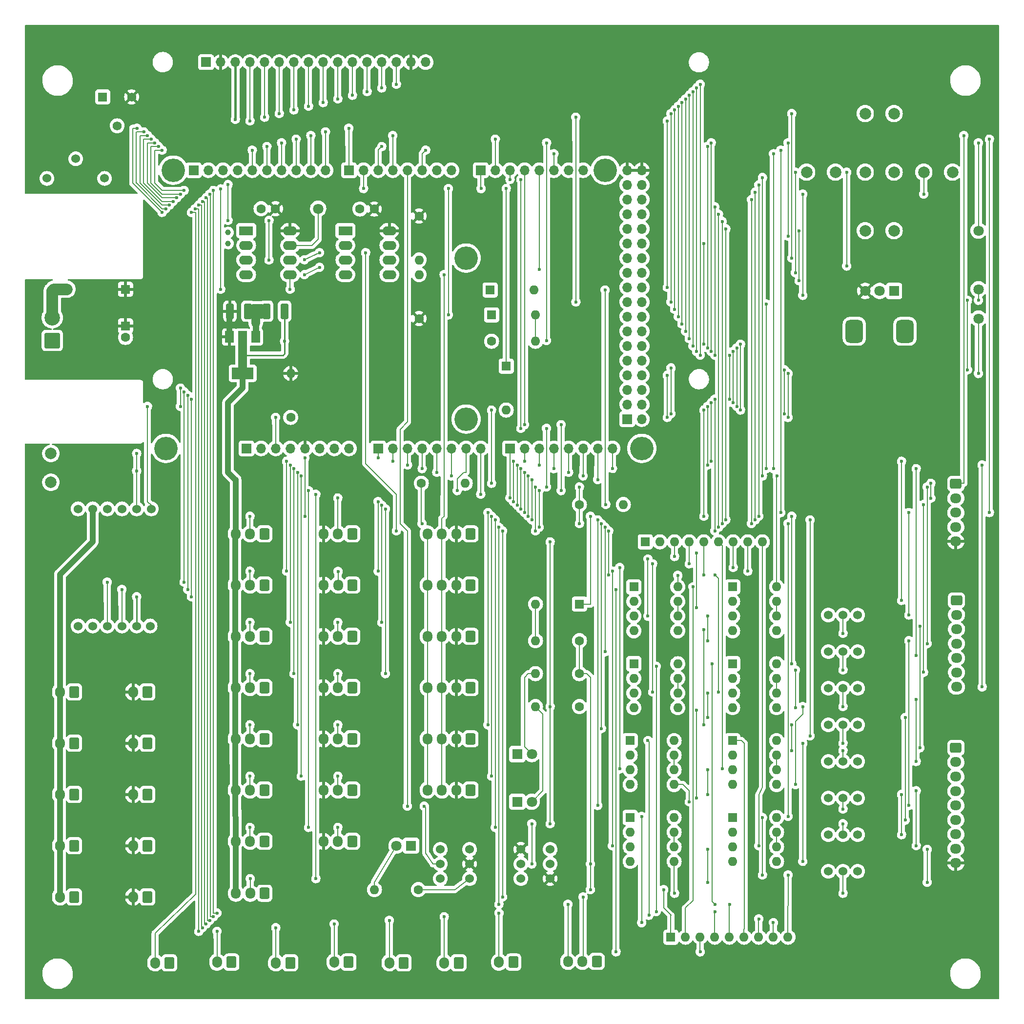
<source format=gbr>
%TF.GenerationSoftware,KiCad,Pcbnew,6.0.7-f9a2dced07~116~ubuntu20.04.1*%
%TF.CreationDate,2022-08-08T10:18:24+09:00*%
%TF.ProjectId,M304,4d333034-2e6b-4696-9361-645f70636258,rev?*%
%TF.SameCoordinates,Original*%
%TF.FileFunction,Copper,L1,Top*%
%TF.FilePolarity,Positive*%
%FSLAX46Y46*%
G04 Gerber Fmt 4.6, Leading zero omitted, Abs format (unit mm)*
G04 Created by KiCad (PCBNEW 6.0.7-f9a2dced07~116~ubuntu20.04.1) date 2022-08-08 10:18:24*
%MOMM*%
%LPD*%
G01*
G04 APERTURE LIST*
G04 Aperture macros list*
%AMRoundRect*
0 Rectangle with rounded corners*
0 $1 Rounding radius*
0 $2 $3 $4 $5 $6 $7 $8 $9 X,Y pos of 4 corners*
0 Add a 4 corners polygon primitive as box body*
4,1,4,$2,$3,$4,$5,$6,$7,$8,$9,$2,$3,0*
0 Add four circle primitives for the rounded corners*
1,1,$1+$1,$2,$3*
1,1,$1+$1,$4,$5*
1,1,$1+$1,$6,$7*
1,1,$1+$1,$8,$9*
0 Add four rect primitives between the rounded corners*
20,1,$1+$1,$2,$3,$4,$5,0*
20,1,$1+$1,$4,$5,$6,$7,0*
20,1,$1+$1,$6,$7,$8,$9,0*
20,1,$1+$1,$8,$9,$2,$3,0*%
G04 Aperture macros list end*
%TA.AperFunction,ComponentPad*%
%ADD10C,4.064000*%
%TD*%
%TA.AperFunction,ComponentPad*%
%ADD11C,1.524000*%
%TD*%
%TA.AperFunction,ComponentPad*%
%ADD12RoundRect,0.250000X0.600000X0.725000X-0.600000X0.725000X-0.600000X-0.725000X0.600000X-0.725000X0*%
%TD*%
%TA.AperFunction,ComponentPad*%
%ADD13O,1.700000X1.950000*%
%TD*%
%TA.AperFunction,ComponentPad*%
%ADD14C,2.000000*%
%TD*%
%TA.AperFunction,ComponentPad*%
%ADD15RoundRect,0.250001X1.099999X-1.099999X1.099999X1.099999X-1.099999X1.099999X-1.099999X-1.099999X0*%
%TD*%
%TA.AperFunction,ComponentPad*%
%ADD16C,2.700000*%
%TD*%
%TA.AperFunction,ComponentPad*%
%ADD17R,1.600000X1.600000*%
%TD*%
%TA.AperFunction,ComponentPad*%
%ADD18O,1.600000X1.600000*%
%TD*%
%TA.AperFunction,ComponentPad*%
%ADD19C,1.600000*%
%TD*%
%TA.AperFunction,ComponentPad*%
%ADD20RoundRect,0.250000X0.600000X0.750000X-0.600000X0.750000X-0.600000X-0.750000X0.600000X-0.750000X0*%
%TD*%
%TA.AperFunction,ComponentPad*%
%ADD21O,1.700000X2.000000*%
%TD*%
%TA.AperFunction,ComponentPad*%
%ADD22RoundRect,0.250000X-0.725000X0.600000X-0.725000X-0.600000X0.725000X-0.600000X0.725000X0.600000X0*%
%TD*%
%TA.AperFunction,ComponentPad*%
%ADD23O,1.950000X1.700000*%
%TD*%
%TA.AperFunction,ComponentPad*%
%ADD24R,1.800000X1.800000*%
%TD*%
%TA.AperFunction,ComponentPad*%
%ADD25C,1.800000*%
%TD*%
%TA.AperFunction,ComponentPad*%
%ADD26C,1.000000*%
%TD*%
%TA.AperFunction,SMDPad,CuDef*%
%ADD27RoundRect,0.250000X-0.412500X-1.100000X0.412500X-1.100000X0.412500X1.100000X-0.412500X1.100000X0*%
%TD*%
%TA.AperFunction,SMDPad,CuDef*%
%ADD28RoundRect,0.250000X0.412500X1.100000X-0.412500X1.100000X-0.412500X-1.100000X0.412500X-1.100000X0*%
%TD*%
%TA.AperFunction,ComponentPad*%
%ADD29R,1.700000X1.700000*%
%TD*%
%TA.AperFunction,ComponentPad*%
%ADD30O,1.700000X1.700000*%
%TD*%
%TA.AperFunction,ComponentPad*%
%ADD31R,1.560000X1.560000*%
%TD*%
%TA.AperFunction,ComponentPad*%
%ADD32C,1.560000*%
%TD*%
%TA.AperFunction,ComponentPad*%
%ADD33RoundRect,0.750000X-0.750000X1.250000X-0.750000X-1.250000X0.750000X-1.250000X0.750000X1.250000X0*%
%TD*%
%TA.AperFunction,ComponentPad*%
%ADD34R,2.400000X1.600000*%
%TD*%
%TA.AperFunction,ComponentPad*%
%ADD35O,2.400000X1.600000*%
%TD*%
%TA.AperFunction,SMDPad,CuDef*%
%ADD36R,1.500000X2.000000*%
%TD*%
%TA.AperFunction,SMDPad,CuDef*%
%ADD37R,3.800000X2.000000*%
%TD*%
%TA.AperFunction,ViaPad*%
%ADD38C,0.600000*%
%TD*%
%TA.AperFunction,Conductor*%
%ADD39C,0.200000*%
%TD*%
%TA.AperFunction,Conductor*%
%ADD40C,0.250000*%
%TD*%
%TA.AperFunction,Conductor*%
%ADD41C,1.000000*%
%TD*%
%TA.AperFunction,Conductor*%
%ADD42C,2.000000*%
%TD*%
%TA.AperFunction,Conductor*%
%ADD43C,0.400000*%
%TD*%
%TA.AperFunction,Conductor*%
%ADD44C,1.500000*%
%TD*%
%TA.AperFunction,Conductor*%
%ADD45C,2.500000*%
%TD*%
%TA.AperFunction,Conductor*%
%ADD46C,0.600000*%
%TD*%
G04 APERTURE END LIST*
D10*
%TO.P,P8,1,Pin_1*%
%TO.N,unconnected-(P8-Pad1)*%
X114960000Y-113970000D03*
%TD*%
%TO.P,P9,1,Pin_1*%
%TO.N,unconnected-(P9-Pad1)*%
X167030000Y-108890000D03*
%TD*%
%TO.P,P10,1,Pin_1*%
%TO.N,unconnected-(P10-Pad1)*%
X197510000Y-113970000D03*
%TD*%
%TO.P,P11,1,Pin_1*%
%TO.N,unconnected-(P11-Pad1)*%
X116230000Y-65710000D03*
%TD*%
%TO.P,P12,1,Pin_1*%
%TO.N,unconnected-(P12-Pad1)*%
X167030000Y-80950000D03*
%TD*%
%TO.P,P13,1,Pin_1*%
%TO.N,unconnected-(P13-Pad1)*%
X191160000Y-65710000D03*
%TD*%
D11*
%TO.P,BT1,1,+*%
%TO.N,Net-(U1-Pad3)*%
X94314000Y-67132000D03*
X104314000Y-67132000D03*
%TO.P,BT1,2,-*%
%TO.N,GND*%
X99314000Y-63732000D03*
%TD*%
D12*
%TO.P,JA2,1,Pin_1*%
%TO.N,GND*%
X132040000Y-146575000D03*
D13*
%TO.P,JA2,2,Pin_2*%
%TO.N,/A2*%
X129540000Y-146575000D03*
%TO.P,JA2,3,Pin_3*%
%TO.N,+3V3*%
X127040000Y-146575000D03*
%TD*%
D14*
%TO.P,SW6,1,A*%
%TO.N,GND*%
X241260000Y-66040000D03*
%TO.P,SW6,2,B*%
%TO.N,/32*%
X236260000Y-66040000D03*
%TD*%
D11*
%TO.P,SW2-7,1,A*%
%TO.N,GND*%
X234950000Y-180975000D03*
%TO.P,SW2-7,2,B*%
%TO.N,Net-(SW2-7-Pad2)*%
X232410000Y-180975000D03*
%TO.P,SW2-7,3,C*%
%TO.N,unconnected-(SW2-7-Pad3)*%
X229870000Y-180975000D03*
%TD*%
D14*
%TO.P,SW1,1,A*%
%TO.N,/Reset*%
X94996000Y-114848000D03*
%TO.P,SW1,2,B*%
%TO.N,GND*%
X94996000Y-119848000D03*
%TD*%
D15*
%TO.P,J5,1,Pin_1*%
%TO.N,GND*%
X95250000Y-95250000D03*
D16*
%TO.P,J5,2,Pin_2*%
%TO.N,Net-(D4-Pad2)*%
X95250000Y-91290000D03*
%TD*%
D12*
%TO.P,JA3,1,Pin_1*%
%TO.N,GND*%
X132040000Y-155465000D03*
D13*
%TO.P,JA3,2,Pin_2*%
%TO.N,/A3*%
X129540000Y-155465000D03*
%TO.P,JA3,3,Pin_3*%
%TO.N,+3V3*%
X127040000Y-155465000D03*
%TD*%
D17*
%TO.P,D2,1,K*%
%TO.N,/14(Tx3)*%
X173990000Y-99695000D03*
D18*
%TO.P,D2,2,A*%
%TO.N,Net-(D2-Pad2)*%
X173990000Y-107315000D03*
%TD*%
D14*
%TO.P,SW2,1,A*%
%TO.N,GND*%
X241260000Y-55880000D03*
%TO.P,SW2,2,B*%
%TO.N,/33*%
X236260000Y-55880000D03*
%TD*%
D19*
%TO.P,R2-1,1*%
%TO.N,Net-(R2-1-Pad1)*%
X186690000Y-158750000D03*
D18*
%TO.P,R2-1,2*%
%TO.N,Net-(D2-1-Pad2)*%
X179070000Y-158750000D03*
%TD*%
D20*
%TO.P,JP33,1,Pin_1*%
%TO.N,GND*%
X99060000Y-173990000D03*
D21*
%TO.P,JP33,2,Pin_2*%
%TO.N,+3V3*%
X96560000Y-173990000D03*
%TD*%
D22*
%TO.P,J4,1,Pin_1*%
%TO.N,/4(\u002A\u002A)*%
X251985000Y-120095000D03*
D23*
%TO.P,J4,2,Pin_2*%
%TO.N,Net-(D2-Pad2)*%
X251985000Y-122595000D03*
%TO.P,J4,3,Pin_3*%
%TO.N,/15(Rx3)*%
X251985000Y-125095000D03*
%TO.P,J4,4,Pin_4*%
%TO.N,GND*%
X251985000Y-127595000D03*
%TO.P,J4,5,Pin_5*%
%TO.N,+5V*%
X251985000Y-130095000D03*
%TD*%
D12*
%TO.P,JX2,1,Pin_1*%
%TO.N,GND*%
X189698000Y-202963000D03*
D13*
%TO.P,JX2,2,Pin_2*%
%TO.N,/16(Tx2)*%
X187198000Y-202963000D03*
%TO.P,JX2,3,Pin_3*%
%TO.N,/17(Rx2)*%
X184698000Y-202963000D03*
%TD*%
D17*
%TO.P,RN2-2,1,common*%
%TO.N,Net-(R2-2-Pad1)*%
X202550000Y-198755000D03*
D18*
%TO.P,RN2-2,2,R1*%
%TO.N,Net-(RN2-2-Pad2)*%
X205090000Y-198755000D03*
%TO.P,RN2-2,3,R2*%
%TO.N,Net-(RN2-2-Pad3)*%
X207630000Y-198755000D03*
%TO.P,RN2-2,4,R3*%
%TO.N,Net-(RN2-2-Pad4)*%
X210170000Y-198755000D03*
%TO.P,RN2-2,5,R4*%
%TO.N,Net-(RN2-2-Pad5)*%
X212710000Y-198755000D03*
%TO.P,RN2-2,6,R5*%
%TO.N,Net-(RN2-2-Pad6)*%
X215250000Y-198755000D03*
%TO.P,RN2-2,7,R6*%
%TO.N,Net-(RN2-2-Pad7)*%
X217790000Y-198755000D03*
%TO.P,RN2-2,8,R7*%
%TO.N,Net-(RN2-2-Pad8)*%
X220330000Y-198755000D03*
%TO.P,RN2-2,9,R8*%
%TO.N,Net-(RN2-2-Pad9)*%
X222870000Y-198755000D03*
%TD*%
D12*
%TO.P,JC5,1,Pin_1*%
%TO.N,GND*%
X167834000Y-164355000D03*
D13*
%TO.P,JC5,2,Pin_2*%
%TO.N,+5V*%
X165334000Y-164355000D03*
%TO.P,JC5,3,Pin_3*%
%TO.N,SDA*%
X162834000Y-164355000D03*
%TO.P,JC5,4,Pin_4*%
%TO.N,SCL*%
X160334000Y-164355000D03*
%TD*%
D24*
%TO.P,D5,1,K*%
%TO.N,GND*%
X157485000Y-182880000D03*
D25*
%TO.P,D5,2,A*%
%TO.N,Net-(D5-Pad2)*%
X154945000Y-182880000D03*
%TD*%
D26*
%TO.P,Y1,1,1*%
%TO.N,Net-(Y1-Pad1)*%
X125730000Y-76520000D03*
%TO.P,Y1,2,2*%
%TO.N,Net-(Y1-Pad2)*%
X125730000Y-78420000D03*
%TD*%
D14*
%TO.P,SW5,1,A*%
%TO.N,GND*%
X251420000Y-66040000D03*
%TO.P,SW5,2,B*%
%TO.N,/36*%
X246420000Y-66040000D03*
%TD*%
D20*
%TO.P,JP54,1,Pin_1*%
%TO.N,GND*%
X111760000Y-182880000D03*
D21*
%TO.P,JP54,2,Pin_2*%
%TO.N,+5V*%
X109260000Y-182880000D03*
%TD*%
D17*
%TO.P,U2-5,1*%
%TO.N,Net-(RN2-2-Pad3)*%
X196125000Y-137985000D03*
D18*
%TO.P,U2-5,2*%
%TO.N,GND*%
X196125000Y-140525000D03*
%TO.P,U2-5,3*%
%TO.N,Net-(RN2-1-Pad3)*%
X196125000Y-143065000D03*
%TO.P,U2-5,4*%
%TO.N,GND*%
X196125000Y-145605000D03*
%TO.P,U2-5,5*%
%TO.N,Net-(SW2-5-Pad2)*%
X203745000Y-145605000D03*
%TO.P,U2-5,6*%
%TO.N,/Relay Manual Switch/OUTPUT5*%
X203745000Y-143065000D03*
%TO.P,U2-5,7*%
X203745000Y-140525000D03*
%TO.P,U2-5,8*%
%TO.N,/26*%
X203745000Y-137985000D03*
%TD*%
D19*
%TO.P,R2-2,1*%
%TO.N,Net-(R2-2-Pad1)*%
X186690000Y-153035000D03*
D18*
%TO.P,R2-2,2*%
%TO.N,Net-(D2-2-Pad2)*%
X179070000Y-153035000D03*
%TD*%
D19*
%TO.P,R2,1*%
%TO.N,+5V*%
X158877000Y-91440000D03*
D18*
%TO.P,R2,2*%
%TO.N,SDA*%
X158877000Y-83820000D03*
%TD*%
D19*
%TO.P,R6,1*%
%TO.N,+3V3*%
X159258000Y-120015000D03*
D18*
%TO.P,R6,2*%
%TO.N,Net-(D2-Pad2)*%
X166878000Y-120015000D03*
%TD*%
D17*
%TO.P,U2-7,1*%
%TO.N,Net-(RN2-2-Pad7)*%
X195490000Y-164655000D03*
D18*
%TO.P,U2-7,2*%
%TO.N,GND*%
X195490000Y-167195000D03*
%TO.P,U2-7,3*%
%TO.N,Net-(RN2-1-Pad7)*%
X195490000Y-169735000D03*
%TO.P,U2-7,4*%
%TO.N,GND*%
X195490000Y-172275000D03*
%TO.P,U2-7,5*%
%TO.N,Net-(SW2-7-Pad2)*%
X203110000Y-172275000D03*
%TO.P,U2-7,6*%
%TO.N,/Relay Manual Switch/OUTPUT7*%
X203110000Y-169735000D03*
%TO.P,U2-7,7*%
X203110000Y-167195000D03*
%TO.P,U2-7,8*%
%TO.N,/28*%
X203110000Y-164655000D03*
%TD*%
D20*
%TO.P,JD8,1,Pin_1*%
%TO.N,GND*%
X126345000Y-203090000D03*
D21*
%TO.P,JD8,2,Pin_2*%
%TO.N,/8(\u002A\u002A)*%
X123845000Y-203090000D03*
%TD*%
D12*
%TO.P,JC1,1,Pin_1*%
%TO.N,GND*%
X167834000Y-128795000D03*
D13*
%TO.P,JC1,2,Pin_2*%
%TO.N,+5V*%
X165334000Y-128795000D03*
%TO.P,JC1,3,Pin_3*%
%TO.N,SDA*%
X162834000Y-128795000D03*
%TO.P,JC1,4,Pin_4*%
%TO.N,SCL*%
X160334000Y-128795000D03*
%TD*%
D20*
%TO.P,JD10,1,Pin_1*%
%TO.N,GND*%
X146665000Y-203090000D03*
D21*
%TO.P,JD10,2,Pin_2*%
%TO.N,/10(\u002A\u002A)*%
X144165000Y-203090000D03*
%TD*%
D19*
%TO.P,R1,1*%
%TO.N,/Reset*%
X136601200Y-108585000D03*
D18*
%TO.P,R1,2*%
%TO.N,+5V*%
X136601200Y-100965000D03*
%TD*%
D12*
%TO.P,JA14,1,Pin_1*%
%TO.N,GND*%
X147280000Y-182135000D03*
D13*
%TO.P,JA14,2,Pin_2*%
%TO.N,/A14*%
X144780000Y-182135000D03*
%TO.P,JA14,3,Pin_3*%
%TO.N,+5V*%
X142280000Y-182135000D03*
%TD*%
D19*
%TO.P,R3,1*%
%TO.N,+5V*%
X158877000Y-73660000D03*
D18*
%TO.P,R3,2*%
%TO.N,SCL*%
X158877000Y-81280000D03*
%TD*%
D19*
%TO.P,R7,1*%
%TO.N,Net-(R7-Pad1)*%
X158750000Y-190500000D03*
D18*
%TO.P,R7,2*%
%TO.N,Net-(D5-Pad2)*%
X151130000Y-190500000D03*
%TD*%
D20*
%TO.P,JD9,1,Pin_1*%
%TO.N,GND*%
X136525000Y-203200000D03*
D21*
%TO.P,JD9,2,Pin_2*%
%TO.N,/9(\u002A\u002A)*%
X134025000Y-203200000D03*
%TD*%
D12*
%TO.P,JA9,1,Pin_1*%
%TO.N,GND*%
X147320000Y-137685000D03*
D13*
%TO.P,JA9,2,Pin_2*%
%TO.N,/A9*%
X144820000Y-137685000D03*
%TO.P,JA9,3,Pin_3*%
%TO.N,+5V*%
X142320000Y-137685000D03*
%TD*%
D17*
%TO.P,U2-8,1*%
%TO.N,Net-(RN2-2-Pad8)*%
X195490000Y-177990000D03*
D18*
%TO.P,U2-8,2*%
%TO.N,GND*%
X195490000Y-180530000D03*
%TO.P,U2-8,3*%
%TO.N,Net-(RN2-1-Pad8)*%
X195490000Y-183070000D03*
%TO.P,U2-8,4*%
%TO.N,GND*%
X195490000Y-185610000D03*
%TO.P,U2-8,5*%
%TO.N,Net-(SW2-8-Pad2)*%
X203110000Y-185610000D03*
%TO.P,U2-8,6*%
%TO.N,/Relay Manual Switch/OUTPUT8*%
X203110000Y-183070000D03*
%TO.P,U2-8,7*%
X203110000Y-180530000D03*
%TO.P,U2-8,8*%
%TO.N,/29*%
X203110000Y-177990000D03*
%TD*%
D19*
%TO.P,R4,1*%
%TO.N,+3V3*%
X171450000Y-95377000D03*
D18*
%TO.P,R4,2*%
%TO.N,Net-(D1-Pad2)*%
X179070000Y-95377000D03*
%TD*%
D17*
%TO.P,U2-4,1*%
%TO.N,Net-(RN2-2-Pad9)*%
X213270000Y-177990000D03*
D18*
%TO.P,U2-4,2*%
%TO.N,GND*%
X213270000Y-180530000D03*
%TO.P,U2-4,3*%
%TO.N,Net-(RN2-1-Pad9)*%
X213270000Y-183070000D03*
%TO.P,U2-4,4*%
%TO.N,GND*%
X213270000Y-185610000D03*
%TO.P,U2-4,5*%
%TO.N,Net-(SW2-4-Pad2)*%
X220890000Y-185610000D03*
%TO.P,U2-4,6*%
%TO.N,/Relay Manual Switch/OUTPUT4*%
X220890000Y-183070000D03*
%TO.P,U2-4,7*%
X220890000Y-180530000D03*
%TO.P,U2-4,8*%
%TO.N,/25*%
X220890000Y-177990000D03*
%TD*%
D17*
%TO.P,C3,1*%
%TO.N,+5V*%
X107950000Y-92710000D03*
D19*
%TO.P,C3,2*%
%TO.N,GND*%
X107950000Y-94710000D03*
%TD*%
D17*
%TO.P,U2-2,1*%
%TO.N,Net-(RN2-2-Pad5)*%
X213270000Y-151320000D03*
D18*
%TO.P,U2-2,2*%
%TO.N,GND*%
X213270000Y-153860000D03*
%TO.P,U2-2,3*%
%TO.N,Net-(RN2-1-Pad5)*%
X213270000Y-156400000D03*
%TO.P,U2-2,4*%
%TO.N,GND*%
X213270000Y-158940000D03*
%TO.P,U2-2,5*%
%TO.N,Net-(SW2-2-Pad2)*%
X220890000Y-158940000D03*
%TO.P,U2-2,6*%
%TO.N,/Relay Manual Switch/OUTPUT2*%
X220890000Y-156400000D03*
%TO.P,U2-2,7*%
X220890000Y-153860000D03*
%TO.P,U2-2,8*%
%TO.N,/23*%
X220890000Y-151320000D03*
%TD*%
D22*
%TO.P,J3,1,Pin_1*%
%TO.N,Net-(D1-Pad2)*%
X252095000Y-140335000D03*
D23*
%TO.P,J3,2,Pin_2*%
%TO.N,/2(\u002A\u002A)*%
X252095000Y-142835000D03*
%TO.P,J3,3,Pin_3*%
%TO.N,GND*%
X252095000Y-145335000D03*
%TO.P,J3,4,Pin_4*%
%TO.N,+3V3*%
X252095000Y-147835000D03*
%TO.P,J3,5,Pin_5*%
%TO.N,/19(Rx1)*%
X252095000Y-150335000D03*
%TO.P,J3,6,Pin_6*%
%TO.N,Net-(D3-Pad2)*%
X252095000Y-152835000D03*
%TO.P,J3,7,Pin_7*%
%TO.N,/5(\u002A\u002A)*%
X252095000Y-155335000D03*
%TD*%
D19*
%TO.P,C2,1*%
%TO.N,GND*%
X148610000Y-72440800D03*
%TO.P,C2,2*%
%TO.N,+5V*%
X151110000Y-72440800D03*
%TD*%
D12*
%TO.P,JA8,1,Pin_1*%
%TO.N,GND*%
X147280000Y-128795000D03*
D13*
%TO.P,JA8,2,Pin_2*%
%TO.N,/A8*%
X144780000Y-128795000D03*
%TO.P,JA8,3,Pin_3*%
%TO.N,+5V*%
X142280000Y-128795000D03*
%TD*%
D12*
%TO.P,JA0,1,Pin_1*%
%TO.N,GND*%
X132040000Y-128795000D03*
D13*
%TO.P,JA0,2,Pin_2*%
%TO.N,/A0*%
X129540000Y-128795000D03*
%TO.P,JA0,3,Pin_3*%
%TO.N,+3V3*%
X127040000Y-128795000D03*
%TD*%
D20*
%TO.P,JP32,1,Pin_1*%
%TO.N,GND*%
X99060000Y-165100000D03*
D21*
%TO.P,JP32,2,Pin_2*%
%TO.N,+3V3*%
X96560000Y-165100000D03*
%TD*%
D11*
%TO.P,SW2-5,1,A*%
%TO.N,GND*%
X234950000Y-168275000D03*
%TO.P,SW2-5,2,B*%
%TO.N,Net-(SW2-5-Pad2)*%
X232410000Y-168275000D03*
%TO.P,SW2-5,3,C*%
%TO.N,unconnected-(SW2-5-Pad3)*%
X229870000Y-168275000D03*
%TD*%
D27*
%TO.P,C5,1*%
%TO.N,GND*%
X132422500Y-90170000D03*
%TO.P,C5,2*%
%TO.N,+3V3*%
X135547500Y-90170000D03*
%TD*%
D12*
%TO.P,JA7,1,Pin_1*%
%TO.N,GND*%
X132080000Y-191135000D03*
D13*
%TO.P,JA7,2,Pin_2*%
%TO.N,/A7*%
X129580000Y-191135000D03*
%TO.P,JA7,3,Pin_3*%
%TO.N,+3V3*%
X127080000Y-191135000D03*
%TD*%
D25*
%TO.P,JD49,1,Pin_1*%
%TO.N,/49*%
X255905000Y-91440000D03*
%TD*%
D28*
%TO.P,C4,1*%
%TO.N,GND*%
X129197500Y-90170000D03*
%TO.P,C4,2*%
%TO.N,+5V*%
X126072500Y-90170000D03*
%TD*%
D25*
%TO.P,SQW1,1,Pin_1*%
%TO.N,Net-(U1-Pad7)*%
X141376400Y-72390000D03*
%TD*%
D11*
%TO.P,SW2-9,1,A*%
%TO.N,+5V*%
X176530000Y-183515000D03*
%TO.P,SW2-9,2,B*%
%TO.N,Net-(R2-1-Pad1)*%
X176530000Y-186055000D03*
%TO.P,SW2-9,3,C*%
%TO.N,GND*%
X176530000Y-188595000D03*
%TO.P,SW2-9,4,A*%
X181610000Y-183515000D03*
%TO.P,SW2-9,5,B*%
%TO.N,Net-(R2-2-Pad1)*%
X181610000Y-186055000D03*
%TO.P,SW2-9,6,C*%
%TO.N,+5V*%
X181610000Y-188595000D03*
%TD*%
D20*
%TO.P,JP34,1,Pin_1*%
%TO.N,GND*%
X99060000Y-182880000D03*
D21*
%TO.P,JP34,2,Pin_2*%
%TO.N,+3V3*%
X96560000Y-182880000D03*
%TD*%
D17*
%TO.P,D1,1,K*%
%TO.N,/6(\u002A\u002A)*%
X171450000Y-90805000D03*
D18*
%TO.P,D1,2,A*%
%TO.N,Net-(D1-Pad2)*%
X179070000Y-90805000D03*
%TD*%
D17*
%TO.P,U2-3,1*%
%TO.N,Net-(RN2-2-Pad6)*%
X213270000Y-164655000D03*
D18*
%TO.P,U2-3,2*%
%TO.N,GND*%
X213270000Y-167195000D03*
%TO.P,U2-3,3*%
%TO.N,Net-(RN2-1-Pad6)*%
X213270000Y-169735000D03*
%TO.P,U2-3,4*%
%TO.N,GND*%
X213270000Y-172275000D03*
%TO.P,U2-3,5*%
%TO.N,Net-(SW2-3-Pad2)*%
X220890000Y-172275000D03*
%TO.P,U2-3,6*%
%TO.N,/Relay Manual Switch/OUTPUT3*%
X220890000Y-169735000D03*
%TO.P,U2-3,7*%
X220890000Y-167195000D03*
%TO.P,U2-3,8*%
%TO.N,/24*%
X220890000Y-164655000D03*
%TD*%
D19*
%TO.P,R2-3,1*%
%TO.N,Net-(R2-2-Pad1)*%
X186690000Y-147320000D03*
D18*
%TO.P,R2-3,2*%
%TO.N,Net-(D2-3-Pad2)*%
X179070000Y-147320000D03*
%TD*%
D20*
%TO.P,JD12,1,Pin_1*%
%TO.N,GND*%
X165735000Y-203200000D03*
D21*
%TO.P,JD12,2,Pin_2*%
%TO.N,/12(\u002A\u002A)*%
X163235000Y-203200000D03*
%TD*%
D11*
%TO.P,SW2-6,1,A*%
%TO.N,GND*%
X234950000Y-174625000D03*
%TO.P,SW2-6,2,B*%
%TO.N,Net-(SW2-6-Pad2)*%
X232410000Y-174625000D03*
%TO.P,SW2-6,3,C*%
%TO.N,unconnected-(SW2-6-Pad3)*%
X229870000Y-174625000D03*
%TD*%
D29*
%TO.P,J1,1,Pin_1*%
%TO.N,GND*%
X121920000Y-46965000D03*
D30*
%TO.P,J1,2,Pin_2*%
%TO.N,+5V*%
X124460000Y-46965000D03*
%TO.P,J1,3,Pin_3*%
%TO.N,/V0*%
X127000000Y-46965000D03*
%TO.P,J1,4,Pin_4*%
%TO.N,/37*%
X129540000Y-46965000D03*
%TO.P,J1,5,Pin_5*%
%TO.N,/38*%
X132080000Y-46965000D03*
%TO.P,J1,6,Pin_6*%
%TO.N,/39*%
X134620000Y-46965000D03*
%TO.P,J1,7,Pin_7*%
%TO.N,/40*%
X137160000Y-46965000D03*
%TO.P,J1,8,Pin_8*%
%TO.N,/41*%
X139700000Y-46965000D03*
%TO.P,J1,9,Pin_9*%
%TO.N,/42*%
X142240000Y-46965000D03*
%TO.P,J1,10,Pin_10*%
%TO.N,/43*%
X144780000Y-46965000D03*
%TO.P,J1,11,Pin_11*%
%TO.N,/44*%
X147320000Y-46965000D03*
%TO.P,J1,12,Pin_12*%
%TO.N,/45*%
X149860000Y-46965000D03*
%TO.P,J1,13,Pin_13*%
%TO.N,/46*%
X152400000Y-46965000D03*
%TO.P,J1,14,Pin_14*%
%TO.N,/47*%
X154940000Y-46965000D03*
%TO.P,J1,15,Pin_15*%
%TO.N,+5V*%
X157480000Y-46965000D03*
%TO.P,J1,16,Pin_16*%
%TO.N,GND*%
X160020000Y-46965000D03*
%TD*%
D12*
%TO.P,JA4,1,Pin_1*%
%TO.N,GND*%
X132040000Y-164355000D03*
D13*
%TO.P,JA4,2,Pin_2*%
%TO.N,/A4*%
X129540000Y-164355000D03*
%TO.P,JA4,3,Pin_3*%
%TO.N,+3V3*%
X127040000Y-164355000D03*
%TD*%
D12*
%TO.P,JC3,1,Pin_1*%
%TO.N,GND*%
X167834000Y-146575000D03*
D13*
%TO.P,JC3,2,Pin_2*%
%TO.N,+5V*%
X165334000Y-146575000D03*
%TO.P,JC3,3,Pin_3*%
%TO.N,SDA*%
X162834000Y-146575000D03*
%TO.P,JC3,4,Pin_4*%
%TO.N,SCL*%
X160334000Y-146575000D03*
%TD*%
D25*
%TO.P,JD30,1,Pin_1*%
%TO.N,/30*%
X255905000Y-76200000D03*
%TD*%
D24*
%TO.P,D2-1,1,K*%
%TO.N,GND*%
X175890000Y-175260000D03*
D25*
%TO.P,D2-1,2,A*%
%TO.N,Net-(D2-1-Pad2)*%
X178430000Y-175260000D03*
%TD*%
D17*
%TO.P,D4,1,K*%
%TO.N,+5V*%
X107950000Y-86360000D03*
D18*
%TO.P,D4,2,A*%
%TO.N,Net-(D4-Pad2)*%
X97790000Y-86360000D03*
%TD*%
D11*
%TO.P,SW7,1,A*%
%TO.N,unconnected-(SW7-Pad1)*%
X162560000Y-183515000D03*
%TO.P,SW7,2,B*%
%TO.N,/3(\u002A\u002A)*%
X162560000Y-186055000D03*
%TO.P,SW7,3,C*%
%TO.N,GND*%
X162560000Y-188595000D03*
%TO.P,SW7,4,A*%
%TO.N,unconnected-(SW7-Pad4)*%
X167640000Y-183515000D03*
%TO.P,SW7,5,B*%
%TO.N,+5V*%
X167640000Y-186055000D03*
%TO.P,SW7,6,C*%
%TO.N,Net-(R7-Pad1)*%
X167640000Y-188595000D03*
%TD*%
%TO.P,U3,1,GND*%
%TO.N,GND*%
X99727000Y-144780000D03*
%TO.P,U3,2,GND*%
X102267000Y-144780000D03*
%TO.P,U3,3,MOSI*%
%TO.N,/51(MOSI)*%
X104807000Y-144780000D03*
%TO.P,U3,4,SCLK*%
%TO.N,/52(SCK)*%
X107347000Y-144780000D03*
%TO.P,U3,5,CS*%
%TO.N,/53(SS)*%
X109887000Y-144780000D03*
%TO.P,U3,6,INT*%
%TO.N,unconnected-(U3-Pad6)*%
X112215000Y-144780000D03*
%TO.P,U3,7,MISO*%
%TO.N,/50(MISO)*%
X112427000Y-124460000D03*
%TO.P,U3,8,RST*%
%TO.N,/Reset*%
X109887000Y-124460000D03*
%TO.P,U3,9,NC*%
%TO.N,unconnected-(U3-Pad9)*%
X107347000Y-124460000D03*
%TO.P,U3,10,3V3*%
%TO.N,+3V3*%
X104807000Y-124460000D03*
%TO.P,U3,11,3V3*%
X102267000Y-124460000D03*
%TO.P,U3,12,GND*%
%TO.N,GND*%
X99727000Y-124460000D03*
%TD*%
D31*
%TO.P,RV1,1,1*%
%TO.N,GND*%
X104000000Y-53000000D03*
D32*
%TO.P,RV1,2,2*%
%TO.N,/V0*%
X106500000Y-58000000D03*
%TO.P,RV1,3,3*%
%TO.N,+5V*%
X109000000Y-53000000D03*
%TD*%
D25*
%TO.P,JD48,1,Pin_1*%
%TO.N,/48*%
X255905000Y-86360000D03*
%TD*%
D24*
%TO.P,RV2,1,1*%
%TO.N,GND*%
X241260000Y-86660000D03*
D25*
%TO.P,RV2,2,2*%
%TO.N,/A15*%
X238760000Y-86660000D03*
%TO.P,RV2,3,3*%
%TO.N,+5V*%
X236260000Y-86660000D03*
D33*
%TO.P,RV2,MP,MountPin*%
%TO.N,GND*%
X243160000Y-93660000D03*
X234360000Y-93660000D03*
%TD*%
D17*
%TO.P,U2-1,1*%
%TO.N,Net-(RN2-2-Pad2)*%
X213270000Y-137985000D03*
D18*
%TO.P,U2-1,2*%
%TO.N,GND*%
X213270000Y-140525000D03*
%TO.P,U2-1,3*%
%TO.N,Net-(RN2-1-Pad2)*%
X213270000Y-143065000D03*
%TO.P,U2-1,4*%
%TO.N,GND*%
X213270000Y-145605000D03*
%TO.P,U2-1,5*%
%TO.N,Net-(SW2-1-Pad2)*%
X220890000Y-145605000D03*
%TO.P,U2-1,6*%
%TO.N,/Relay Manual Switch/OUTPUT1*%
X220890000Y-143065000D03*
%TO.P,U2-1,7*%
X220890000Y-140525000D03*
%TO.P,U2-1,8*%
%TO.N,/22*%
X220890000Y-137985000D03*
%TD*%
D20*
%TO.P,JP53,1,Pin_1*%
%TO.N,GND*%
X111760000Y-173990000D03*
D21*
%TO.P,JP53,2,Pin_2*%
%TO.N,+5V*%
X109260000Y-173990000D03*
%TD*%
D12*
%TO.P,JC6,1,Pin_1*%
%TO.N,GND*%
X167834000Y-173245000D03*
D13*
%TO.P,JC6,2,Pin_2*%
%TO.N,+5V*%
X165334000Y-173245000D03*
%TO.P,JC6,3,Pin_3*%
%TO.N,SDA*%
X162834000Y-173245000D03*
%TO.P,JC6,4,Pin_4*%
%TO.N,SCL*%
X160334000Y-173245000D03*
%TD*%
D12*
%TO.P,JA5,1,Pin_1*%
%TO.N,GND*%
X132040000Y-173245000D03*
D13*
%TO.P,JA5,2,Pin_2*%
%TO.N,/A5*%
X129540000Y-173245000D03*
%TO.P,JA5,3,Pin_3*%
%TO.N,+3V3*%
X127040000Y-173245000D03*
%TD*%
D14*
%TO.P,SW4,1,A*%
%TO.N,GND*%
X231100000Y-66040000D03*
%TO.P,SW4,2,B*%
%TO.N,/35*%
X226100000Y-66040000D03*
%TD*%
D11*
%TO.P,SW2-8,1,A*%
%TO.N,GND*%
X234950000Y-187325000D03*
%TO.P,SW2-8,2,B*%
%TO.N,Net-(SW2-8-Pad2)*%
X232410000Y-187325000D03*
%TO.P,SW2-8,3,C*%
%TO.N,unconnected-(SW2-8-Pad3)*%
X229870000Y-187325000D03*
%TD*%
D20*
%TO.P,JP51,1,Pin_1*%
%TO.N,GND*%
X111760000Y-156210000D03*
D21*
%TO.P,JP51,2,Pin_2*%
%TO.N,+5V*%
X109260000Y-156210000D03*
%TD*%
D11*
%TO.P,SW2-3,1,A*%
%TO.N,GND*%
X234950000Y-155575000D03*
%TO.P,SW2-3,2,B*%
%TO.N,Net-(SW2-3-Pad2)*%
X232410000Y-155575000D03*
%TO.P,SW2-3,3,C*%
%TO.N,unconnected-(SW2-3-Pad3)*%
X229870000Y-155575000D03*
%TD*%
D12*
%TO.P,JC2,1,Pin_1*%
%TO.N,GND*%
X167834000Y-137685000D03*
D13*
%TO.P,JC2,2,Pin_2*%
%TO.N,+5V*%
X165334000Y-137685000D03*
%TO.P,JC2,3,Pin_3*%
%TO.N,SDA*%
X162834000Y-137685000D03*
%TO.P,JC2,4,Pin_4*%
%TO.N,SCL*%
X160334000Y-137685000D03*
%TD*%
D20*
%TO.P,JP52,1,Pin_1*%
%TO.N,GND*%
X111760000Y-165100000D03*
D21*
%TO.P,JP52,2,Pin_2*%
%TO.N,+5V*%
X109260000Y-165100000D03*
%TD*%
D20*
%TO.P,JP35,1,Pin_1*%
%TO.N,GND*%
X99060000Y-191770000D03*
D21*
%TO.P,JP35,2,Pin_2*%
%TO.N,+3V3*%
X96560000Y-191770000D03*
%TD*%
D20*
%TO.P,JD11,1,Pin_1*%
%TO.N,GND*%
X156210000Y-203200000D03*
D21*
%TO.P,JD11,2,Pin_2*%
%TO.N,/11(\u002A\u002A)*%
X153710000Y-203200000D03*
%TD*%
D17*
%TO.P,RN2-1,1,common*%
%TO.N,Net-(R2-1-Pad1)*%
X198105000Y-130175000D03*
D18*
%TO.P,RN2-1,2,R1*%
%TO.N,Net-(RN2-1-Pad2)*%
X200645000Y-130175000D03*
%TO.P,RN2-1,3,R2*%
%TO.N,Net-(RN2-1-Pad3)*%
X203185000Y-130175000D03*
%TO.P,RN2-1,4,R3*%
%TO.N,Net-(RN2-1-Pad4)*%
X205725000Y-130175000D03*
%TO.P,RN2-1,5,R4*%
%TO.N,Net-(RN2-1-Pad5)*%
X208265000Y-130175000D03*
%TO.P,RN2-1,6,R5*%
%TO.N,Net-(RN2-1-Pad6)*%
X210805000Y-130175000D03*
%TO.P,RN2-1,7,R6*%
%TO.N,Net-(RN2-1-Pad7)*%
X213345000Y-130175000D03*
%TO.P,RN2-1,8,R7*%
%TO.N,Net-(RN2-1-Pad8)*%
X215885000Y-130175000D03*
%TO.P,RN2-1,9,R8*%
%TO.N,Net-(RN2-1-Pad9)*%
X218425000Y-130175000D03*
%TD*%
D34*
%TO.P,U2,1,A0*%
%TO.N,GND*%
X146085800Y-76210000D03*
D35*
%TO.P,U2,2,A1*%
X146085800Y-78750000D03*
%TO.P,U2,3,A2*%
X146085800Y-81290000D03*
%TO.P,U2,4,GND*%
X146085800Y-83830000D03*
%TO.P,U2,5,SDA*%
%TO.N,SDA*%
X153705800Y-83830000D03*
%TO.P,U2,6,SCL*%
%TO.N,SCL*%
X153705800Y-81290000D03*
%TO.P,U2,7,WP*%
%TO.N,GND*%
X153705800Y-78750000D03*
%TO.P,U2,8,VCC*%
%TO.N,+5V*%
X153705800Y-76210000D03*
%TD*%
D20*
%TO.P,JD7,1,Pin_1*%
%TO.N,GND*%
X115570000Y-203200000D03*
D21*
%TO.P,JD7,2,Pin_2*%
%TO.N,/7(\u002A\u002A)*%
X113070000Y-203200000D03*
%TD*%
D34*
%TO.P,U1,1,X1*%
%TO.N,Net-(Y1-Pad1)*%
X128890000Y-76210000D03*
D35*
%TO.P,U1,2,X2*%
%TO.N,Net-(Y1-Pad2)*%
X128890000Y-78750000D03*
%TO.P,U1,3,VBAT*%
%TO.N,Net-(U1-Pad3)*%
X128890000Y-81290000D03*
%TO.P,U1,4,GND*%
%TO.N,GND*%
X128890000Y-83830000D03*
%TO.P,U1,5,SDA*%
%TO.N,SDA*%
X136510000Y-83830000D03*
%TO.P,U1,6,SCL*%
%TO.N,SCL*%
X136510000Y-81290000D03*
%TO.P,U1,7,SQW/OUT*%
%TO.N,Net-(U1-Pad7)*%
X136510000Y-78750000D03*
%TO.P,U1,8,VCC*%
%TO.N,+5V*%
X136510000Y-76210000D03*
%TD*%
D19*
%TO.P,R5,1*%
%TO.N,+3V3*%
X186690000Y-123698000D03*
D18*
%TO.P,R5,2*%
%TO.N,Net-(D3-Pad2)*%
X194310000Y-123698000D03*
%TD*%
D17*
%TO.P,D3,1,K*%
%TO.N,/18(Tx1)*%
X171196000Y-86487000D03*
D18*
%TO.P,D3,2,A*%
%TO.N,Net-(D3-Pad2)*%
X178816000Y-86487000D03*
%TD*%
D20*
%TO.P,JP55,1,Pin_1*%
%TO.N,GND*%
X111760000Y-191770000D03*
D21*
%TO.P,JP55,2,Pin_2*%
%TO.N,+5V*%
X109260000Y-191770000D03*
%TD*%
D12*
%TO.P,JA11,1,Pin_1*%
%TO.N,GND*%
X147280000Y-155465000D03*
D13*
%TO.P,JA11,2,Pin_2*%
%TO.N,/A11*%
X144780000Y-155465000D03*
%TO.P,JA11,3,Pin_3*%
%TO.N,+5V*%
X142280000Y-155465000D03*
%TD*%
D24*
%TO.P,D2-2,1,K*%
%TO.N,GND*%
X175895000Y-167005000D03*
D25*
%TO.P,D2-2,2,A*%
%TO.N,Net-(D2-2-Pad2)*%
X178435000Y-167005000D03*
%TD*%
D11*
%TO.P,SW2-1,1,A*%
%TO.N,GND*%
X234950000Y-142875000D03*
%TO.P,SW2-1,2,B*%
%TO.N,Net-(SW2-1-Pad2)*%
X232410000Y-142875000D03*
%TO.P,SW2-1,3,C*%
%TO.N,unconnected-(SW2-1-Pad3)*%
X229870000Y-142875000D03*
%TD*%
D12*
%TO.P,JA6,1,Pin_1*%
%TO.N,GND*%
X132040000Y-182135000D03*
D13*
%TO.P,JA6,2,Pin_2*%
%TO.N,/A6*%
X129540000Y-182135000D03*
%TO.P,JA6,3,Pin_3*%
%TO.N,+3V3*%
X127040000Y-182135000D03*
%TD*%
D12*
%TO.P,JA10,1,Pin_1*%
%TO.N,GND*%
X147280000Y-146575000D03*
D13*
%TO.P,JA10,2,Pin_2*%
%TO.N,/A10*%
X144780000Y-146575000D03*
%TO.P,JA10,3,Pin_3*%
%TO.N,+5V*%
X142280000Y-146575000D03*
%TD*%
D17*
%TO.P,D2-3,1,K*%
%TO.N,/31*%
X186690000Y-140970000D03*
D18*
%TO.P,D2-3,2,A*%
%TO.N,Net-(D2-3-Pad2)*%
X179070000Y-140970000D03*
%TD*%
D12*
%TO.P,JA13,1,Pin_1*%
%TO.N,GND*%
X147280000Y-173245000D03*
D13*
%TO.P,JA13,2,Pin_2*%
%TO.N,/A13*%
X144780000Y-173245000D03*
%TO.P,JA13,3,Pin_3*%
%TO.N,+5V*%
X142280000Y-173245000D03*
%TD*%
D22*
%TO.P,J2,1,Pin_1*%
%TO.N,/Relay Manual Switch/OUTPUT1*%
X251985000Y-165895000D03*
D23*
%TO.P,J2,2,Pin_2*%
%TO.N,/Relay Manual Switch/OUTPUT2*%
X251985000Y-168395000D03*
%TO.P,J2,3,Pin_3*%
%TO.N,/Relay Manual Switch/OUTPUT3*%
X251985000Y-170895000D03*
%TO.P,J2,4,Pin_4*%
%TO.N,/Relay Manual Switch/OUTPUT4*%
X251985000Y-173395000D03*
%TO.P,J2,5,Pin_5*%
%TO.N,/Relay Manual Switch/OUTPUT5*%
X251985000Y-175895000D03*
%TO.P,J2,6,Pin_6*%
%TO.N,/Relay Manual Switch/OUTPUT6*%
X251985000Y-178395000D03*
%TO.P,J2,7,Pin_7*%
%TO.N,/Relay Manual Switch/OUTPUT7*%
X251985000Y-180895000D03*
%TO.P,J2,8,Pin_8*%
%TO.N,/Relay Manual Switch/OUTPUT8*%
X251985000Y-183395000D03*
%TO.P,J2,9,Pin_9*%
%TO.N,+5V*%
X251985000Y-185895000D03*
%TD*%
D12*
%TO.P,JC4,1,Pin_1*%
%TO.N,GND*%
X167834000Y-155465000D03*
D13*
%TO.P,JC4,2,Pin_2*%
%TO.N,+5V*%
X165334000Y-155465000D03*
%TO.P,JC4,3,Pin_3*%
%TO.N,SDA*%
X162834000Y-155465000D03*
%TO.P,JC4,4,Pin_4*%
%TO.N,SCL*%
X160334000Y-155465000D03*
%TD*%
D19*
%TO.P,C1,1*%
%TO.N,+5V*%
X133965000Y-72390000D03*
%TO.P,C1,2*%
%TO.N,GND*%
X131465000Y-72390000D03*
%TD*%
D20*
%TO.P,JD13,1,Pin_1*%
%TO.N,GND*%
X175240000Y-203090000D03*
D21*
%TO.P,JD13,2,Pin_2*%
%TO.N,/13(\u002A\u002A)*%
X172740000Y-203090000D03*
%TD*%
D11*
%TO.P,SW2-4,1,A*%
%TO.N,GND*%
X234950000Y-161925000D03*
%TO.P,SW2-4,2,B*%
%TO.N,Net-(SW2-4-Pad2)*%
X232410000Y-161925000D03*
%TO.P,SW2-4,3,C*%
%TO.N,unconnected-(SW2-4-Pad3)*%
X229870000Y-161925000D03*
%TD*%
D12*
%TO.P,JA12,1,Pin_1*%
%TO.N,GND*%
X147280000Y-164355000D03*
D13*
%TO.P,JA12,2,Pin_2*%
%TO.N,/A12*%
X144780000Y-164355000D03*
%TO.P,JA12,3,Pin_3*%
%TO.N,+5V*%
X142280000Y-164355000D03*
%TD*%
D20*
%TO.P,JP31,1,Pin_1*%
%TO.N,GND*%
X99060000Y-156210000D03*
D21*
%TO.P,JP31,2,Pin_2*%
%TO.N,+3V3*%
X96560000Y-156210000D03*
%TD*%
D12*
%TO.P,JA1,1,Pin_1*%
%TO.N,GND*%
X132040000Y-137685000D03*
D13*
%TO.P,JA1,2,Pin_2*%
%TO.N,/A1*%
X129540000Y-137685000D03*
%TO.P,JA1,3,Pin_3*%
%TO.N,+3V3*%
X127040000Y-137685000D03*
%TD*%
D11*
%TO.P,SW2-2,1,A*%
%TO.N,GND*%
X234950000Y-149225000D03*
%TO.P,SW2-2,2,B*%
%TO.N,Net-(SW2-2-Pad2)*%
X232410000Y-149225000D03*
%TO.P,SW2-2,3,C*%
%TO.N,unconnected-(SW2-2-Pad3)*%
X229870000Y-149225000D03*
%TD*%
D36*
%TO.P,U4,1,GND*%
%TO.N,GND*%
X130570000Y-94640000D03*
D37*
%TO.P,U4,2,VO*%
%TO.N,+3V3*%
X128270000Y-100940000D03*
D36*
X128270000Y-94640000D03*
%TO.P,U4,3,VI*%
%TO.N,+5V*%
X125970000Y-94640000D03*
%TD*%
D14*
%TO.P,SW3,1,A*%
%TO.N,GND*%
X241260000Y-76200000D03*
%TO.P,SW3,2,B*%
%TO.N,/34*%
X236260000Y-76200000D03*
%TD*%
D17*
%TO.P,U2-6,1*%
%TO.N,Net-(RN2-2-Pad4)*%
X196125000Y-151320000D03*
D18*
%TO.P,U2-6,2*%
%TO.N,GND*%
X196125000Y-153860000D03*
%TO.P,U2-6,3*%
%TO.N,Net-(RN2-1-Pad4)*%
X196125000Y-156400000D03*
%TO.P,U2-6,4*%
%TO.N,GND*%
X196125000Y-158940000D03*
%TO.P,U2-6,5*%
%TO.N,Net-(SW2-6-Pad2)*%
X203745000Y-158940000D03*
%TO.P,U2-6,6*%
%TO.N,/Relay Manual Switch/OUTPUT6*%
X203745000Y-156400000D03*
%TO.P,U2-6,7*%
X203745000Y-153860000D03*
%TO.P,U2-6,8*%
%TO.N,/27*%
X203745000Y-151320000D03*
%TD*%
D29*
%TO.P,P1,1,Pin_1*%
%TO.N,GND*%
X194970000Y-108890000D03*
D30*
%TO.P,P1,2,Pin_2*%
X197510000Y-108890000D03*
%TO.P,P1,3,Pin_3*%
%TO.N,/52(SCK)*%
X194970000Y-106350000D03*
%TO.P,P1,4,Pin_4*%
%TO.N,/53(SS)*%
X197510000Y-106350000D03*
%TO.P,P1,5,Pin_5*%
%TO.N,/50(MISO)*%
X194970000Y-103810000D03*
%TO.P,P1,6,Pin_6*%
%TO.N,/51(MOSI)*%
X197510000Y-103810000D03*
%TO.P,P1,7,Pin_7*%
%TO.N,/48*%
X194970000Y-101270000D03*
%TO.P,P1,8,Pin_8*%
%TO.N,/49*%
X197510000Y-101270000D03*
%TO.P,P1,9,Pin_9*%
%TO.N,/46*%
X194970000Y-98730000D03*
%TO.P,P1,10,Pin_10*%
%TO.N,/47*%
X197510000Y-98730000D03*
%TO.P,P1,11,Pin_11*%
%TO.N,/44*%
X194970000Y-96190000D03*
%TO.P,P1,12,Pin_12*%
%TO.N,/45*%
X197510000Y-96190000D03*
%TO.P,P1,13,Pin_13*%
%TO.N,/42*%
X194970000Y-93650000D03*
%TO.P,P1,14,Pin_14*%
%TO.N,/43*%
X197510000Y-93650000D03*
%TO.P,P1,15,Pin_15*%
%TO.N,/40*%
X194970000Y-91110000D03*
%TO.P,P1,16,Pin_16*%
%TO.N,/41*%
X197510000Y-91110000D03*
%TO.P,P1,17,Pin_17*%
%TO.N,/38*%
X194970000Y-88570000D03*
%TO.P,P1,18,Pin_18*%
%TO.N,/39*%
X197510000Y-88570000D03*
%TO.P,P1,19,Pin_19*%
%TO.N,/36*%
X194970000Y-86030000D03*
%TO.P,P1,20,Pin_20*%
%TO.N,/37*%
X197510000Y-86030000D03*
%TO.P,P1,21,Pin_21*%
%TO.N,/34*%
X194970000Y-83490000D03*
%TO.P,P1,22,Pin_22*%
%TO.N,/35*%
X197510000Y-83490000D03*
%TO.P,P1,23,Pin_23*%
%TO.N,/32*%
X194970000Y-80950000D03*
%TO.P,P1,24,Pin_24*%
%TO.N,/33*%
X197510000Y-80950000D03*
%TO.P,P1,25,Pin_25*%
%TO.N,/30*%
X194970000Y-78410000D03*
%TO.P,P1,26,Pin_26*%
%TO.N,/31*%
X197510000Y-78410000D03*
%TO.P,P1,27,Pin_27*%
%TO.N,/28*%
X194970000Y-75870000D03*
%TO.P,P1,28,Pin_28*%
%TO.N,/29*%
X197510000Y-75870000D03*
%TO.P,P1,29,Pin_29*%
%TO.N,/26*%
X194970000Y-73330000D03*
%TO.P,P1,30,Pin_30*%
%TO.N,/27*%
X197510000Y-73330000D03*
%TO.P,P1,31,Pin_31*%
%TO.N,/24*%
X194970000Y-70790000D03*
%TO.P,P1,32,Pin_32*%
%TO.N,/25*%
X197510000Y-70790000D03*
%TO.P,P1,33,Pin_33*%
%TO.N,/22*%
X194970000Y-68250000D03*
%TO.P,P1,34,Pin_34*%
%TO.N,/23*%
X197510000Y-68250000D03*
%TO.P,P1,35,Pin_35*%
%TO.N,+5V*%
X194970000Y-65710000D03*
%TO.P,P1,36,Pin_36*%
X197510000Y-65710000D03*
%TD*%
D29*
%TO.P,P2,1,Pin_1*%
%TO.N,unconnected-(P2-Pad1)*%
X128930000Y-113970000D03*
D30*
%TO.P,P2,2,Pin_2*%
%TO.N,/IOREF*%
X131470000Y-113970000D03*
%TO.P,P2,3,Pin_3*%
%TO.N,/Reset*%
X134010000Y-113970000D03*
%TO.P,P2,4,Pin_4*%
%TO.N,unconnected-(P2-Pad4)*%
X136550000Y-113970000D03*
%TO.P,P2,5,Pin_5*%
%TO.N,+5V*%
X139090000Y-113970000D03*
%TO.P,P2,6,Pin_6*%
%TO.N,GND*%
X141630000Y-113970000D03*
%TO.P,P2,7,Pin_7*%
X144170000Y-113970000D03*
%TO.P,P2,8,Pin_8*%
%TO.N,/Vin*%
X146710000Y-113970000D03*
%TD*%
D29*
%TO.P,P3,1,Pin_1*%
%TO.N,/A0*%
X151790000Y-113970000D03*
D30*
%TO.P,P3,2,Pin_2*%
%TO.N,/A1*%
X154330000Y-113970000D03*
%TO.P,P3,3,Pin_3*%
%TO.N,/A2*%
X156870000Y-113970000D03*
%TO.P,P3,4,Pin_4*%
%TO.N,/A3*%
X159410000Y-113970000D03*
%TO.P,P3,5,Pin_5*%
%TO.N,/A4*%
X161950000Y-113970000D03*
%TO.P,P3,6,Pin_6*%
%TO.N,/A5*%
X164490000Y-113970000D03*
%TO.P,P3,7,Pin_7*%
%TO.N,/A6*%
X167030000Y-113970000D03*
%TO.P,P3,8,Pin_8*%
%TO.N,/A7*%
X169570000Y-113970000D03*
%TD*%
D29*
%TO.P,P4,1,Pin_1*%
%TO.N,/A8*%
X174650000Y-113970000D03*
D30*
%TO.P,P4,2,Pin_2*%
%TO.N,/A9*%
X177190000Y-113970000D03*
%TO.P,P4,3,Pin_3*%
%TO.N,/A10*%
X179730000Y-113970000D03*
%TO.P,P4,4,Pin_4*%
%TO.N,/A11*%
X182270000Y-113970000D03*
%TO.P,P4,5,Pin_5*%
%TO.N,/A12*%
X184810000Y-113970000D03*
%TO.P,P4,6,Pin_6*%
%TO.N,/A13*%
X187350000Y-113970000D03*
%TO.P,P4,7,Pin_7*%
%TO.N,/A14*%
X189890000Y-113970000D03*
%TO.P,P4,8,Pin_8*%
%TO.N,/A15*%
X192430000Y-113970000D03*
%TD*%
D29*
%TO.P,P5,1,Pin_1*%
%TO.N,SCL*%
X119786000Y-65710000D03*
D30*
%TO.P,P5,2,Pin_2*%
%TO.N,SDA*%
X122326000Y-65710000D03*
%TO.P,P5,3,Pin_3*%
%TO.N,/AREF*%
X124866000Y-65710000D03*
%TO.P,P5,4,Pin_4*%
%TO.N,GND*%
X127406000Y-65710000D03*
%TO.P,P5,5,Pin_5*%
%TO.N,/13(\u002A\u002A)*%
X129946000Y-65710000D03*
%TO.P,P5,6,Pin_6*%
%TO.N,/12(\u002A\u002A)*%
X132486000Y-65710000D03*
%TO.P,P5,7,Pin_7*%
%TO.N,/11(\u002A\u002A)*%
X135026000Y-65710000D03*
%TO.P,P5,8,Pin_8*%
%TO.N,/10(\u002A\u002A)*%
X137566000Y-65710000D03*
%TO.P,P5,9,Pin_9*%
%TO.N,/9(\u002A\u002A)*%
X140106000Y-65710000D03*
%TO.P,P5,10,Pin_10*%
%TO.N,/8(\u002A\u002A)*%
X142646000Y-65710000D03*
%TD*%
D29*
%TO.P,P6,1,Pin_1*%
%TO.N,/7(\u002A\u002A)*%
X146710000Y-65710000D03*
D30*
%TO.P,P6,2,Pin_2*%
%TO.N,/6(\u002A\u002A)*%
X149250000Y-65710000D03*
%TO.P,P6,3,Pin_3*%
%TO.N,/5(\u002A\u002A)*%
X151790000Y-65710000D03*
%TO.P,P6,4,Pin_4*%
%TO.N,/4(\u002A\u002A)*%
X154330000Y-65710000D03*
%TO.P,P6,5,Pin_5*%
%TO.N,/3(\u002A\u002A)*%
X156870000Y-65710000D03*
%TO.P,P6,6,Pin_6*%
%TO.N,/2(\u002A\u002A)*%
X159410000Y-65710000D03*
%TO.P,P6,7,Pin_7*%
%TO.N,unconnected-(P6-Pad7)*%
X161950000Y-65710000D03*
%TO.P,P6,8,Pin_8*%
%TO.N,unconnected-(P6-Pad8)*%
X164490000Y-65710000D03*
%TD*%
D29*
%TO.P,P7,1,Pin_1*%
%TO.N,/14(Tx3)*%
X169570000Y-65710000D03*
D30*
%TO.P,P7,2,Pin_2*%
%TO.N,/15(Rx3)*%
X172110000Y-65710000D03*
%TO.P,P7,3,Pin_3*%
%TO.N,/16(Tx2)*%
X174650000Y-65710000D03*
%TO.P,P7,4,Pin_4*%
%TO.N,/17(Rx2)*%
X177190000Y-65710000D03*
%TO.P,P7,5,Pin_5*%
%TO.N,/18(Tx1)*%
X179730000Y-65710000D03*
%TO.P,P7,6,Pin_6*%
%TO.N,/19(Rx1)*%
X182270000Y-65710000D03*
%TO.P,P7,7,Pin_7*%
%TO.N,/20(SDA)*%
X184810000Y-65710000D03*
%TO.P,P7,8,Pin_8*%
%TO.N,/21(SCL)*%
X187350000Y-65710000D03*
%TD*%
D38*
%TO.N,Net-(D1-Pad2)*%
X209550000Y-60960000D03*
X209550000Y-116205000D03*
X181000000Y-60960000D03*
X242570000Y-140335000D03*
X213360000Y-106045000D03*
X180975000Y-95250000D03*
X209550000Y-106045000D03*
X242570000Y-116205000D03*
X213360000Y-97155000D03*
X209550000Y-97155000D03*
%TO.N,/52(SCK)*%
X107315000Y-138430000D03*
X118745000Y-104775000D03*
X118745000Y-138430000D03*
%TO.N,/53(SS)*%
X109887000Y-139700000D03*
X119380000Y-139700000D03*
X119380000Y-105410000D03*
%TO.N,/50(MISO)*%
X117475000Y-106680000D03*
X111760000Y-106680000D03*
X117475000Y-103505000D03*
%TO.N,/51(MOSI)*%
X104775000Y-137160000D03*
X118110000Y-104140000D03*
X118110000Y-137160000D03*
%TO.N,/48*%
X255905000Y-88265000D03*
X202565000Y-100000000D03*
X254000000Y-100330000D03*
X222250000Y-100330000D03*
X222250000Y-107950000D03*
X202565000Y-107950000D03*
X254000000Y-88265000D03*
%TO.N,/49*%
X222885000Y-108585000D03*
X201930000Y-108585000D03*
X201930000Y-101270000D03*
X222885000Y-100965000D03*
X255905000Y-100965000D03*
%TO.N,/46*%
X207010000Y-97155000D03*
X207010000Y-51435000D03*
X152400000Y-51435000D03*
%TO.N,/47*%
X207645000Y-97790000D03*
X207645000Y-50800000D03*
X154940000Y-50800000D03*
%TO.N,/44*%
X147320000Y-52705000D03*
X205740000Y-94920000D03*
X205740000Y-52705000D03*
%TO.N,/45*%
X206375000Y-96190000D03*
X149860000Y-52070000D03*
X206375000Y-52070000D03*
%TO.N,/42*%
X204470000Y-92380000D03*
X142240000Y-53975000D03*
X204470000Y-53975000D03*
%TO.N,/43*%
X144780000Y-53340000D03*
X205105000Y-93650000D03*
X205105000Y-53340000D03*
%TO.N,/40*%
X137160000Y-55245000D03*
X203200000Y-55245000D03*
X203200000Y-89840000D03*
%TO.N,/41*%
X139700000Y-54610000D03*
X203835000Y-91110000D03*
X203835000Y-54610000D03*
%TO.N,/38*%
X186055000Y-56515000D03*
X132080000Y-56515000D03*
X186080000Y-88570000D03*
%TO.N,/39*%
X202565000Y-88570000D03*
X134620000Y-55880000D03*
X202565000Y-55880000D03*
%TO.N,/36*%
X225425000Y-69850000D03*
X246420000Y-69850000D03*
X225425000Y-87410344D03*
%TO.N,/37*%
X129540000Y-57150000D03*
X201930000Y-86030000D03*
X201930000Y-57150000D03*
%TO.N,/34*%
X224790000Y-84870344D03*
X224790000Y-76200000D03*
%TO.N,/35*%
X224155000Y-66040000D03*
X224155000Y-83490000D03*
%TO.N,/32*%
X233045000Y-66040000D03*
X233045000Y-82330344D03*
%TO.N,/33*%
X223520000Y-80950000D03*
X223520000Y-55880000D03*
%TO.N,/30*%
X255905000Y-60960000D03*
X222885000Y-77140000D03*
X222885000Y-60960000D03*
%TO.N,/31*%
X208280000Y-95885000D03*
X214630000Y-107315000D03*
X208280000Y-125730000D03*
X208280000Y-107315000D03*
X208280000Y-78410000D03*
X188595000Y-125730000D03*
X214630000Y-95885000D03*
%TO.N,/28*%
X190500000Y-127000000D03*
X211455000Y-74600000D03*
X190500000Y-162560000D03*
X211455000Y-127000000D03*
%TO.N,/29*%
X189865000Y-126365000D03*
X212090000Y-126365000D03*
X212090000Y-75870000D03*
X189865000Y-175895000D03*
%TO.N,/26*%
X210185000Y-72060000D03*
X210185000Y-97790000D03*
X212725000Y-105410000D03*
X212725000Y-97790000D03*
X191770000Y-128270000D03*
X210185000Y-128270000D03*
X191770000Y-135890000D03*
X210185000Y-105410000D03*
X203745000Y-135980000D03*
%TO.N,/27*%
X210820000Y-127635000D03*
X191135000Y-127635000D03*
X210820000Y-73330000D03*
X191135000Y-149225000D03*
%TO.N,/24*%
X217170000Y-126365000D03*
X226695000Y-163830000D03*
X226695000Y-126365000D03*
X217170000Y-69520000D03*
%TO.N,/25*%
X216535000Y-70790000D03*
X216535000Y-127000000D03*
X222885000Y-177800000D03*
X222885000Y-127000000D03*
%TO.N,/22*%
X218440000Y-66980000D03*
X218440000Y-118745000D03*
X220980000Y-118745000D03*
%TO.N,/23*%
X217805000Y-68250000D03*
X223520000Y-151310000D03*
X223520000Y-125730000D03*
X217805000Y-125730000D03*
%TO.N,/Reset*%
X133985000Y-108585000D03*
X109887000Y-117856000D03*
X109887000Y-114848000D03*
%TO.N,/A0*%
X129540000Y-125730000D03*
X139065000Y-115570000D03*
X139065000Y-125730000D03*
X151790000Y-115570000D03*
%TO.N,/A1*%
X129540000Y-135255000D03*
X154330000Y-116205000D03*
X135890000Y-135255000D03*
X135890000Y-116205000D03*
%TO.N,/A2*%
X136525000Y-144145000D03*
X129540000Y-144145000D03*
X136525000Y-116840000D03*
X156870000Y-116840000D03*
%TO.N,/A3*%
X137160000Y-153035000D03*
X137160000Y-117475000D03*
X129540000Y-153035000D03*
X159410000Y-117475000D03*
%TO.N,/A4*%
X161950000Y-118110000D03*
X137795000Y-118110000D03*
X129540000Y-161925000D03*
X137795000Y-161925000D03*
%TO.N,/A5*%
X164465000Y-118745000D03*
X138430000Y-118745000D03*
X129540000Y-170815000D03*
X138430000Y-170815000D03*
%TO.N,/A6*%
X139700000Y-121285000D03*
X165481000Y-121285000D03*
X129540000Y-179705000D03*
X139700000Y-179705000D03*
%TO.N,/A7*%
X129580000Y-188595000D03*
X140970000Y-121920000D03*
X140970000Y-188595000D03*
X169570000Y-121920000D03*
%TO.N,/A8*%
X144780000Y-122555000D03*
X174625000Y-122555000D03*
%TO.N,/A9*%
X177165000Y-116205000D03*
X175260000Y-123190000D03*
X151765000Y-135255000D03*
X175260000Y-116205000D03*
X144820000Y-135295000D03*
X151765000Y-123190000D03*
%TO.N,/A10*%
X175895000Y-123825000D03*
X179705000Y-116840000D03*
X175895000Y-116840000D03*
X152400000Y-123825000D03*
X152400000Y-144145000D03*
X144780000Y-144145000D03*
%TO.N,/A11*%
X176530000Y-124460000D03*
X153035000Y-153035000D03*
X182245000Y-117475000D03*
X144780000Y-153035000D03*
X153035000Y-124460000D03*
X176530000Y-117475000D03*
%TO.N,/A12*%
X177165000Y-118110000D03*
X170815000Y-161925000D03*
X144780000Y-161925000D03*
X177165000Y-125095000D03*
X170815000Y-125095000D03*
X184810000Y-118110000D03*
%TO.N,/A13*%
X177800000Y-118745000D03*
X171450000Y-170815000D03*
X187325000Y-118745000D03*
X144780000Y-170815000D03*
X177800000Y-125730000D03*
X171450000Y-125730000D03*
%TO.N,/A14*%
X178435000Y-126365000D03*
X144780000Y-179705000D03*
X172085000Y-179705000D03*
X172085000Y-126365000D03*
X189865000Y-119380000D03*
X178435000Y-119380000D03*
%TO.N,/A15*%
X219075000Y-88900000D03*
X219075000Y-117475000D03*
X192430000Y-117450000D03*
%TO.N,Net-(D2-Pad2)*%
X171450000Y-107315000D03*
X247650000Y-120015000D03*
X247650000Y-122595000D03*
X171450000Y-120015000D03*
%TO.N,Net-(D3-Pad2)*%
X191135000Y-86487000D03*
X246380000Y-152806400D03*
X191262000Y-123698000D03*
X246380000Y-123698000D03*
%TO.N,/13(\u002A\u002A)*%
X129946000Y-62230000D03*
X118110000Y-69215000D03*
X114300000Y-62230000D03*
X123825000Y-194564000D03*
X172740000Y-194564000D03*
X123190000Y-69215000D03*
%TO.N,/12(\u002A\u002A)*%
X122555000Y-69850000D03*
X117475000Y-69850000D03*
X123190000Y-195199000D03*
X113665000Y-61595000D03*
X132486000Y-61595000D03*
X163235000Y-195199000D03*
%TO.N,/11(\u002A\u002A)*%
X113030000Y-60960000D03*
X153710000Y-195834000D03*
X121920000Y-70485000D03*
X116840000Y-70485000D03*
X122555000Y-195834000D03*
X135026000Y-60960000D03*
%TO.N,/10(\u002A\u002A)*%
X137566000Y-60325000D03*
X116205000Y-71120000D03*
X144145000Y-196469000D03*
X112395000Y-60325000D03*
X121920000Y-196469000D03*
X121285000Y-71120000D03*
%TO.N,/9(\u002A\u002A)*%
X120650000Y-71755000D03*
X140106000Y-59690000D03*
X134025000Y-197104000D03*
X115570000Y-71755000D03*
X111760000Y-59690000D03*
X121285000Y-197104000D03*
%TO.N,/8(\u002A\u002A)*%
X123825000Y-197739000D03*
X142646000Y-59055000D03*
X111125000Y-59055000D03*
X120015000Y-72390000D03*
X120650000Y-197739000D03*
X114935000Y-72390000D03*
%TO.N,/7(\u002A\u002A)*%
X109952000Y-58420000D03*
X146685000Y-58420000D03*
X119380000Y-73025000D03*
X114300000Y-73025000D03*
%TO.N,/6(\u002A\u002A)*%
X163957000Y-90805000D03*
X149250000Y-68884800D03*
X163957000Y-68884800D03*
%TO.N,/5(\u002A\u002A)*%
X208915000Y-96520000D03*
X213995000Y-106680000D03*
X208915000Y-106680000D03*
X256540000Y-116840000D03*
X208915000Y-61595000D03*
X256540000Y-155335000D03*
X213995000Y-96520000D03*
X208915000Y-116840000D03*
X152400000Y-61595000D03*
%TO.N,/4(\u002A\u002A)*%
X154305000Y-59690000D03*
X253365000Y-59690000D03*
%TO.N,/3(\u002A\u002A)*%
X156845000Y-176022000D03*
X159766000Y-176022000D03*
%TO.N,/2(\u002A\u002A)*%
X243840000Y-125095000D03*
X243840000Y-142875000D03*
X221615000Y-62230000D03*
X221615000Y-125095000D03*
X160020000Y-62230000D03*
%TO.N,SDA*%
X124460000Y-68961000D03*
X139000000Y-83830000D03*
X163220000Y-83820000D03*
X141605000Y-82550000D03*
X124460000Y-86360000D03*
X136510000Y-86360000D03*
%TO.N,/V0*%
X127000000Y-56896000D03*
%TO.N,SCL*%
X125730000Y-68200346D03*
X132842000Y-74422000D03*
X125730000Y-74422000D03*
X141605000Y-80010000D03*
X154940000Y-128270000D03*
X132842000Y-81290000D03*
X149606000Y-80010000D03*
X139000000Y-81241900D03*
%TO.N,+3V3*%
X186690000Y-120650000D03*
X127000000Y-119380000D03*
X135534400Y-95377000D03*
X159385000Y-127000000D03*
X186690000Y-127000000D03*
X247015000Y-147828000D03*
X247015000Y-120650000D03*
%TO.N,/14(Tx3)*%
X173990000Y-68884800D03*
X169621200Y-68884800D03*
%TO.N,/15(Rx3)*%
X257810000Y-125095000D03*
X172110000Y-60325000D03*
X257810000Y-60325000D03*
%TO.N,/16(Tx2)*%
X176530000Y-67310000D03*
X180975000Y-120650000D03*
X174650000Y-67310000D03*
X180975000Y-110490000D03*
X173355000Y-128270000D03*
X179070000Y-120650000D03*
X176530000Y-110490000D03*
X187325000Y-191770000D03*
X173355000Y-191770000D03*
X179070000Y-128270000D03*
%TO.N,/17(Rx2)*%
X184698000Y-193040000D03*
X179705000Y-121279694D03*
X177165000Y-109855000D03*
X179705000Y-127635000D03*
X183515000Y-109855000D03*
X183515000Y-121285000D03*
X172720000Y-127635000D03*
X172720000Y-193040000D03*
%TO.N,/18(Tx1)*%
X179730000Y-82931000D03*
%TO.N,/19(Rx1)*%
X182270000Y-62865000D03*
X245110000Y-149860000D03*
X220345000Y-117475000D03*
X245110000Y-117475000D03*
X220345000Y-62865000D03*
%TO.N,/Relay Manual Switch/OUTPUT1*%
X245745000Y-165895000D03*
X245745000Y-144780000D03*
%TO.N,/Relay Manual Switch/OUTPUT2*%
X245110000Y-157480000D03*
X245110000Y-168275000D03*
%TO.N,/Relay Manual Switch/OUTPUT4*%
X245110000Y-173355000D03*
X245110000Y-182880000D03*
%TO.N,/Relay Manual Switch/OUTPUT5*%
X243840000Y-147320000D03*
X208915000Y-143065000D03*
X243840000Y-175895000D03*
X208915000Y-147320000D03*
%TO.N,/Relay Manual Switch/OUTPUT6*%
X243205000Y-160655000D03*
X208915000Y-160655000D03*
X243205000Y-178435000D03*
X208915000Y-156400000D03*
%TO.N,/Relay Manual Switch/OUTPUT7*%
X242570000Y-180975000D03*
X242570000Y-173990000D03*
X208915000Y-173990000D03*
X208915000Y-169735000D03*
%TO.N,/Relay Manual Switch/OUTPUT8*%
X208915000Y-189230000D03*
X208915000Y-183515000D03*
X247015000Y-183515000D03*
X247015000Y-189230000D03*
%TO.N,Net-(R2-1-Pad1)*%
X178435000Y-186055000D03*
X181610000Y-179070000D03*
X178435000Y-179070000D03*
X181610000Y-158750000D03*
X181610000Y-130175000D03*
%TO.N,Net-(R2-2-Pad1)*%
X188595000Y-186055000D03*
X201295000Y-190500000D03*
X188595000Y-190500000D03*
%TO.N,Net-(RN2-1-Pad2)*%
X207010000Y-141605000D03*
X207010000Y-132080000D03*
%TO.N,Net-(RN2-1-Pad3)*%
X198565000Y-143065000D03*
X203200000Y-132715000D03*
X198565000Y-133160000D03*
%TO.N,Net-(RN2-1-Pad4)*%
X199390000Y-156210000D03*
X205740000Y-133985000D03*
X199390000Y-133985000D03*
%TO.N,Net-(RN2-1-Pad5)*%
X210185000Y-135890000D03*
X210820000Y-156210000D03*
X208280000Y-135890000D03*
%TO.N,Net-(RN2-1-Pad6)*%
X211455000Y-169545000D03*
%TO.N,Net-(RN2-1-Pad7)*%
X193675000Y-169545000D03*
X193675000Y-134620000D03*
X213360000Y-134620000D03*
%TO.N,Net-(RN2-1-Pad8)*%
X192405000Y-182880000D03*
X192405000Y-135255000D03*
X215900000Y-135255000D03*
%TO.N,Net-(RN2-1-Pad9)*%
X217805000Y-182880000D03*
%TO.N,Net-(RN2-2-Pad2)*%
X206375000Y-137985000D03*
%TO.N,Net-(RN2-2-Pad3)*%
X193040000Y-138430000D03*
X193040000Y-201295000D03*
X207645000Y-201295000D03*
%TO.N,Net-(RN2-2-Pad4)*%
X210185000Y-194310000D03*
X200025000Y-194310000D03*
X200025000Y-151765000D03*
%TO.N,Net-(RN2-2-Pad5)*%
X212725000Y-193040000D03*
X210185000Y-193040000D03*
X209740000Y-151320000D03*
%TO.N,Net-(RN2-2-Pad7)*%
X198565000Y-164655000D03*
X217805000Y-195580000D03*
X198755000Y-194945000D03*
%TO.N,Net-(RN2-2-Pad8)*%
X197500000Y-196230000D03*
X220330000Y-196230000D03*
X197485000Y-177800000D03*
%TO.N,Net-(RN2-2-Pad9)*%
X218440000Y-187960000D03*
X218440000Y-177990000D03*
X222885000Y-187960000D03*
%TO.N,Net-(SW2-1-Pad2)*%
X232410000Y-146050000D03*
%TO.N,Net-(SW2-2-Pad2)*%
X224155000Y-152400000D03*
X224155000Y-158940000D03*
X232410000Y-152400000D03*
%TO.N,Net-(SW2-3-Pad2)*%
X232410000Y-158750000D03*
X224155000Y-172275000D03*
X225425000Y-158750000D03*
%TO.N,Net-(SW2-4-Pad2)*%
X225425000Y-165100000D03*
X232410000Y-165100000D03*
X225425000Y-185610000D03*
%TO.N,GND*%
X130556000Y-91592400D03*
X129616200Y-89509600D03*
X130149600Y-94005400D03*
X130175000Y-90170000D03*
X130962400Y-93980000D03*
X131749800Y-89509600D03*
X130556000Y-90881200D03*
X130098800Y-95275400D03*
X130962400Y-95275400D03*
X131064000Y-90170000D03*
X130556000Y-92278200D03*
%TO.N,Net-(SW2-5-Pad2)*%
X223520000Y-166370000D03*
X208280000Y-161925000D03*
X232410000Y-166370000D03*
X223520000Y-161925000D03*
X208280000Y-145415000D03*
%TO.N,Net-(SW2-6-Pad2)*%
X207010000Y-174625000D03*
X207010000Y-159385000D03*
X232410000Y-176530000D03*
%TO.N,Net-(SW2-7-Pad2)*%
X205740000Y-175260000D03*
X232410000Y-179070000D03*
%TO.N,Net-(SW2-8-Pad2)*%
X203200000Y-191135000D03*
X232410000Y-191135000D03*
%TD*%
D39*
%TO.N,Net-(D1-Pad2)*%
X242570000Y-116205000D02*
X242570000Y-140335000D01*
X213360000Y-97155000D02*
X213360000Y-106045000D01*
X209550000Y-106045000D02*
X209550000Y-116205000D01*
X181000000Y-95250000D02*
X181000000Y-60960000D01*
X179070000Y-90805000D02*
X179070000Y-95377000D01*
X209550000Y-60960000D02*
X209550000Y-97155000D01*
%TO.N,/52(SCK)*%
X118745000Y-138430000D02*
X118745000Y-104775000D01*
X107347000Y-144780000D02*
X107315000Y-138430000D01*
D40*
%TO.N,/53(SS)*%
X109887000Y-139700000D02*
X109887000Y-144780000D01*
D39*
X119380000Y-105410000D02*
X119380000Y-139700000D01*
%TO.N,/50(MISO)*%
X111760000Y-106680000D02*
X111760000Y-123190000D01*
X117475000Y-103505000D02*
X117475000Y-106680000D01*
X112427000Y-123857000D02*
X112427000Y-124460000D01*
X111760000Y-123190000D02*
X112427000Y-123857000D01*
%TO.N,/51(MOSI)*%
X104807000Y-144780000D02*
X104775000Y-137160000D01*
X118110000Y-121285000D02*
X118110000Y-104140000D01*
X118110000Y-137160000D02*
X118110000Y-121285000D01*
%TO.N,/48*%
X255905000Y-88265000D02*
X255905000Y-86360000D01*
X222250000Y-107950000D02*
X222250000Y-100330000D01*
X202565000Y-100000000D02*
X202565000Y-107950000D01*
X254000000Y-100330000D02*
X254000000Y-88265000D01*
%TO.N,/49*%
X255905000Y-100965000D02*
X255905000Y-91440000D01*
X222885000Y-100965000D02*
X222885000Y-108585000D01*
X201930000Y-101270000D02*
X201930000Y-108585000D01*
%TO.N,/46*%
X207010000Y-97155000D02*
X207010000Y-51435000D01*
X152400000Y-46965000D02*
X152400000Y-51435000D01*
%TO.N,/47*%
X154940000Y-46965000D02*
X154940000Y-50800000D01*
X207645000Y-50800000D02*
X207645000Y-97790000D01*
%TO.N,/44*%
X147320000Y-46965000D02*
X147320000Y-52705000D01*
X205740000Y-94920000D02*
X205740000Y-52705000D01*
%TO.N,/45*%
X206375000Y-96190000D02*
X206375000Y-52070000D01*
X149860000Y-46965000D02*
X149860000Y-52070000D01*
%TO.N,/42*%
X204470000Y-53975000D02*
X204470000Y-92380000D01*
X142240000Y-46965000D02*
X142240000Y-53975000D01*
%TO.N,/43*%
X205105000Y-93650000D02*
X205105000Y-53340000D01*
X144780000Y-46965000D02*
X144780000Y-53340000D01*
%TO.N,/40*%
X137160000Y-55245000D02*
X137160000Y-46965000D01*
X203200000Y-55245000D02*
X203200000Y-89840000D01*
%TO.N,/41*%
X139700000Y-46965000D02*
X139700000Y-54610000D01*
X203835000Y-91110000D02*
X203835000Y-54610000D01*
%TO.N,/38*%
X132080000Y-46965000D02*
X132080000Y-56515000D01*
X186080000Y-88570000D02*
X186055000Y-56515000D01*
%TO.N,/39*%
X202565000Y-88570000D02*
X202565000Y-55880000D01*
X134620000Y-46965000D02*
X134620000Y-55880000D01*
%TO.N,/36*%
X225425000Y-87410344D02*
X225425000Y-69850000D01*
X246420000Y-66040000D02*
X246420000Y-69850000D01*
%TO.N,/37*%
X201930000Y-57150000D02*
X201930000Y-86030000D01*
X129540000Y-46965000D02*
X129540000Y-57150000D01*
%TO.N,/34*%
X224790000Y-84870344D02*
X224790000Y-76200000D01*
%TO.N,/35*%
X224155000Y-66040000D02*
X224155000Y-83490000D01*
%TO.N,/32*%
X233045000Y-82330344D02*
X233045000Y-66040000D01*
%TO.N,/33*%
X223520000Y-80950000D02*
X223520000Y-55880000D01*
%TO.N,/30*%
X255905000Y-76200000D02*
X255905000Y-60960000D01*
X222885000Y-77140000D02*
X222885000Y-60960000D01*
%TO.N,/31*%
X188595000Y-140970000D02*
X188595000Y-125730000D01*
X186690000Y-140970000D02*
X188595000Y-140970000D01*
X208280000Y-95885000D02*
X208280000Y-78410000D01*
X208280000Y-125730000D02*
X208280000Y-107315000D01*
X214630000Y-95885000D02*
X214630000Y-107315000D01*
%TO.N,/28*%
X190500000Y-162560000D02*
X190500000Y-127000000D01*
X211455000Y-127000000D02*
X211455000Y-104140000D01*
X211455000Y-104140000D02*
X211455000Y-74600000D01*
%TO.N,/29*%
X212090000Y-126365000D02*
X212090000Y-103505000D01*
X212090000Y-103505000D02*
X212090000Y-75870000D01*
X189865000Y-175895000D02*
X189865000Y-126365000D01*
%TO.N,/26*%
X203745000Y-137985000D02*
X203745000Y-135980000D01*
X191770000Y-135890000D02*
X191770000Y-128270000D01*
X212725000Y-97790000D02*
X212725000Y-105410000D01*
X210185000Y-128270000D02*
X210185000Y-105410000D01*
X210185000Y-97790000D02*
X210185000Y-72060000D01*
%TO.N,/27*%
X210820000Y-127635000D02*
X210820000Y-104775000D01*
X210820000Y-104775000D02*
X210820000Y-73330000D01*
X191135000Y-149225000D02*
X191135000Y-127635000D01*
%TO.N,/24*%
X226695000Y-163830000D02*
X226695000Y-126365000D01*
X217170000Y-126365000D02*
X217170000Y-69520000D01*
%TO.N,/25*%
X222885000Y-177800000D02*
X222885000Y-127000000D01*
X216535000Y-127000000D02*
X216535000Y-70790000D01*
%TO.N,/22*%
X220890000Y-137985000D02*
X220890000Y-126455000D01*
X220890000Y-126455000D02*
X220890000Y-118745000D01*
X218440000Y-118745000D02*
X218440000Y-66980000D01*
%TO.N,/23*%
X223520000Y-151310000D02*
X223520000Y-125730000D01*
X217805000Y-125730000D02*
X217805000Y-68250000D01*
D41*
%TO.N,+5V*%
X125970000Y-90272500D02*
X125970000Y-94640000D01*
D40*
X126072500Y-90170000D02*
X125970000Y-90272500D01*
D39*
%TO.N,/Reset*%
X133985000Y-108585000D02*
X134010000Y-113970000D01*
X109887000Y-123349000D02*
X109887000Y-124460000D01*
X109887000Y-114848000D02*
X109887000Y-123349000D01*
%TO.N,/A0*%
X139065000Y-125730000D02*
X139065000Y-115570000D01*
X129540000Y-125730000D02*
X129540000Y-128795000D01*
X151790000Y-113970000D02*
X151790000Y-115570000D01*
%TO.N,/A1*%
X135890000Y-116205000D02*
X135890000Y-135255000D01*
X129540000Y-135255000D02*
X129540000Y-137685000D01*
X154330000Y-113970000D02*
X154330000Y-116205000D01*
%TO.N,/A2*%
X156870000Y-116840000D02*
X156870000Y-113970000D01*
X136525000Y-116840000D02*
X136525000Y-144145000D01*
X129540000Y-146575000D02*
X129540000Y-144145000D01*
%TO.N,/A3*%
X137160000Y-117475000D02*
X137160000Y-153035000D01*
X129540000Y-153035000D02*
X129540000Y-155465000D01*
X159410000Y-113970000D02*
X159410000Y-117475000D01*
%TO.N,/A4*%
X161950000Y-113970000D02*
X161950000Y-118110000D01*
X137795000Y-118110000D02*
X137795000Y-161925000D01*
X129540000Y-161925000D02*
X129540000Y-164355000D01*
%TO.N,/A5*%
X164490000Y-113970000D02*
X164465000Y-118745000D01*
X138430000Y-118745000D02*
X138430000Y-170815000D01*
X129540000Y-170815000D02*
X129540000Y-173245000D01*
%TO.N,/A6*%
X167030000Y-113970000D02*
X167005000Y-118110000D01*
X129540000Y-179705000D02*
X129540000Y-182135000D01*
X139700000Y-121285000D02*
X139700000Y-179705000D01*
X166624000Y-118110000D02*
X165481000Y-119253000D01*
X165481000Y-119253000D02*
X165481000Y-121285000D01*
X167005000Y-118110000D02*
X166624000Y-118110000D01*
%TO.N,/A7*%
X140970000Y-121920000D02*
X140970000Y-188595000D01*
X129580000Y-188635000D02*
X129580000Y-191135000D01*
X169570000Y-113970000D02*
X169570000Y-121920000D01*
%TO.N,/A8*%
X174650000Y-122530000D02*
X174625000Y-122555000D01*
X174650000Y-113970000D02*
X174650000Y-122530000D01*
X144780000Y-128795000D02*
X144780000Y-122555000D01*
%TO.N,/A9*%
X151765000Y-123190000D02*
X151765000Y-135255000D01*
X177165000Y-116205000D02*
X177190000Y-116180000D01*
X144820000Y-137685000D02*
X144820000Y-135295000D01*
X175260000Y-123190000D02*
X175260000Y-116205000D01*
X177190000Y-116180000D02*
X177190000Y-113970000D01*
%TO.N,/A10*%
X152400000Y-144145000D02*
X152400000Y-123825000D01*
X175895000Y-123825000D02*
X175895000Y-116840000D01*
X179705000Y-116840000D02*
X179705000Y-114935000D01*
X144780000Y-146575000D02*
X144780000Y-144145000D01*
X179730000Y-115164000D02*
X179730000Y-113970000D01*
%TO.N,/A11*%
X182270000Y-115291000D02*
X182270000Y-113970000D01*
X153035000Y-153035000D02*
X153035000Y-124460000D01*
X144780000Y-155465000D02*
X144780000Y-153035000D01*
X182245000Y-117475000D02*
X182245000Y-114935000D01*
X176530000Y-124460000D02*
X176530000Y-117475000D01*
%TO.N,/A12*%
X177165000Y-125095000D02*
X177165000Y-118110000D01*
X184810000Y-113970000D02*
X184810000Y-118110000D01*
X144780000Y-164355000D02*
X144780000Y-161925000D01*
X170815000Y-125095000D02*
X170815000Y-161925000D01*
%TO.N,/A13*%
X187350000Y-113970000D02*
X187325000Y-118745000D01*
X171450000Y-170815000D02*
X171450000Y-125730000D01*
X177800000Y-125730000D02*
X177800000Y-118745000D01*
X144780000Y-173245000D02*
X144780000Y-170815000D01*
%TO.N,/A14*%
X144780000Y-182135000D02*
X144780000Y-179705000D01*
X178435000Y-119380000D02*
X178435000Y-126365000D01*
X172085000Y-126365000D02*
X172085000Y-179705000D01*
X189890000Y-113970000D02*
X189865000Y-119380000D01*
%TO.N,/A15*%
X219075000Y-88900000D02*
X219075000Y-117449600D01*
X192430000Y-113970000D02*
X192430000Y-117450000D01*
%TO.N,Net-(D2-Pad2)*%
X171450000Y-107315000D02*
X171450000Y-120015000D01*
X247650000Y-120015000D02*
X247650000Y-122595000D01*
%TO.N,Net-(D3-Pad2)*%
X191135000Y-123571000D02*
X191262000Y-123698000D01*
X191135000Y-86487000D02*
X191135000Y-123571000D01*
X246380000Y-123698000D02*
X246380000Y-152806400D01*
%TO.N,/13(\u002A\u002A)*%
X129946000Y-65710000D02*
X129946000Y-62230000D01*
X123190000Y-69215000D02*
X123190000Y-194564000D01*
X113000000Y-62230000D02*
X114300000Y-62230000D01*
X114300000Y-69215000D02*
X118110000Y-69215000D01*
X123190000Y-194564000D02*
X123825000Y-194564000D01*
X172740000Y-194564000D02*
X172740000Y-203090000D01*
X113030000Y-67945000D02*
X114300000Y-69215000D01*
X113000000Y-62230000D02*
X113000000Y-67945000D01*
%TO.N,/12(\u002A\u002A)*%
X122682000Y-195199000D02*
X123190000Y-195199000D01*
X122682000Y-195199000D02*
X122682000Y-69850000D01*
X132486000Y-61595000D02*
X132486000Y-65710000D01*
X114300000Y-69850000D02*
X112365000Y-67945000D01*
X163235000Y-203200000D02*
X163235000Y-195199000D01*
X122555000Y-69850000D02*
X122682000Y-69850000D01*
X112365000Y-67945000D02*
X112365000Y-61595000D01*
X114300000Y-69850000D02*
X117475000Y-69850000D01*
X112365000Y-61595000D02*
X113665000Y-61595000D01*
%TO.N,/11(\u002A\u002A)*%
X122174000Y-70485000D02*
X122174000Y-195834000D01*
X114300000Y-70485000D02*
X116840000Y-70485000D01*
X111730000Y-67945000D02*
X114300000Y-70485000D01*
X111730000Y-60960000D02*
X111730000Y-67945000D01*
X153710000Y-195834000D02*
X153710000Y-203200000D01*
X135026000Y-65710000D02*
X135026000Y-60960000D01*
X113030000Y-60960000D02*
X111730000Y-60960000D01*
X122174000Y-70485000D02*
X121920000Y-70485000D01*
X122174000Y-195834000D02*
X122555000Y-195834000D01*
%TO.N,/10(\u002A\u002A)*%
X114300000Y-71120000D02*
X116205000Y-71120000D01*
X114300000Y-71120000D02*
X111095000Y-67945000D01*
X137566000Y-60325000D02*
X137566000Y-65710000D01*
X144165000Y-203090000D02*
X144165000Y-196469000D01*
X121666000Y-196469000D02*
X121666000Y-71120000D01*
X121666000Y-71120000D02*
X121285000Y-71120000D01*
X121666000Y-196469000D02*
X121920000Y-196469000D01*
X111095000Y-60325000D02*
X112395000Y-60325000D01*
X111095000Y-67945000D02*
X111095000Y-60325000D01*
%TO.N,/9(\u002A\u002A)*%
X140106000Y-59690000D02*
X140106000Y-65710000D01*
X110460000Y-59690000D02*
X111760000Y-59690000D01*
X121158000Y-197104000D02*
X121158000Y-71755000D01*
X110460000Y-67945000D02*
X110460000Y-59690000D01*
X114300000Y-71755000D02*
X110460000Y-67945000D01*
X114300000Y-71755000D02*
X115570000Y-71755000D01*
X121158000Y-197104000D02*
X121285000Y-197104000D01*
X121158000Y-71755000D02*
X120650000Y-71755000D01*
X134025000Y-203200000D02*
X134025000Y-197104000D01*
%TO.N,/8(\u002A\u002A)*%
X142646000Y-59055000D02*
X142646000Y-65710000D01*
X114300000Y-72390000D02*
X114935000Y-72390000D01*
X109855000Y-59055000D02*
X111125000Y-59055000D01*
X109825000Y-67945000D02*
X109825000Y-59055000D01*
X123845000Y-203090000D02*
X123825000Y-197739000D01*
X120650000Y-72390000D02*
X120015000Y-72390000D01*
X114300000Y-72390000D02*
X109855000Y-67945000D01*
X120650000Y-197739000D02*
X120650000Y-72390000D01*
%TO.N,/7(\u002A\u002A)*%
X146685000Y-58420000D02*
X146710000Y-64795000D01*
X113070000Y-198080000D02*
X120142000Y-191300000D01*
X109190000Y-58420000D02*
X109952000Y-58420000D01*
X109190000Y-67945000D02*
X109190000Y-58420000D01*
X146710000Y-64795000D02*
X146710000Y-65710000D01*
X114300000Y-73025000D02*
X109190000Y-67945000D01*
X120142000Y-73025000D02*
X119380000Y-73025000D01*
X113070000Y-203200000D02*
X113070000Y-198080000D01*
X120142000Y-191300000D02*
X120142000Y-73025000D01*
%TO.N,/6(\u002A\u002A)*%
X163957000Y-68884800D02*
X163957000Y-90805000D01*
X149250000Y-65710000D02*
X149250000Y-68884800D01*
%TO.N,/5(\u002A\u002A)*%
X151790000Y-62205000D02*
X152400000Y-61595000D01*
X213995000Y-96520000D02*
X213995000Y-106680000D01*
X256540000Y-116840000D02*
X256540000Y-155335000D01*
X208915000Y-106680000D02*
X208915000Y-116840000D01*
X208915000Y-61595000D02*
X208915000Y-96520000D01*
X151790000Y-65710000D02*
X151790000Y-62205000D01*
%TO.N,/4(\u002A\u002A)*%
X253365000Y-120015000D02*
X253365000Y-59690000D01*
X253365000Y-120015000D02*
X252065000Y-120015000D01*
X154330000Y-65710000D02*
X154305000Y-59690000D01*
X252065000Y-120015000D02*
X251985000Y-120095000D01*
%TO.N,/3(\u002A\u002A)*%
X156845000Y-128270000D02*
X155575000Y-127000000D01*
X160020000Y-184150000D02*
X160020000Y-176276000D01*
X156870000Y-109372000D02*
X156870000Y-65710000D01*
X156845000Y-176022000D02*
X156845000Y-128270000D01*
X155575000Y-127000000D02*
X155575000Y-110667000D01*
X155575000Y-110667000D02*
X156870000Y-109372000D01*
X161290000Y-186055000D02*
X160020000Y-184150000D01*
X160020000Y-176276000D02*
X159766000Y-176022000D01*
X162560000Y-186055000D02*
X161290000Y-186055000D01*
%TO.N,/2(\u002A\u002A)*%
X159410000Y-62840000D02*
X160020000Y-62230000D01*
X243840000Y-125095000D02*
X243840000Y-142875000D01*
X221615000Y-62230000D02*
X221615000Y-125095000D01*
X159410000Y-65710000D02*
X159410000Y-62840000D01*
D42*
%TO.N,Net-(D4-Pad2)*%
X95250000Y-86614000D02*
X95504000Y-86360000D01*
X95250000Y-91290000D02*
X95250000Y-86614000D01*
X95504000Y-86360000D02*
X97790000Y-86360000D01*
D39*
%TO.N,SDA*%
X139000000Y-83830000D02*
X141528800Y-82550000D01*
X162834000Y-146575000D02*
X162834000Y-155465000D01*
X162834000Y-155465000D02*
X162834000Y-164355000D01*
X162834000Y-126091000D02*
X162834000Y-128795000D01*
X162834000Y-128795000D02*
X162834000Y-137685000D01*
X163195000Y-125730000D02*
X163220000Y-83820000D01*
X136510000Y-86360000D02*
X136510000Y-83830000D01*
X162834000Y-164355000D02*
X162834000Y-173245000D01*
X124460000Y-68961000D02*
X124460000Y-86360000D01*
X163195000Y-125730000D02*
X162834000Y-126091000D01*
X162834000Y-137685000D02*
X162834000Y-146575000D01*
D43*
%TO.N,/V0*%
X127000000Y-56896000D02*
X127000000Y-46965000D01*
D39*
%TO.N,SCL*%
X125730000Y-74422000D02*
X125730000Y-68200346D01*
X160334000Y-164355000D02*
X160334000Y-173245000D01*
X132842000Y-74422000D02*
X132842000Y-81290000D01*
X149606000Y-80010000D02*
X149606000Y-116586000D01*
X139000000Y-81241900D02*
X141528800Y-80010000D01*
X149606000Y-116586000D02*
X154940000Y-121920000D01*
X160334000Y-146575000D02*
X160334000Y-155465000D01*
X154940000Y-121920000D02*
X154940000Y-128270000D01*
X160334000Y-146575000D02*
X160334000Y-137685000D01*
X160334000Y-137685000D02*
X160334000Y-128795000D01*
X160334000Y-155465000D02*
X160334000Y-164355000D01*
D44*
%TO.N,+3V3*%
X128270000Y-94640000D02*
X128270000Y-97790000D01*
D41*
X96560000Y-165100000D02*
X96560000Y-173990000D01*
X127000000Y-137775000D02*
X127000000Y-128925000D01*
X127000000Y-164465000D02*
X127000000Y-155575000D01*
X127000000Y-119380000D02*
X125730000Y-118110000D01*
X96560000Y-156210000D02*
X96560000Y-165100000D01*
X125730000Y-118110000D02*
X125730000Y-106045000D01*
X127000000Y-155465000D02*
X127000000Y-146575000D01*
X125730000Y-106045000D02*
X128270000Y-103505000D01*
X96560000Y-135850000D02*
X96560000Y-156210000D01*
X128270000Y-103505000D02*
X128270000Y-100940000D01*
X127040000Y-128795000D02*
X127040000Y-119420000D01*
D40*
X135547500Y-97497500D02*
X135547500Y-90170000D01*
X128270000Y-97790000D02*
X135255000Y-97790000D01*
D41*
X127080000Y-191135000D02*
X127000000Y-164355000D01*
X96560000Y-173990000D02*
X96560000Y-182880000D01*
X102267000Y-124460000D02*
X102267000Y-130143000D01*
D40*
X135255000Y-97790000D02*
X135547500Y-97497500D01*
D39*
X247015000Y-120650000D02*
X247015000Y-147828000D01*
X159385000Y-127000000D02*
X159258000Y-126873000D01*
X186690000Y-127000000D02*
X186690000Y-123698000D01*
D41*
X127000000Y-146575000D02*
X127000000Y-137725000D01*
X102267000Y-130143000D02*
X96560000Y-135850000D01*
D39*
X186690000Y-120650000D02*
X186690000Y-123698000D01*
X159258000Y-126873000D02*
X159258000Y-120015000D01*
D41*
X96560000Y-182880000D02*
X96560000Y-191770000D01*
D44*
X128270000Y-97790000D02*
X128270000Y-100940000D01*
D39*
%TO.N,/14(Tx3)*%
X169570000Y-68833600D02*
X169570000Y-65710000D01*
X173990000Y-68884800D02*
X173990000Y-99695000D01*
%TO.N,/15(Rx3)*%
X257810000Y-60325000D02*
X257810000Y-125095000D01*
X172110000Y-60325000D02*
X172110000Y-65710000D01*
%TO.N,/16(Tx2)*%
X173355000Y-191770000D02*
X173355000Y-128270000D01*
X180975000Y-110490000D02*
X180975000Y-120650000D01*
X179070000Y-120650000D02*
X179070000Y-128270000D01*
X174650000Y-67310000D02*
X174650000Y-65710000D01*
X187325000Y-191770000D02*
X187325000Y-202963000D01*
X176530000Y-67310000D02*
X176530000Y-110490000D01*
%TO.N,/17(Rx2)*%
X177190000Y-84125200D02*
X177165000Y-109855000D01*
X183515000Y-109855000D02*
X183515000Y-121285000D01*
X177190000Y-65710000D02*
X177190000Y-84125200D01*
X172720000Y-127635000D02*
X172720000Y-193040000D01*
X179705000Y-121279694D02*
X179705000Y-127635000D01*
X184698000Y-193040000D02*
X184698000Y-202963000D01*
%TO.N,/18(Tx1)*%
X179730000Y-82779000D02*
X179730000Y-65710000D01*
%TO.N,/19(Rx1)*%
X182270000Y-65710000D02*
X182270000Y-62865000D01*
X245110000Y-117475000D02*
X245110000Y-149860000D01*
X220345000Y-62865000D02*
X220345000Y-117475000D01*
%TO.N,Net-(D2-1-Pad2)*%
X180340000Y-173355000D02*
X180335000Y-173355000D01*
X180335000Y-173355000D02*
X178430000Y-175260000D01*
X179070000Y-158750000D02*
X180340000Y-160020000D01*
X180340000Y-160020000D02*
X180340000Y-173355000D01*
%TO.N,Net-(D2-2-Pad2)*%
X177165000Y-153670000D02*
X177165000Y-165735000D01*
X177800000Y-153035000D02*
X177165000Y-153670000D01*
X177165000Y-165735000D02*
X178435000Y-167005000D01*
X179070000Y-153035000D02*
X177800000Y-153035000D01*
%TO.N,Net-(D2-3-Pad2)*%
X179070000Y-140970000D02*
X179070000Y-147320000D01*
%TO.N,/Relay Manual Switch/OUTPUT1*%
X245745000Y-144780000D02*
X245745000Y-165895000D01*
X220890000Y-140525000D02*
X220890000Y-143065000D01*
%TO.N,/Relay Manual Switch/OUTPUT2*%
X220890000Y-153860000D02*
X220890000Y-156400000D01*
X245110000Y-157480000D02*
X245110000Y-168275000D01*
%TO.N,/Relay Manual Switch/OUTPUT3*%
X220890000Y-167195000D02*
X220890000Y-169735000D01*
%TO.N,/Relay Manual Switch/OUTPUT4*%
X245110000Y-173355000D02*
X245110000Y-182880000D01*
X220890000Y-180530000D02*
X220890000Y-183070000D01*
%TO.N,/Relay Manual Switch/OUTPUT5*%
X208915000Y-143065000D02*
X208915000Y-147296471D01*
X203745000Y-140525000D02*
X203745000Y-143065000D01*
X243840000Y-147320000D02*
X243840000Y-175895000D01*
%TO.N,/Relay Manual Switch/OUTPUT6*%
X243205000Y-160655000D02*
X243205000Y-178435000D01*
X203745000Y-153860000D02*
X203745000Y-156400000D01*
X208915000Y-156400000D02*
X208915000Y-160655000D01*
%TO.N,/Relay Manual Switch/OUTPUT7*%
X242570000Y-173990000D02*
X242570000Y-180975000D01*
X203110000Y-167195000D02*
X203110000Y-169735000D01*
X208915000Y-169735000D02*
X208915000Y-173990000D01*
%TO.N,/Relay Manual Switch/OUTPUT8*%
X203110000Y-180530000D02*
X203110000Y-183070000D01*
X247015000Y-189230000D02*
X247015000Y-183515000D01*
X208915000Y-183515000D02*
X208915000Y-189230000D01*
%TO.N,Net-(R2-1-Pad1)*%
X181610000Y-158750000D02*
X181610000Y-179070000D01*
X178435000Y-179070000D02*
X178435000Y-186055000D01*
X181610000Y-130175000D02*
X181610000Y-158750000D01*
%TO.N,Net-(R2-2-Pad1)*%
X186690000Y-153035000D02*
X187960000Y-153035000D01*
X201295000Y-190500000D02*
X201295000Y-193675000D01*
X188595000Y-153670000D02*
X188595000Y-186055000D01*
X202565000Y-194945000D02*
X202550000Y-194960000D01*
X202550000Y-194960000D02*
X202550000Y-198755000D01*
X186690000Y-147320000D02*
X186690000Y-153035000D01*
X201295000Y-193675000D02*
X202565000Y-194945000D01*
X187960000Y-153035000D02*
X188595000Y-153670000D01*
X188595000Y-186055000D02*
X188595000Y-190500000D01*
%TO.N,Net-(RN2-1-Pad2)*%
X207010000Y-141605000D02*
X207010000Y-132080000D01*
%TO.N,Net-(RN2-1-Pad3)*%
X198565000Y-143065000D02*
X198565000Y-133160000D01*
X203185000Y-130175000D02*
X203185000Y-132700000D01*
X203185000Y-132700000D02*
X203200000Y-132715000D01*
%TO.N,Net-(RN2-1-Pad4)*%
X205725000Y-130175000D02*
X205725000Y-133970000D01*
X205725000Y-133970000D02*
X205740000Y-133985000D01*
X199390000Y-133985000D02*
X199390000Y-156210000D01*
%TO.N,Net-(RN2-1-Pad5)*%
X210820000Y-156210000D02*
X210820000Y-136525000D01*
X208280000Y-135890000D02*
X208265000Y-135875000D01*
X210820000Y-136525000D02*
X210185000Y-135890000D01*
X208265000Y-135875000D02*
X208265000Y-130175000D01*
%TO.N,Net-(RN2-1-Pad6)*%
X211455000Y-130825000D02*
X210805000Y-130175000D01*
X211455000Y-169545000D02*
X211455000Y-130825000D01*
%TO.N,Net-(RN2-1-Pad7)*%
X213360000Y-134620000D02*
X213345000Y-134605000D01*
X213345000Y-134605000D02*
X213345000Y-130175000D01*
X193675000Y-169545000D02*
X193675000Y-134620000D01*
%TO.N,Net-(RN2-1-Pad8)*%
X215900000Y-135255000D02*
X215885000Y-135240000D01*
X215885000Y-135240000D02*
X215885000Y-130175000D01*
X192405000Y-182880000D02*
X192405000Y-135255000D01*
%TO.N,Net-(RN2-1-Pad9)*%
X218425000Y-130175000D02*
X218425000Y-172705000D01*
X218425000Y-172705000D02*
X218440000Y-172720000D01*
X218440000Y-172720000D02*
X217805000Y-173990000D01*
X217805000Y-173990000D02*
X217805000Y-182880000D01*
%TO.N,Net-(RN2-2-Pad2)*%
X205090000Y-198755000D02*
X205090000Y-193690000D01*
X206375000Y-192405000D02*
X206375000Y-137985000D01*
X205090000Y-193690000D02*
X206375000Y-192405000D01*
%TO.N,Net-(RN2-2-Pad3)*%
X207630000Y-201280000D02*
X207645000Y-201295000D01*
X193040000Y-201295000D02*
X193040000Y-138430000D01*
X207630000Y-198755000D02*
X207630000Y-201280000D01*
%TO.N,Net-(RN2-2-Pad4)*%
X210185000Y-194310000D02*
X210170000Y-194325000D01*
X200025000Y-151765000D02*
X200025000Y-194310000D01*
X210170000Y-194325000D02*
X210170000Y-198755000D01*
%TO.N,Net-(RN2-2-Pad5)*%
X212710000Y-193055000D02*
X212725000Y-193040000D01*
X212710000Y-198755000D02*
X212710000Y-193055000D01*
X209740000Y-151320000D02*
X209740000Y-192595000D01*
X209740000Y-192595000D02*
X210185000Y-193040000D01*
%TO.N,Net-(RN2-2-Pad6)*%
X215265000Y-197271471D02*
X215265000Y-165100000D01*
X215250000Y-197286471D02*
X215265000Y-197271471D01*
X215250000Y-198755000D02*
X215250000Y-197286471D01*
X214820000Y-164655000D02*
X215265000Y-165100000D01*
X213270000Y-164655000D02*
X214820000Y-164655000D01*
%TO.N,Net-(RN2-2-Pad7)*%
X198755000Y-164845000D02*
X198755000Y-194945000D01*
X198565000Y-164655000D02*
X198755000Y-164845000D01*
X217790000Y-195595000D02*
X217805000Y-195580000D01*
X217790000Y-198755000D02*
X217790000Y-195595000D01*
%TO.N,Net-(RN2-2-Pad8)*%
X220330000Y-198755000D02*
X220330000Y-196230000D01*
X197500000Y-196230000D02*
X197485000Y-196215000D01*
X197485000Y-196215000D02*
X197485000Y-177800000D01*
%TO.N,Net-(RN2-2-Pad9)*%
X222870000Y-198755000D02*
X222885000Y-187960000D01*
X218440000Y-187960000D02*
X218440000Y-177990000D01*
%TO.N,Net-(SW2-1-Pad2)*%
X232410000Y-142875000D02*
X232410000Y-146050000D01*
%TO.N,Net-(SW2-2-Pad2)*%
X232410000Y-149225000D02*
X232410000Y-152400000D01*
X224155000Y-158940000D02*
X224155000Y-152400000D01*
%TO.N,Net-(SW2-3-Pad2)*%
X225425000Y-158750000D02*
X225425000Y-160020000D01*
X224155000Y-172085000D02*
X224155000Y-172275000D01*
X225425000Y-160020000D02*
X224155000Y-161290000D01*
X232410000Y-155575000D02*
X232410000Y-158750000D01*
X224155000Y-161290000D02*
X224155000Y-172085000D01*
%TO.N,Net-(SW2-4-Pad2)*%
X232410000Y-161925000D02*
X232410000Y-165100000D01*
X225425000Y-165100000D02*
X225425000Y-185610000D01*
D40*
%TO.N,GND*%
X130570000Y-92292200D02*
X130556000Y-92278200D01*
X130149600Y-94005400D02*
X130149600Y-92684600D01*
X130149600Y-92684600D02*
X130556000Y-92278200D01*
D45*
X130175000Y-90170000D02*
X130810000Y-90170000D01*
D44*
X130556000Y-90170000D02*
X130556000Y-90881200D01*
X130556000Y-90881200D02*
X130556000Y-91592400D01*
D40*
X130962400Y-92684600D02*
X130556000Y-92278200D01*
X130962400Y-93980000D02*
X130962400Y-92684600D01*
D45*
X131064000Y-90170000D02*
X131445000Y-90170000D01*
D46*
X130570000Y-94640000D02*
X130570000Y-92292200D01*
D45*
X130810000Y-90170000D02*
X131064000Y-90170000D01*
D44*
X130556000Y-91592400D02*
X130556000Y-92278200D01*
D39*
%TO.N,Net-(SW2-5-Pad2)*%
X223520000Y-166370000D02*
X223520000Y-161925000D01*
X208280000Y-161925000D02*
X208280000Y-145415000D01*
X232410000Y-168275000D02*
X232410000Y-166370000D01*
%TO.N,Net-(SW2-6-Pad2)*%
X207010000Y-174625000D02*
X207010000Y-159385000D01*
X232410000Y-174625000D02*
X232410000Y-176530000D01*
%TO.N,Net-(SW2-7-Pad2)*%
X204660000Y-172275000D02*
X203110000Y-172275000D01*
X232410000Y-180975000D02*
X232410000Y-179070000D01*
X205740000Y-175260000D02*
X205740000Y-173355000D01*
X205740000Y-173355000D02*
X204660000Y-172275000D01*
%TO.N,Net-(SW2-8-Pad2)*%
X203110000Y-191045000D02*
X203200000Y-191135000D01*
X203110000Y-185610000D02*
X203110000Y-191045000D01*
X232410000Y-187325000D02*
X232410000Y-191135000D01*
%TO.N,Net-(R7-Pad1)*%
X158750000Y-190500000D02*
X165100000Y-190500000D01*
X165100000Y-190500000D02*
X167640000Y-188595000D01*
%TO.N,Net-(D5-Pad2)*%
X154945000Y-182880000D02*
X151130000Y-189230000D01*
X151130000Y-189230000D02*
X151130000Y-190500000D01*
%TO.N,Net-(U1-Pad7)*%
X141376400Y-77673200D02*
X141376400Y-72390000D01*
X140299600Y-78750000D02*
X141376400Y-77673200D01*
X136510000Y-78750000D02*
X140299600Y-78750000D01*
%TD*%
%TA.AperFunction,Conductor*%
%TO.N,+5V*%
G36*
X259433621Y-40528502D02*
G01*
X259480114Y-40582158D01*
X259491500Y-40634500D01*
X259491500Y-209365500D01*
X259471498Y-209433621D01*
X259417842Y-209480114D01*
X259365500Y-209491500D01*
X90634500Y-209491500D01*
X90566379Y-209471498D01*
X90519886Y-209417842D01*
X90508500Y-209365500D01*
X90508500Y-205146485D01*
X93506854Y-205146485D01*
X93507156Y-205150320D01*
X93525108Y-205378417D01*
X93532370Y-205470695D01*
X93597206Y-205789378D01*
X93700398Y-206097784D01*
X93840405Y-206391316D01*
X94015141Y-206665597D01*
X94017584Y-206668560D01*
X94017585Y-206668562D01*
X94167308Y-206850190D01*
X94222001Y-206916538D01*
X94457902Y-207140399D01*
X94719326Y-207333843D01*
X94860851Y-207413914D01*
X94999019Y-207492086D01*
X94999023Y-207492088D01*
X95002376Y-207493985D01*
X95302832Y-207618438D01*
X95406288Y-207647129D01*
X95612500Y-207704317D01*
X95612508Y-207704319D01*
X95616216Y-207705347D01*
X95937856Y-207753416D01*
X95941154Y-207753560D01*
X96052918Y-207758440D01*
X96052922Y-207758440D01*
X96054294Y-207758500D01*
X96252598Y-207758500D01*
X96494605Y-207743698D01*
X96498388Y-207742997D01*
X96498395Y-207742996D01*
X96698459Y-207705916D01*
X96814372Y-207684433D01*
X97023682Y-207618438D01*
X97120860Y-207587798D01*
X97120863Y-207587797D01*
X97124532Y-207586640D01*
X97128029Y-207585046D01*
X97128035Y-207585044D01*
X97416954Y-207453376D01*
X97416958Y-207453374D01*
X97420462Y-207451777D01*
X97697751Y-207281854D01*
X97700755Y-207279464D01*
X97700760Y-207279461D01*
X97825007Y-207180630D01*
X97952264Y-207079405D01*
X97954958Y-207076664D01*
X97954962Y-207076660D01*
X98177513Y-206850190D01*
X98177517Y-206850185D01*
X98180208Y-206847447D01*
X98378185Y-206589439D01*
X98543242Y-206309227D01*
X98672920Y-206010988D01*
X98765285Y-205699169D01*
X98818961Y-205378417D01*
X98829087Y-205146485D01*
X250986854Y-205146485D01*
X250987156Y-205150320D01*
X251005108Y-205378417D01*
X251012370Y-205470695D01*
X251077206Y-205789378D01*
X251180398Y-206097784D01*
X251320405Y-206391316D01*
X251495141Y-206665597D01*
X251497584Y-206668560D01*
X251497585Y-206668562D01*
X251647308Y-206850190D01*
X251702001Y-206916538D01*
X251937902Y-207140399D01*
X252199326Y-207333843D01*
X252340851Y-207413914D01*
X252479019Y-207492086D01*
X252479023Y-207492088D01*
X252482376Y-207493985D01*
X252782832Y-207618438D01*
X252886288Y-207647129D01*
X253092500Y-207704317D01*
X253092508Y-207704319D01*
X253096216Y-207705347D01*
X253417856Y-207753416D01*
X253421154Y-207753560D01*
X253532918Y-207758440D01*
X253532922Y-207758440D01*
X253534294Y-207758500D01*
X253732598Y-207758500D01*
X253974605Y-207743698D01*
X253978388Y-207742997D01*
X253978395Y-207742996D01*
X254178459Y-207705916D01*
X254294372Y-207684433D01*
X254503682Y-207618438D01*
X254600860Y-207587798D01*
X254600863Y-207587797D01*
X254604532Y-207586640D01*
X254608029Y-207585046D01*
X254608035Y-207585044D01*
X254896954Y-207453376D01*
X254896958Y-207453374D01*
X254900462Y-207451777D01*
X255177751Y-207281854D01*
X255180755Y-207279464D01*
X255180760Y-207279461D01*
X255305007Y-207180630D01*
X255432264Y-207079405D01*
X255434958Y-207076664D01*
X255434962Y-207076660D01*
X255657513Y-206850190D01*
X255657517Y-206850185D01*
X255660208Y-206847447D01*
X255858185Y-206589439D01*
X256023242Y-206309227D01*
X256152920Y-206010988D01*
X256245285Y-205699169D01*
X256298961Y-205378417D01*
X256313146Y-205053515D01*
X256300388Y-204891410D01*
X256287932Y-204733140D01*
X256287932Y-204733137D01*
X256287630Y-204729305D01*
X256222794Y-204410622D01*
X256119602Y-204102216D01*
X256078703Y-204016468D01*
X255996519Y-203844166D01*
X255979595Y-203808684D01*
X255975893Y-203802872D01*
X255884800Y-203659886D01*
X255804859Y-203534403D01*
X255755793Y-203474881D01*
X255600442Y-203286425D01*
X255600438Y-203286420D01*
X255597999Y-203283462D01*
X255362098Y-203059601D01*
X255100674Y-202866157D01*
X254895781Y-202750234D01*
X254820981Y-202707914D01*
X254820977Y-202707912D01*
X254817624Y-202706015D01*
X254803289Y-202700077D01*
X254537725Y-202590077D01*
X254517168Y-202581562D01*
X254413712Y-202552871D01*
X254207500Y-202495683D01*
X254207492Y-202495681D01*
X254203784Y-202494653D01*
X253882144Y-202446584D01*
X253878846Y-202446440D01*
X253767082Y-202441560D01*
X253767078Y-202441560D01*
X253765706Y-202441500D01*
X253567402Y-202441500D01*
X253325395Y-202456302D01*
X253321612Y-202457003D01*
X253321605Y-202457004D01*
X253207707Y-202478114D01*
X253005628Y-202515567D01*
X252821058Y-202573762D01*
X252699140Y-202612202D01*
X252699137Y-202612203D01*
X252695468Y-202613360D01*
X252691971Y-202614954D01*
X252691965Y-202614956D01*
X252403046Y-202746624D01*
X252403042Y-202746626D01*
X252399538Y-202748223D01*
X252396259Y-202750233D01*
X252396256Y-202750234D01*
X252256554Y-202835844D01*
X252122249Y-202918146D01*
X252119245Y-202920536D01*
X252119240Y-202920539D01*
X252085558Y-202947331D01*
X251867736Y-203120595D01*
X251865042Y-203123336D01*
X251865038Y-203123340D01*
X251642487Y-203349810D01*
X251642483Y-203349815D01*
X251639792Y-203352553D01*
X251441815Y-203610561D01*
X251368407Y-203735183D01*
X251278873Y-203887183D01*
X251276758Y-203890773D01*
X251147080Y-204189012D01*
X251145986Y-204192706D01*
X251145984Y-204192711D01*
X251112109Y-204307072D01*
X251054715Y-204500831D01*
X251001039Y-204821583D01*
X250986854Y-205146485D01*
X98829087Y-205146485D01*
X98833146Y-205053515D01*
X98820388Y-204891410D01*
X98807932Y-204733140D01*
X98807932Y-204733137D01*
X98807630Y-204729305D01*
X98742794Y-204410622D01*
X98639602Y-204102216D01*
X98598703Y-204016468D01*
X98516519Y-203844166D01*
X98499595Y-203808684D01*
X98495893Y-203802872D01*
X98404800Y-203659886D01*
X98324859Y-203534403D01*
X98275793Y-203474881D01*
X98120442Y-203286425D01*
X98120438Y-203286420D01*
X98117999Y-203283462D01*
X97882098Y-203059601D01*
X97620674Y-202866157D01*
X97415781Y-202750234D01*
X97340981Y-202707914D01*
X97340977Y-202707912D01*
X97337624Y-202706015D01*
X97323289Y-202700077D01*
X97057725Y-202590077D01*
X97037168Y-202581562D01*
X96933712Y-202552871D01*
X96727500Y-202495683D01*
X96727492Y-202495681D01*
X96723784Y-202494653D01*
X96402144Y-202446584D01*
X96398846Y-202446440D01*
X96287082Y-202441560D01*
X96287078Y-202441560D01*
X96285706Y-202441500D01*
X96087402Y-202441500D01*
X95845395Y-202456302D01*
X95841612Y-202457003D01*
X95841605Y-202457004D01*
X95727707Y-202478114D01*
X95525628Y-202515567D01*
X95341058Y-202573762D01*
X95219140Y-202612202D01*
X95219137Y-202612203D01*
X95215468Y-202613360D01*
X95211971Y-202614954D01*
X95211965Y-202614956D01*
X94923046Y-202746624D01*
X94923042Y-202746626D01*
X94919538Y-202748223D01*
X94916259Y-202750233D01*
X94916256Y-202750234D01*
X94776554Y-202835844D01*
X94642249Y-202918146D01*
X94639245Y-202920536D01*
X94639240Y-202920539D01*
X94605558Y-202947331D01*
X94387736Y-203120595D01*
X94385042Y-203123336D01*
X94385038Y-203123340D01*
X94162487Y-203349810D01*
X94162483Y-203349815D01*
X94159792Y-203352553D01*
X93961815Y-203610561D01*
X93888407Y-203735183D01*
X93798873Y-203887183D01*
X93796758Y-203890773D01*
X93667080Y-204189012D01*
X93665986Y-204192706D01*
X93665984Y-204192711D01*
X93632109Y-204307072D01*
X93574715Y-204500831D01*
X93521039Y-204821583D01*
X93506854Y-205146485D01*
X90508500Y-205146485D01*
X90508500Y-119848000D01*
X93482835Y-119848000D01*
X93501465Y-120084711D01*
X93502619Y-120089518D01*
X93502620Y-120089524D01*
X93526945Y-120190844D01*
X93556895Y-120315594D01*
X93558788Y-120320165D01*
X93558789Y-120320167D01*
X93645092Y-120528521D01*
X93647760Y-120534963D01*
X93650346Y-120539183D01*
X93769241Y-120733202D01*
X93769245Y-120733208D01*
X93771824Y-120737416D01*
X93926031Y-120917969D01*
X94106584Y-121072176D01*
X94110792Y-121074755D01*
X94110798Y-121074759D01*
X94296777Y-121188727D01*
X94309037Y-121196240D01*
X94313607Y-121198133D01*
X94313611Y-121198135D01*
X94523324Y-121285000D01*
X94528406Y-121287105D01*
X94589103Y-121301677D01*
X94754476Y-121341380D01*
X94754482Y-121341381D01*
X94759289Y-121342535D01*
X94996000Y-121361165D01*
X95232711Y-121342535D01*
X95237518Y-121341381D01*
X95237524Y-121341380D01*
X95402897Y-121301677D01*
X95463594Y-121287105D01*
X95468676Y-121285000D01*
X95678389Y-121198135D01*
X95678393Y-121198133D01*
X95682963Y-121196240D01*
X95695223Y-121188727D01*
X95881202Y-121074759D01*
X95881208Y-121074755D01*
X95885416Y-121072176D01*
X96065969Y-120917969D01*
X96220176Y-120737416D01*
X96222755Y-120733208D01*
X96222759Y-120733202D01*
X96341654Y-120539183D01*
X96344240Y-120534963D01*
X96346909Y-120528521D01*
X96433211Y-120320167D01*
X96433212Y-120320165D01*
X96435105Y-120315594D01*
X96465055Y-120190844D01*
X96489380Y-120089524D01*
X96489381Y-120089518D01*
X96490535Y-120084711D01*
X96509165Y-119848000D01*
X96490535Y-119611289D01*
X96483585Y-119582338D01*
X96449749Y-119441402D01*
X96435105Y-119380406D01*
X96433136Y-119375653D01*
X96346135Y-119165611D01*
X96346133Y-119165607D01*
X96344240Y-119161037D01*
X96302116Y-119092297D01*
X96222759Y-118962798D01*
X96222755Y-118962792D01*
X96220176Y-118958584D01*
X96074141Y-118787599D01*
X96069177Y-118781787D01*
X96065969Y-118778031D01*
X95885416Y-118623824D01*
X95881208Y-118621245D01*
X95881202Y-118621241D01*
X95687183Y-118502346D01*
X95682963Y-118499760D01*
X95678393Y-118497867D01*
X95678389Y-118497865D01*
X95468167Y-118410789D01*
X95468165Y-118410788D01*
X95463594Y-118408895D01*
X95356725Y-118383238D01*
X95237524Y-118354620D01*
X95237518Y-118354619D01*
X95232711Y-118353465D01*
X94996000Y-118334835D01*
X94759289Y-118353465D01*
X94754482Y-118354619D01*
X94754476Y-118354620D01*
X94635275Y-118383238D01*
X94528406Y-118408895D01*
X94523835Y-118410788D01*
X94523833Y-118410789D01*
X94313611Y-118497865D01*
X94313607Y-118497867D01*
X94309037Y-118499760D01*
X94304817Y-118502346D01*
X94110798Y-118621241D01*
X94110792Y-118621245D01*
X94106584Y-118623824D01*
X93926031Y-118778031D01*
X93922823Y-118781787D01*
X93917859Y-118787599D01*
X93771824Y-118958584D01*
X93769245Y-118962792D01*
X93769241Y-118962798D01*
X93689884Y-119092297D01*
X93647760Y-119161037D01*
X93645867Y-119165607D01*
X93645865Y-119165611D01*
X93558864Y-119375653D01*
X93556895Y-119380406D01*
X93542251Y-119441402D01*
X93508416Y-119582338D01*
X93501465Y-119611289D01*
X93482835Y-119848000D01*
X90508500Y-119848000D01*
X90508500Y-113244500D01*
X90528502Y-113176379D01*
X90582158Y-113129886D01*
X90634500Y-113118500D01*
X94673418Y-113118500D01*
X94741539Y-113138502D01*
X94788032Y-113192158D01*
X94798136Y-113262432D01*
X94768642Y-113327012D01*
X94702832Y-113367019D01*
X94528406Y-113408895D01*
X94523835Y-113410788D01*
X94523833Y-113410789D01*
X94313611Y-113497865D01*
X94313607Y-113497867D01*
X94309037Y-113499760D01*
X94304817Y-113502346D01*
X94110798Y-113621241D01*
X94110792Y-113621245D01*
X94106584Y-113623824D01*
X93926031Y-113778031D01*
X93771824Y-113958584D01*
X93769245Y-113962792D01*
X93769241Y-113962798D01*
X93654314Y-114150342D01*
X93647760Y-114161037D01*
X93645867Y-114165607D01*
X93645865Y-114165611D01*
X93570070Y-114348598D01*
X93556895Y-114380406D01*
X93555740Y-114385218D01*
X93503444Y-114603046D01*
X93501465Y-114611289D01*
X93482835Y-114848000D01*
X93501465Y-115084711D01*
X93502619Y-115089518D01*
X93502620Y-115089524D01*
X93528655Y-115197966D01*
X93556895Y-115315594D01*
X93558788Y-115320165D01*
X93558789Y-115320167D01*
X93638352Y-115512249D01*
X93647760Y-115534963D01*
X93650346Y-115539183D01*
X93769241Y-115733202D01*
X93769245Y-115733208D01*
X93771824Y-115737416D01*
X93926031Y-115917969D01*
X94106584Y-116072176D01*
X94110792Y-116074755D01*
X94110798Y-116074759D01*
X94272193Y-116173662D01*
X94309037Y-116196240D01*
X94313607Y-116198133D01*
X94313611Y-116198135D01*
X94494976Y-116273258D01*
X94528406Y-116287105D01*
X94599695Y-116304220D01*
X94754476Y-116341380D01*
X94754482Y-116341381D01*
X94759289Y-116342535D01*
X94996000Y-116361165D01*
X95232711Y-116342535D01*
X95237518Y-116341381D01*
X95237524Y-116341380D01*
X95392305Y-116304220D01*
X95463594Y-116287105D01*
X95497024Y-116273258D01*
X95678389Y-116198135D01*
X95678393Y-116198133D01*
X95682963Y-116196240D01*
X95719807Y-116173662D01*
X95881202Y-116074759D01*
X95881208Y-116074755D01*
X95885416Y-116072176D01*
X96065969Y-115917969D01*
X96220176Y-115737416D01*
X96222755Y-115733208D01*
X96222759Y-115733202D01*
X96341654Y-115539183D01*
X96344240Y-115534963D01*
X96353649Y-115512249D01*
X96433211Y-115320167D01*
X96433212Y-115320165D01*
X96435105Y-115315594D01*
X96463345Y-115197966D01*
X96489380Y-115089524D01*
X96489381Y-115089518D01*
X96490535Y-115084711D01*
X96509165Y-114848000D01*
X96490535Y-114611289D01*
X96488557Y-114603046D01*
X96436260Y-114385218D01*
X96435105Y-114380406D01*
X96421930Y-114348598D01*
X96346135Y-114165611D01*
X96346133Y-114165607D01*
X96344240Y-114161037D01*
X96337686Y-114150342D01*
X96222759Y-113962798D01*
X96222755Y-113962792D01*
X96220176Y-113958584D01*
X96065969Y-113778031D01*
X95885416Y-113623824D01*
X95881208Y-113621245D01*
X95881202Y-113621241D01*
X95687183Y-113502346D01*
X95682963Y-113499760D01*
X95678393Y-113497867D01*
X95678389Y-113497865D01*
X95468167Y-113410789D01*
X95468165Y-113410788D01*
X95463594Y-113408895D01*
X95289168Y-113367019D01*
X95227599Y-113331667D01*
X95194916Y-113268640D01*
X95201497Y-113197949D01*
X95245251Y-113142038D01*
X95318582Y-113118500D01*
X110506377Y-113118500D01*
X110507148Y-113118502D01*
X110584721Y-113118976D01*
X110613152Y-113110850D01*
X110629915Y-113107272D01*
X110659187Y-113103080D01*
X110682564Y-113092451D01*
X110700087Y-113086004D01*
X110724771Y-113078949D01*
X110732365Y-113074157D01*
X110732368Y-113074156D01*
X110749780Y-113063170D01*
X110764865Y-113055030D01*
X110791782Y-113042792D01*
X110811235Y-113026030D01*
X110826239Y-113014927D01*
X110847958Y-113001224D01*
X110853897Y-112994499D01*
X110853901Y-112994496D01*
X110867532Y-112979062D01*
X110879724Y-112967018D01*
X110895327Y-112953573D01*
X110895329Y-112953570D01*
X110902127Y-112947713D01*
X110916094Y-112926165D01*
X110927385Y-112911290D01*
X110931059Y-112907130D01*
X110991145Y-112869312D01*
X111062138Y-112869982D01*
X111121499Y-112908928D01*
X111150381Y-112973785D01*
X111151500Y-112990538D01*
X111151500Y-123141864D01*
X111150422Y-123158307D01*
X111146250Y-123190000D01*
X111147328Y-123198189D01*
X111151500Y-123229880D01*
X111151500Y-123229885D01*
X111157405Y-123274739D01*
X111165550Y-123336603D01*
X111167162Y-123348851D01*
X111228476Y-123496876D01*
X111233503Y-123503427D01*
X111233504Y-123503429D01*
X111301520Y-123592069D01*
X111301526Y-123592075D01*
X111326013Y-123623987D01*
X111331738Y-123628380D01*
X111365530Y-123690271D01*
X111360463Y-123761086D01*
X111345625Y-123789315D01*
X111322512Y-123822324D01*
X111320191Y-123827302D01*
X111320189Y-123827305D01*
X111271195Y-123932373D01*
X111224277Y-123985658D01*
X111156000Y-124005119D01*
X111088040Y-123984577D01*
X111042805Y-123932373D01*
X110993814Y-123827311D01*
X110993811Y-123827305D01*
X110991488Y-123822324D01*
X110988331Y-123817815D01*
X110867136Y-123644730D01*
X110867134Y-123644727D01*
X110863977Y-123640219D01*
X110706781Y-123483023D01*
X110702273Y-123479866D01*
X110702270Y-123479864D01*
X110609533Y-123414929D01*
X110549228Y-123372703D01*
X110504901Y-123317247D01*
X110495500Y-123269491D01*
X110495500Y-118439248D01*
X110516552Y-118369521D01*
X110557545Y-118307821D01*
X110610643Y-118227902D01*
X110657131Y-118105523D01*
X110672555Y-118064920D01*
X110672556Y-118064918D01*
X110675055Y-118058338D01*
X110678319Y-118035115D01*
X110699748Y-117882639D01*
X110699748Y-117882636D01*
X110700299Y-117878717D01*
X110700616Y-117856000D01*
X110680397Y-117675745D01*
X110677303Y-117666859D01*
X110623064Y-117511106D01*
X110623062Y-117511103D01*
X110620745Y-117504448D01*
X110524626Y-117350624D01*
X110522215Y-117348196D01*
X110496117Y-117283716D01*
X110495500Y-117271263D01*
X110495500Y-115431248D01*
X110516552Y-115361521D01*
X110570673Y-115280062D01*
X110610643Y-115219902D01*
X110658144Y-115094855D01*
X110672555Y-115056920D01*
X110672556Y-115056918D01*
X110675055Y-115050338D01*
X110678124Y-115028501D01*
X110699748Y-114874639D01*
X110699748Y-114874636D01*
X110700299Y-114870717D01*
X110700452Y-114859738D01*
X110700561Y-114851962D01*
X110700561Y-114851957D01*
X110700616Y-114848000D01*
X110680397Y-114667745D01*
X110678080Y-114661091D01*
X110623064Y-114503106D01*
X110623062Y-114503103D01*
X110620745Y-114496448D01*
X110524626Y-114342624D01*
X110471414Y-114289039D01*
X110401778Y-114218915D01*
X110401774Y-114218912D01*
X110396815Y-114213918D01*
X110385697Y-114206862D01*
X110320695Y-114165611D01*
X110243666Y-114116727D01*
X110214463Y-114106328D01*
X110079425Y-114058243D01*
X110079420Y-114058242D01*
X110072790Y-114055881D01*
X110065802Y-114055048D01*
X110065799Y-114055047D01*
X109942698Y-114040368D01*
X109892680Y-114034404D01*
X109885677Y-114035140D01*
X109885676Y-114035140D01*
X109719288Y-114052628D01*
X109719286Y-114052629D01*
X109712288Y-114053364D01*
X109540579Y-114111818D01*
X109534575Y-114115512D01*
X109392095Y-114203166D01*
X109392092Y-114203168D01*
X109386088Y-114206862D01*
X109381053Y-114211793D01*
X109381050Y-114211795D01*
X109298189Y-114292939D01*
X109256493Y-114333771D01*
X109158235Y-114486238D01*
X109155826Y-114492858D01*
X109155824Y-114492861D01*
X109098606Y-114650066D01*
X109096197Y-114656685D01*
X109073463Y-114836640D01*
X109091163Y-115017160D01*
X109148418Y-115189273D01*
X109152065Y-115195295D01*
X109152066Y-115195297D01*
X109238730Y-115338398D01*
X109238733Y-115338401D01*
X109242380Y-115344424D01*
X109247275Y-115349492D01*
X109251571Y-115355071D01*
X109249243Y-115356864D01*
X109276071Y-115408115D01*
X109278500Y-115432734D01*
X109278500Y-117271164D01*
X109258498Y-117339285D01*
X109257188Y-117341090D01*
X109256493Y-117341771D01*
X109254894Y-117344253D01*
X109254892Y-117344255D01*
X109162211Y-117488069D01*
X109158235Y-117494238D01*
X109155826Y-117500858D01*
X109155824Y-117500861D01*
X109099817Y-117654738D01*
X109096197Y-117664685D01*
X109073463Y-117844640D01*
X109091163Y-118025160D01*
X109148418Y-118197273D01*
X109152065Y-118203295D01*
X109152066Y-118203297D01*
X109238730Y-118346398D01*
X109238733Y-118346401D01*
X109242380Y-118352424D01*
X109247275Y-118357492D01*
X109251571Y-118363071D01*
X109249243Y-118364864D01*
X109276071Y-118416115D01*
X109278500Y-118440734D01*
X109278500Y-123269491D01*
X109258498Y-123337612D01*
X109224771Y-123372704D01*
X109071730Y-123479864D01*
X109071727Y-123479866D01*
X109067219Y-123483023D01*
X108910023Y-123640219D01*
X108906866Y-123644727D01*
X108906864Y-123644730D01*
X108785669Y-123817815D01*
X108782512Y-123822324D01*
X108780189Y-123827305D01*
X108780186Y-123827311D01*
X108731195Y-123932373D01*
X108684277Y-123985658D01*
X108616000Y-124005119D01*
X108548040Y-123984577D01*
X108502805Y-123932373D01*
X108453814Y-123827311D01*
X108453811Y-123827305D01*
X108451488Y-123822324D01*
X108448331Y-123817815D01*
X108327136Y-123644730D01*
X108327134Y-123644727D01*
X108323977Y-123640219D01*
X108166781Y-123483023D01*
X108162273Y-123479866D01*
X108162270Y-123479864D01*
X108069533Y-123414929D01*
X107984677Y-123355512D01*
X107979695Y-123353189D01*
X107979690Y-123353186D01*
X107788178Y-123263883D01*
X107788177Y-123263882D01*
X107783196Y-123261560D01*
X107777888Y-123260138D01*
X107777886Y-123260137D01*
X107664984Y-123229885D01*
X107568463Y-123204022D01*
X107347000Y-123184647D01*
X107125537Y-123204022D01*
X107029016Y-123229885D01*
X106916114Y-123260137D01*
X106916112Y-123260138D01*
X106910804Y-123261560D01*
X106905823Y-123263882D01*
X106905822Y-123263883D01*
X106714311Y-123353186D01*
X106714306Y-123353189D01*
X106709324Y-123355512D01*
X106704817Y-123358668D01*
X106704815Y-123358669D01*
X106531730Y-123479864D01*
X106531727Y-123479866D01*
X106527219Y-123483023D01*
X106370023Y-123640219D01*
X106366866Y-123644727D01*
X106366864Y-123644730D01*
X106245669Y-123817815D01*
X106242512Y-123822324D01*
X106240189Y-123827305D01*
X106240186Y-123827311D01*
X106191195Y-123932373D01*
X106144277Y-123985658D01*
X106076000Y-124005119D01*
X106008040Y-123984577D01*
X105962805Y-123932373D01*
X105913814Y-123827311D01*
X105913811Y-123827305D01*
X105911488Y-123822324D01*
X105908331Y-123817815D01*
X105787136Y-123644730D01*
X105787134Y-123644727D01*
X105783977Y-123640219D01*
X105626781Y-123483023D01*
X105622273Y-123479866D01*
X105622270Y-123479864D01*
X105529533Y-123414929D01*
X105444677Y-123355512D01*
X105439695Y-123353189D01*
X105439690Y-123353186D01*
X105248178Y-123263883D01*
X105248177Y-123263882D01*
X105243196Y-123261560D01*
X105237888Y-123260138D01*
X105237886Y-123260137D01*
X105124984Y-123229885D01*
X105028463Y-123204022D01*
X104807000Y-123184647D01*
X104585537Y-123204022D01*
X104489016Y-123229885D01*
X104376114Y-123260137D01*
X104376112Y-123260138D01*
X104370804Y-123261560D01*
X104365823Y-123263882D01*
X104365822Y-123263883D01*
X104174311Y-123353186D01*
X104174306Y-123353189D01*
X104169324Y-123355512D01*
X104164817Y-123358668D01*
X104164815Y-123358669D01*
X103991730Y-123479864D01*
X103991727Y-123479866D01*
X103987219Y-123483023D01*
X103830023Y-123640219D01*
X103826866Y-123644727D01*
X103826864Y-123644730D01*
X103705669Y-123817815D01*
X103702512Y-123822324D01*
X103700189Y-123827305D01*
X103700186Y-123827311D01*
X103651195Y-123932373D01*
X103604277Y-123985658D01*
X103536000Y-124005119D01*
X103468040Y-123984577D01*
X103422805Y-123932373D01*
X103373814Y-123827311D01*
X103373811Y-123827305D01*
X103371488Y-123822324D01*
X103368331Y-123817815D01*
X103247136Y-123644730D01*
X103247134Y-123644727D01*
X103243977Y-123640219D01*
X103086781Y-123483023D01*
X103082273Y-123479866D01*
X103082270Y-123479864D01*
X102989533Y-123414929D01*
X102904677Y-123355512D01*
X102899695Y-123353189D01*
X102899690Y-123353186D01*
X102708178Y-123263883D01*
X102708177Y-123263882D01*
X102703196Y-123261560D01*
X102697888Y-123260138D01*
X102697886Y-123260137D01*
X102584984Y-123229885D01*
X102488463Y-123204022D01*
X102267000Y-123184647D01*
X102045537Y-123204022D01*
X101949016Y-123229885D01*
X101836114Y-123260137D01*
X101836112Y-123260138D01*
X101830804Y-123261560D01*
X101825823Y-123263882D01*
X101825822Y-123263883D01*
X101634311Y-123353186D01*
X101634306Y-123353189D01*
X101629324Y-123355512D01*
X101624817Y-123358668D01*
X101624815Y-123358669D01*
X101451730Y-123479864D01*
X101451727Y-123479866D01*
X101447219Y-123483023D01*
X101290023Y-123640219D01*
X101286866Y-123644727D01*
X101286864Y-123644730D01*
X101165669Y-123817815D01*
X101162512Y-123822324D01*
X101160189Y-123827305D01*
X101160186Y-123827311D01*
X101111195Y-123932373D01*
X101064277Y-123985658D01*
X100996000Y-124005119D01*
X100928040Y-123984577D01*
X100882805Y-123932373D01*
X100833814Y-123827311D01*
X100833811Y-123827305D01*
X100831488Y-123822324D01*
X100828331Y-123817815D01*
X100707136Y-123644730D01*
X100707134Y-123644727D01*
X100703977Y-123640219D01*
X100546781Y-123483023D01*
X100542273Y-123479866D01*
X100542270Y-123479864D01*
X100449533Y-123414929D01*
X100364677Y-123355512D01*
X100359695Y-123353189D01*
X100359690Y-123353186D01*
X100168178Y-123263883D01*
X100168177Y-123263882D01*
X100163196Y-123261560D01*
X100157888Y-123260138D01*
X100157886Y-123260137D01*
X100044984Y-123229885D01*
X99948463Y-123204022D01*
X99727000Y-123184647D01*
X99505537Y-123204022D01*
X99409016Y-123229885D01*
X99296114Y-123260137D01*
X99296112Y-123260138D01*
X99290804Y-123261560D01*
X99285823Y-123263882D01*
X99285822Y-123263883D01*
X99094311Y-123353186D01*
X99094306Y-123353189D01*
X99089324Y-123355512D01*
X99084817Y-123358668D01*
X99084815Y-123358669D01*
X98911730Y-123479864D01*
X98911727Y-123479866D01*
X98907219Y-123483023D01*
X98750023Y-123640219D01*
X98746866Y-123644727D01*
X98746864Y-123644730D01*
X98625669Y-123817815D01*
X98622512Y-123822324D01*
X98620189Y-123827305D01*
X98620186Y-123827311D01*
X98547065Y-123984119D01*
X98528560Y-124023804D01*
X98471022Y-124238537D01*
X98451647Y-124460000D01*
X98471022Y-124681463D01*
X98528560Y-124896196D01*
X98530882Y-124901177D01*
X98530883Y-124901178D01*
X98620186Y-125092689D01*
X98620189Y-125092694D01*
X98622512Y-125097676D01*
X98625668Y-125102183D01*
X98625669Y-125102185D01*
X98746318Y-125274489D01*
X98750023Y-125279781D01*
X98907219Y-125436977D01*
X98911727Y-125440134D01*
X98911730Y-125440136D01*
X98985446Y-125491752D01*
X99089323Y-125564488D01*
X99094305Y-125566811D01*
X99094310Y-125566814D01*
X99285822Y-125656117D01*
X99290804Y-125658440D01*
X99296112Y-125659862D01*
X99296114Y-125659863D01*
X99361949Y-125677503D01*
X99505537Y-125715978D01*
X99727000Y-125735353D01*
X99948463Y-125715978D01*
X100092051Y-125677503D01*
X100157886Y-125659863D01*
X100157888Y-125659862D01*
X100163196Y-125658440D01*
X100168178Y-125656117D01*
X100359690Y-125566814D01*
X100359695Y-125566811D01*
X100364677Y-125564488D01*
X100468554Y-125491752D01*
X100542270Y-125440136D01*
X100542273Y-125440134D01*
X100546781Y-125436977D01*
X100703977Y-125279781D01*
X100707683Y-125274489D01*
X100828331Y-125102185D01*
X100828332Y-125102183D01*
X100831488Y-125097676D01*
X100833811Y-125092694D01*
X100833814Y-125092689D01*
X100882805Y-124987627D01*
X100929723Y-124934342D01*
X100998000Y-124914881D01*
X101065960Y-124935423D01*
X101111195Y-124987627D01*
X101160186Y-125092689D01*
X101160189Y-125092694D01*
X101162512Y-125097676D01*
X101165668Y-125102183D01*
X101165669Y-125102185D01*
X101235713Y-125202218D01*
X101258500Y-125274489D01*
X101258500Y-129673076D01*
X101238498Y-129741197D01*
X101221595Y-129762171D01*
X95890621Y-135093145D01*
X95880478Y-135102247D01*
X95850975Y-135125968D01*
X95841625Y-135137111D01*
X95818709Y-135164421D01*
X95815528Y-135168069D01*
X95813885Y-135169881D01*
X95811691Y-135172075D01*
X95784358Y-135205349D01*
X95783696Y-135206147D01*
X95723846Y-135277474D01*
X95721278Y-135282144D01*
X95717897Y-135286261D01*
X95711087Y-135298962D01*
X95674023Y-135368086D01*
X95673394Y-135369245D01*
X95631538Y-135445381D01*
X95631535Y-135445389D01*
X95628567Y-135450787D01*
X95626955Y-135455869D01*
X95624438Y-135460563D01*
X95597238Y-135549531D01*
X95596918Y-135550559D01*
X95568765Y-135639306D01*
X95568171Y-135644602D01*
X95566613Y-135649698D01*
X95559428Y-135720435D01*
X95557218Y-135742187D01*
X95557089Y-135743393D01*
X95551500Y-135793227D01*
X95551500Y-135796754D01*
X95551445Y-135797739D01*
X95550998Y-135803419D01*
X95546626Y-135846462D01*
X95547206Y-135852593D01*
X95550941Y-135892109D01*
X95551500Y-135903967D01*
X95551500Y-155102299D01*
X95531498Y-155170420D01*
X95522934Y-155182190D01*
X95439760Y-155283627D01*
X95439756Y-155283633D01*
X95436376Y-155287755D01*
X95433737Y-155292391D01*
X95433735Y-155292394D01*
X95368868Y-155406350D01*
X95322325Y-155488114D01*
X95243663Y-155704825D01*
X95242714Y-155710074D01*
X95242713Y-155710077D01*
X95203377Y-155927608D01*
X95203376Y-155927615D01*
X95202639Y-155931692D01*
X95201500Y-155955844D01*
X95201500Y-156417890D01*
X95206950Y-156482115D01*
X95214634Y-156572675D01*
X95216080Y-156589720D01*
X95217418Y-156594875D01*
X95217419Y-156594881D01*
X95272657Y-156807703D01*
X95273999Y-156812872D01*
X95276191Y-156817738D01*
X95276192Y-156817741D01*
X95322980Y-156921607D01*
X95368688Y-157023075D01*
X95391359Y-157056749D01*
X95494458Y-157209889D01*
X95494461Y-157209893D01*
X95497441Y-157214319D01*
X95501128Y-157218184D01*
X95516669Y-157234475D01*
X95549217Y-157297571D01*
X95551500Y-157321447D01*
X95551500Y-163992299D01*
X95531498Y-164060420D01*
X95522934Y-164072190D01*
X95439760Y-164173627D01*
X95439756Y-164173633D01*
X95436376Y-164177755D01*
X95433737Y-164182391D01*
X95433735Y-164182394D01*
X95370639Y-164293238D01*
X95322325Y-164378114D01*
X95243663Y-164594825D01*
X95242714Y-164600074D01*
X95242713Y-164600077D01*
X95203377Y-164817608D01*
X95203376Y-164817615D01*
X95202639Y-164821692D01*
X95201500Y-164845844D01*
X95201500Y-165307890D01*
X95206950Y-165372115D01*
X95215417Y-165471902D01*
X95216080Y-165479720D01*
X95217418Y-165484875D01*
X95217419Y-165484881D01*
X95272657Y-165697703D01*
X95273999Y-165702872D01*
X95276191Y-165707738D01*
X95276192Y-165707741D01*
X95322980Y-165811607D01*
X95368688Y-165913075D01*
X95410496Y-165975175D01*
X95494458Y-166099889D01*
X95494461Y-166099893D01*
X95497441Y-166104319D01*
X95501128Y-166108184D01*
X95516669Y-166124475D01*
X95549217Y-166187571D01*
X95551500Y-166211447D01*
X95551500Y-172882299D01*
X95531498Y-172950420D01*
X95522934Y-172962190D01*
X95439760Y-173063627D01*
X95439756Y-173063633D01*
X95436376Y-173067755D01*
X95433737Y-173072391D01*
X95433735Y-173072394D01*
X95401578Y-173128886D01*
X95322325Y-173268114D01*
X95243663Y-173484825D01*
X95242714Y-173490074D01*
X95242713Y-173490077D01*
X95203377Y-173707608D01*
X95203376Y-173707615D01*
X95202639Y-173711692D01*
X95201500Y-173735844D01*
X95201500Y-174197890D01*
X95206788Y-174260210D01*
X95213599Y-174340477D01*
X95216080Y-174369720D01*
X95217418Y-174374875D01*
X95217419Y-174374881D01*
X95272639Y-174587632D01*
X95273999Y-174592872D01*
X95276191Y-174597738D01*
X95276192Y-174597741D01*
X95322980Y-174701607D01*
X95368688Y-174803075D01*
X95404523Y-174856303D01*
X95494458Y-174989889D01*
X95494461Y-174989893D01*
X95497441Y-174994319D01*
X95501128Y-174998184D01*
X95516669Y-175014475D01*
X95549217Y-175077571D01*
X95551500Y-175101447D01*
X95551500Y-181772299D01*
X95531498Y-181840420D01*
X95522935Y-181852188D01*
X95513936Y-181863164D01*
X95439760Y-181953627D01*
X95439756Y-181953633D01*
X95436376Y-181957755D01*
X95433737Y-181962391D01*
X95433735Y-181962394D01*
X95367018Y-182079600D01*
X95322325Y-182158114D01*
X95243663Y-182374825D01*
X95242714Y-182380074D01*
X95242713Y-182380077D01*
X95203377Y-182597608D01*
X95203376Y-182597615D01*
X95202639Y-182601692D01*
X95201500Y-182625844D01*
X95201500Y-183087890D01*
X95206809Y-183150461D01*
X95215417Y-183251902D01*
X95216080Y-183259720D01*
X95217418Y-183264875D01*
X95217419Y-183264881D01*
X95272657Y-183477703D01*
X95273999Y-183482872D01*
X95276191Y-183487738D01*
X95276192Y-183487741D01*
X95322980Y-183591607D01*
X95368688Y-183693075D01*
X95411656Y-183756898D01*
X95494458Y-183879889D01*
X95494461Y-183879893D01*
X95497441Y-183884319D01*
X95501128Y-183888184D01*
X95516669Y-183904475D01*
X95549217Y-183967571D01*
X95551500Y-183991447D01*
X95551500Y-190662299D01*
X95531498Y-190730420D01*
X95522934Y-190742190D01*
X95439760Y-190843627D01*
X95439756Y-190843633D01*
X95436376Y-190847755D01*
X95433737Y-190852391D01*
X95433735Y-190852394D01*
X95377463Y-190951251D01*
X95322325Y-191048114D01*
X95243663Y-191264825D01*
X95242714Y-191270074D01*
X95242713Y-191270077D01*
X95203377Y-191487608D01*
X95203376Y-191487615D01*
X95202639Y-191491692D01*
X95201500Y-191515844D01*
X95201500Y-191977890D01*
X95206950Y-192042115D01*
X95215417Y-192141902D01*
X95216080Y-192149720D01*
X95217418Y-192154875D01*
X95217419Y-192154881D01*
X95272657Y-192367703D01*
X95273999Y-192372872D01*
X95276191Y-192377738D01*
X95276192Y-192377741D01*
X95314664Y-192463146D01*
X95368688Y-192583075D01*
X95497441Y-192774319D01*
X95501120Y-192778176D01*
X95501122Y-192778178D01*
X95559131Y-192838987D01*
X95656576Y-192941135D01*
X95841542Y-193078754D01*
X95846293Y-193081170D01*
X95846297Y-193081172D01*
X95909481Y-193113296D01*
X96047051Y-193183240D01*
X96052145Y-193184822D01*
X96052148Y-193184823D01*
X96202556Y-193231526D01*
X96267227Y-193251607D01*
X96272516Y-193252308D01*
X96490489Y-193281198D01*
X96490494Y-193281198D01*
X96495774Y-193281898D01*
X96501103Y-193281698D01*
X96501105Y-193281698D01*
X96610966Y-193277573D01*
X96726158Y-193273249D01*
X96748802Y-193268498D01*
X96946572Y-193227002D01*
X96951791Y-193225907D01*
X96956750Y-193223949D01*
X96956752Y-193223948D01*
X97161256Y-193143185D01*
X97161258Y-193143184D01*
X97166221Y-193141224D01*
X97171113Y-193138256D01*
X97342892Y-193034017D01*
X97363317Y-193021623D01*
X97403134Y-192987072D01*
X97533412Y-192874023D01*
X97533414Y-192874021D01*
X97537445Y-192870523D01*
X97566670Y-192834880D01*
X97625329Y-192794886D01*
X97696299Y-192792954D01*
X97757048Y-192829698D01*
X97771248Y-192848468D01*
X97787062Y-192874023D01*
X97861522Y-192994348D01*
X97986697Y-193119305D01*
X97992927Y-193123145D01*
X97992928Y-193123146D01*
X98130090Y-193207694D01*
X98137262Y-193212115D01*
X98172938Y-193223948D01*
X98298611Y-193265632D01*
X98298613Y-193265632D01*
X98305139Y-193267797D01*
X98311975Y-193268497D01*
X98311978Y-193268498D01*
X98347663Y-193272154D01*
X98409600Y-193278500D01*
X99710400Y-193278500D01*
X99713646Y-193278163D01*
X99713650Y-193278163D01*
X99809308Y-193268238D01*
X99809312Y-193268237D01*
X99816166Y-193267526D01*
X99822702Y-193265345D01*
X99822704Y-193265345D01*
X99971075Y-193215844D01*
X99983946Y-193211550D01*
X100134348Y-193118478D01*
X100259305Y-192993303D01*
X100291462Y-192941135D01*
X100348275Y-192848968D01*
X100348276Y-192848966D01*
X100352115Y-192842738D01*
X100391382Y-192724351D01*
X100405632Y-192681389D01*
X100405632Y-192681387D01*
X100407797Y-192674861D01*
X100418500Y-192570400D01*
X100418500Y-192040193D01*
X107907289Y-192040193D01*
X107916124Y-192144325D01*
X107917914Y-192154797D01*
X107973130Y-192367535D01*
X107976665Y-192377575D01*
X108066937Y-192577970D01*
X108072106Y-192587256D01*
X108194850Y-192769575D01*
X108201519Y-192777870D01*
X108353228Y-192936900D01*
X108361186Y-192943941D01*
X108537525Y-193075141D01*
X108546562Y-193080745D01*
X108742484Y-193180357D01*
X108752335Y-193184357D01*
X108962240Y-193249534D01*
X108972624Y-193251817D01*
X108988043Y-193253861D01*
X109002207Y-193251665D01*
X109006000Y-193238478D01*
X109006000Y-193236192D01*
X109514000Y-193236192D01*
X109517973Y-193249723D01*
X109528580Y-193251248D01*
X109646421Y-193226523D01*
X109656617Y-193223463D01*
X109861029Y-193142737D01*
X109870561Y-193138006D01*
X110058462Y-193023984D01*
X110067052Y-193017720D01*
X110233052Y-192873673D01*
X110240470Y-192866044D01*
X110266391Y-192834431D01*
X110325051Y-192794436D01*
X110396021Y-192792504D01*
X110456770Y-192829248D01*
X110470969Y-192848017D01*
X110561522Y-192994348D01*
X110686697Y-193119305D01*
X110692927Y-193123145D01*
X110692928Y-193123146D01*
X110830090Y-193207694D01*
X110837262Y-193212115D01*
X110872938Y-193223948D01*
X110998611Y-193265632D01*
X110998613Y-193265632D01*
X111005139Y-193267797D01*
X111011975Y-193268497D01*
X111011978Y-193268498D01*
X111047663Y-193272154D01*
X111109600Y-193278500D01*
X112410400Y-193278500D01*
X112413646Y-193278163D01*
X112413650Y-193278163D01*
X112509308Y-193268238D01*
X112509312Y-193268237D01*
X112516166Y-193267526D01*
X112522702Y-193265345D01*
X112522704Y-193265345D01*
X112671075Y-193215844D01*
X112683946Y-193211550D01*
X112834348Y-193118478D01*
X112959305Y-192993303D01*
X112991462Y-192941135D01*
X113048275Y-192848968D01*
X113048276Y-192848966D01*
X113052115Y-192842738D01*
X113091382Y-192724351D01*
X113105632Y-192681389D01*
X113105632Y-192681387D01*
X113107797Y-192674861D01*
X113118500Y-192570400D01*
X113118500Y-190969600D01*
X113117685Y-190961744D01*
X113108238Y-190870692D01*
X113108237Y-190870688D01*
X113107526Y-190863834D01*
X113103710Y-190852394D01*
X113053868Y-190703002D01*
X113051550Y-190696054D01*
X112958478Y-190545652D01*
X112833303Y-190420695D01*
X112802965Y-190401994D01*
X112688968Y-190331725D01*
X112688966Y-190331724D01*
X112682738Y-190327885D01*
X112563498Y-190288335D01*
X112521389Y-190274368D01*
X112521387Y-190274368D01*
X112514861Y-190272203D01*
X112508025Y-190271503D01*
X112508022Y-190271502D01*
X112460156Y-190266598D01*
X112410400Y-190261500D01*
X111109600Y-190261500D01*
X111106354Y-190261837D01*
X111106350Y-190261837D01*
X111010692Y-190271762D01*
X111010688Y-190271763D01*
X111003834Y-190272474D01*
X110997298Y-190274655D01*
X110997296Y-190274655D01*
X110865713Y-190318555D01*
X110836054Y-190328450D01*
X110685652Y-190421522D01*
X110560695Y-190546697D01*
X110556855Y-190552927D01*
X110556854Y-190552928D01*
X110530268Y-190596059D01*
X110485208Y-190669160D01*
X110470648Y-190692780D01*
X110417876Y-190740273D01*
X110347804Y-190751697D01*
X110282680Y-190723423D01*
X110272218Y-190713636D01*
X110166766Y-190603094D01*
X110158814Y-190596059D01*
X109982475Y-190464859D01*
X109973438Y-190459255D01*
X109777516Y-190359643D01*
X109767665Y-190355643D01*
X109557760Y-190290466D01*
X109547376Y-190288183D01*
X109531957Y-190286139D01*
X109517793Y-190288335D01*
X109514000Y-190301522D01*
X109514000Y-193236192D01*
X109006000Y-193236192D01*
X109006000Y-192042115D01*
X109001525Y-192026876D01*
X109000135Y-192025671D01*
X108992452Y-192024000D01*
X107924030Y-192024000D01*
X107909352Y-192028310D01*
X107907289Y-192040193D01*
X100418500Y-192040193D01*
X100418500Y-191500376D01*
X107902732Y-191500376D01*
X107906475Y-191513124D01*
X107907865Y-191514329D01*
X107915548Y-191516000D01*
X108987885Y-191516000D01*
X109003124Y-191511525D01*
X109004329Y-191510135D01*
X109006000Y-191502452D01*
X109006000Y-190303808D01*
X109002027Y-190290277D01*
X108991420Y-190288752D01*
X108873579Y-190313477D01*
X108863383Y-190316537D01*
X108658971Y-190397263D01*
X108649439Y-190401994D01*
X108461538Y-190516016D01*
X108452948Y-190522280D01*
X108286948Y-190666327D01*
X108279528Y-190673958D01*
X108140174Y-190843911D01*
X108134150Y-190852678D01*
X108025424Y-191043682D01*
X108020959Y-191053346D01*
X107945969Y-191259941D01*
X107943198Y-191270208D01*
X107903877Y-191487655D01*
X107902944Y-191495884D01*
X107902732Y-191500376D01*
X100418500Y-191500376D01*
X100418500Y-190969600D01*
X100417685Y-190961744D01*
X100408238Y-190870692D01*
X100408237Y-190870688D01*
X100407526Y-190863834D01*
X100403710Y-190852394D01*
X100353868Y-190703002D01*
X100351550Y-190696054D01*
X100258478Y-190545652D01*
X100133303Y-190420695D01*
X100102965Y-190401994D01*
X99988968Y-190331725D01*
X99988966Y-190331724D01*
X99982738Y-190327885D01*
X99863498Y-190288335D01*
X99821389Y-190274368D01*
X99821387Y-190274368D01*
X99814861Y-190272203D01*
X99808025Y-190271503D01*
X99808022Y-190271502D01*
X99760156Y-190266598D01*
X99710400Y-190261500D01*
X98409600Y-190261500D01*
X98406354Y-190261837D01*
X98406350Y-190261837D01*
X98310692Y-190271762D01*
X98310688Y-190271763D01*
X98303834Y-190272474D01*
X98297298Y-190274655D01*
X98297296Y-190274655D01*
X98165713Y-190318555D01*
X98136054Y-190328450D01*
X97985652Y-190421522D01*
X97860695Y-190546697D01*
X97856855Y-190552927D01*
X97856854Y-190552928D01*
X97801760Y-190642307D01*
X97748988Y-190689800D01*
X97678916Y-190701224D01*
X97613792Y-190672950D01*
X97574293Y-190613956D01*
X97568500Y-190576191D01*
X97568500Y-184073890D01*
X97588502Y-184005769D01*
X97642158Y-183959276D01*
X97712432Y-183949172D01*
X97777012Y-183978666D01*
X97801644Y-184007587D01*
X97817922Y-184033891D01*
X97861522Y-184104348D01*
X97986697Y-184229305D01*
X97992927Y-184233145D01*
X97992928Y-184233146D01*
X98130090Y-184317694D01*
X98137262Y-184322115D01*
X98175449Y-184334781D01*
X98298611Y-184375632D01*
X98298613Y-184375632D01*
X98305139Y-184377797D01*
X98311975Y-184378497D01*
X98311978Y-184378498D01*
X98355031Y-184382909D01*
X98409600Y-184388500D01*
X99710400Y-184388500D01*
X99713646Y-184388163D01*
X99713650Y-184388163D01*
X99809308Y-184378238D01*
X99809312Y-184378237D01*
X99816166Y-184377526D01*
X99822702Y-184375345D01*
X99822704Y-184375345D01*
X99967020Y-184327197D01*
X99983946Y-184321550D01*
X100134348Y-184228478D01*
X100160434Y-184202347D01*
X100254134Y-184108483D01*
X100259305Y-184103303D01*
X100276013Y-184076198D01*
X100348275Y-183958968D01*
X100348276Y-183958966D01*
X100352115Y-183952738D01*
X100384111Y-183856273D01*
X100405632Y-183791389D01*
X100405632Y-183791387D01*
X100407797Y-183784861D01*
X100412212Y-183741776D01*
X100417222Y-183692871D01*
X100418500Y-183680400D01*
X100418500Y-183150193D01*
X107907289Y-183150193D01*
X107916124Y-183254325D01*
X107917914Y-183264797D01*
X107973130Y-183477535D01*
X107976665Y-183487575D01*
X108066937Y-183687970D01*
X108072106Y-183697256D01*
X108194850Y-183879575D01*
X108201519Y-183887870D01*
X108353228Y-184046900D01*
X108361186Y-184053941D01*
X108537525Y-184185141D01*
X108546562Y-184190745D01*
X108742484Y-184290357D01*
X108752335Y-184294357D01*
X108962240Y-184359534D01*
X108972624Y-184361817D01*
X108988043Y-184363861D01*
X109002207Y-184361665D01*
X109006000Y-184348478D01*
X109006000Y-184346192D01*
X109514000Y-184346192D01*
X109517973Y-184359723D01*
X109528580Y-184361248D01*
X109646421Y-184336523D01*
X109656617Y-184333463D01*
X109861029Y-184252737D01*
X109870561Y-184248006D01*
X110058462Y-184133984D01*
X110067052Y-184127720D01*
X110233052Y-183983673D01*
X110240470Y-183976044D01*
X110266391Y-183944431D01*
X110325051Y-183904436D01*
X110396021Y-183902504D01*
X110456770Y-183939248D01*
X110470969Y-183958017D01*
X110561522Y-184104348D01*
X110686697Y-184229305D01*
X110692927Y-184233145D01*
X110692928Y-184233146D01*
X110830090Y-184317694D01*
X110837262Y-184322115D01*
X110875449Y-184334781D01*
X110998611Y-184375632D01*
X110998613Y-184375632D01*
X111005139Y-184377797D01*
X111011975Y-184378497D01*
X111011978Y-184378498D01*
X111055031Y-184382909D01*
X111109600Y-184388500D01*
X112410400Y-184388500D01*
X112413646Y-184388163D01*
X112413650Y-184388163D01*
X112509308Y-184378238D01*
X112509312Y-184378237D01*
X112516166Y-184377526D01*
X112522702Y-184375345D01*
X112522704Y-184375345D01*
X112667020Y-184327197D01*
X112683946Y-184321550D01*
X112834348Y-184228478D01*
X112860434Y-184202347D01*
X112954134Y-184108483D01*
X112959305Y-184103303D01*
X112976013Y-184076198D01*
X113048275Y-183958968D01*
X113048276Y-183958966D01*
X113052115Y-183952738D01*
X113084111Y-183856273D01*
X113105632Y-183791389D01*
X113105632Y-183791387D01*
X113107797Y-183784861D01*
X113112212Y-183741776D01*
X113117222Y-183692871D01*
X113118500Y-183680400D01*
X113118500Y-182079600D01*
X113114332Y-182039427D01*
X113108238Y-181980692D01*
X113108237Y-181980688D01*
X113107526Y-181973834D01*
X113103710Y-181962394D01*
X113053868Y-181813002D01*
X113051550Y-181806054D01*
X112958478Y-181655652D01*
X112833303Y-181530695D01*
X112827072Y-181526854D01*
X112688968Y-181441725D01*
X112688966Y-181441724D01*
X112682738Y-181437885D01*
X112592483Y-181407949D01*
X112521389Y-181384368D01*
X112521387Y-181384368D01*
X112514861Y-181382203D01*
X112508025Y-181381503D01*
X112508022Y-181381502D01*
X112464969Y-181377091D01*
X112410400Y-181371500D01*
X111109600Y-181371500D01*
X111106354Y-181371837D01*
X111106350Y-181371837D01*
X111010692Y-181381762D01*
X111010688Y-181381763D01*
X111003834Y-181382474D01*
X110997298Y-181384655D01*
X110997296Y-181384655D01*
X110865194Y-181428728D01*
X110836054Y-181438450D01*
X110685652Y-181531522D01*
X110560695Y-181656697D01*
X110556855Y-181662927D01*
X110556854Y-181662928D01*
X110541919Y-181687157D01*
X110472362Y-181800000D01*
X110470648Y-181802780D01*
X110417876Y-181850273D01*
X110347804Y-181861697D01*
X110282680Y-181833423D01*
X110272218Y-181823636D01*
X110166766Y-181713094D01*
X110158814Y-181706059D01*
X109982475Y-181574859D01*
X109973438Y-181569255D01*
X109777516Y-181469643D01*
X109767665Y-181465643D01*
X109557760Y-181400466D01*
X109547376Y-181398183D01*
X109531957Y-181396139D01*
X109517793Y-181398335D01*
X109514000Y-181411522D01*
X109514000Y-184346192D01*
X109006000Y-184346192D01*
X109006000Y-183152115D01*
X109001525Y-183136876D01*
X109000135Y-183135671D01*
X108992452Y-183134000D01*
X107924030Y-183134000D01*
X107909352Y-183138310D01*
X107907289Y-183150193D01*
X100418500Y-183150193D01*
X100418500Y-182610376D01*
X107902732Y-182610376D01*
X107906475Y-182623124D01*
X107907865Y-182624329D01*
X107915548Y-182626000D01*
X108987885Y-182626000D01*
X109003124Y-182621525D01*
X109004329Y-182620135D01*
X109006000Y-182612452D01*
X109006000Y-181413808D01*
X109002027Y-181400277D01*
X108991420Y-181398752D01*
X108873579Y-181423477D01*
X108863383Y-181426537D01*
X108658971Y-181507263D01*
X108649439Y-181511994D01*
X108461538Y-181626016D01*
X108452948Y-181632280D01*
X108286948Y-181776327D01*
X108279528Y-181783958D01*
X108140174Y-181953911D01*
X108134150Y-181962678D01*
X108025424Y-182153682D01*
X108020959Y-182163346D01*
X107945969Y-182369941D01*
X107943198Y-182380208D01*
X107903877Y-182597655D01*
X107902944Y-182605884D01*
X107902732Y-182610376D01*
X100418500Y-182610376D01*
X100418500Y-182079600D01*
X100414332Y-182039427D01*
X100408238Y-181980692D01*
X100408237Y-181980688D01*
X100407526Y-181973834D01*
X100403710Y-181962394D01*
X100353868Y-181813002D01*
X100351550Y-181806054D01*
X100258478Y-181655652D01*
X100133303Y-181530695D01*
X100127072Y-181526854D01*
X99988968Y-181441725D01*
X99988966Y-181441724D01*
X99982738Y-181437885D01*
X99892483Y-181407949D01*
X99821389Y-181384368D01*
X99821387Y-181384368D01*
X99814861Y-181382203D01*
X99808025Y-181381503D01*
X99808022Y-181381502D01*
X99764969Y-181377091D01*
X99710400Y-181371500D01*
X98409600Y-181371500D01*
X98406354Y-181371837D01*
X98406350Y-181371837D01*
X98310692Y-181381762D01*
X98310688Y-181381763D01*
X98303834Y-181382474D01*
X98297298Y-181384655D01*
X98297296Y-181384655D01*
X98165194Y-181428728D01*
X98136054Y-181438450D01*
X97985652Y-181531522D01*
X97860695Y-181656697D01*
X97856855Y-181662927D01*
X97856854Y-181662928D01*
X97801760Y-181752307D01*
X97748988Y-181799800D01*
X97678916Y-181811224D01*
X97613792Y-181782950D01*
X97574293Y-181723956D01*
X97568500Y-181686191D01*
X97568500Y-175183890D01*
X97588502Y-175115769D01*
X97642158Y-175069276D01*
X97712432Y-175059172D01*
X97777012Y-175088666D01*
X97801644Y-175117587D01*
X97861522Y-175214348D01*
X97986697Y-175339305D01*
X97992927Y-175343145D01*
X97992928Y-175343146D01*
X98130090Y-175427694D01*
X98137262Y-175432115D01*
X98175449Y-175444781D01*
X98298611Y-175485632D01*
X98298613Y-175485632D01*
X98305139Y-175487797D01*
X98311975Y-175488497D01*
X98311978Y-175488498D01*
X98355031Y-175492909D01*
X98409600Y-175498500D01*
X99710400Y-175498500D01*
X99713646Y-175498163D01*
X99713650Y-175498163D01*
X99809308Y-175488238D01*
X99809312Y-175488237D01*
X99816166Y-175487526D01*
X99822702Y-175485345D01*
X99822704Y-175485345D01*
X99971075Y-175435844D01*
X99983946Y-175431550D01*
X100134348Y-175338478D01*
X100259305Y-175213303D01*
X100281965Y-175176542D01*
X100348275Y-175068968D01*
X100348276Y-175068966D01*
X100352115Y-175062738D01*
X100407797Y-174894861D01*
X100412212Y-174851776D01*
X100414041Y-174833920D01*
X100418500Y-174790400D01*
X100418500Y-174260193D01*
X107907289Y-174260193D01*
X107916124Y-174364325D01*
X107917914Y-174374797D01*
X107973130Y-174587535D01*
X107976665Y-174597575D01*
X108066937Y-174797970D01*
X108072106Y-174807256D01*
X108194850Y-174989575D01*
X108201519Y-174997870D01*
X108353228Y-175156900D01*
X108361186Y-175163941D01*
X108537525Y-175295141D01*
X108546562Y-175300745D01*
X108742484Y-175400357D01*
X108752335Y-175404357D01*
X108962240Y-175469534D01*
X108972624Y-175471817D01*
X108988043Y-175473861D01*
X109002207Y-175471665D01*
X109006000Y-175458478D01*
X109006000Y-175456192D01*
X109514000Y-175456192D01*
X109517973Y-175469723D01*
X109528580Y-175471248D01*
X109646421Y-175446523D01*
X109656617Y-175443463D01*
X109861029Y-175362737D01*
X109870561Y-175358006D01*
X110058462Y-175243984D01*
X110067052Y-175237720D01*
X110233052Y-175093673D01*
X110240470Y-175086044D01*
X110266391Y-175054431D01*
X110325051Y-175014436D01*
X110396021Y-175012504D01*
X110456770Y-175049248D01*
X110470969Y-175068017D01*
X110561522Y-175214348D01*
X110686697Y-175339305D01*
X110692927Y-175343145D01*
X110692928Y-175343146D01*
X110830090Y-175427694D01*
X110837262Y-175432115D01*
X110875449Y-175444781D01*
X110998611Y-175485632D01*
X110998613Y-175485632D01*
X111005139Y-175487797D01*
X111011975Y-175488497D01*
X111011978Y-175488498D01*
X111055031Y-175492909D01*
X111109600Y-175498500D01*
X112410400Y-175498500D01*
X112413646Y-175498163D01*
X112413650Y-175498163D01*
X112509308Y-175488238D01*
X112509312Y-175488237D01*
X112516166Y-175487526D01*
X112522702Y-175485345D01*
X112522704Y-175485345D01*
X112671075Y-175435844D01*
X112683946Y-175431550D01*
X112834348Y-175338478D01*
X112959305Y-175213303D01*
X112981965Y-175176542D01*
X113048275Y-175068968D01*
X113048276Y-175068966D01*
X113052115Y-175062738D01*
X113107797Y-174894861D01*
X113112212Y-174851776D01*
X113114041Y-174833920D01*
X113118500Y-174790400D01*
X113118500Y-173189600D01*
X113117685Y-173181744D01*
X113108238Y-173090692D01*
X113108237Y-173090688D01*
X113107526Y-173083834D01*
X113103791Y-173072637D01*
X113053868Y-172923002D01*
X113051550Y-172916054D01*
X112958478Y-172765652D01*
X112911678Y-172718933D01*
X112838483Y-172645866D01*
X112833303Y-172640695D01*
X112797812Y-172618818D01*
X112688968Y-172551725D01*
X112688966Y-172551724D01*
X112682738Y-172547885D01*
X112563498Y-172508335D01*
X112521389Y-172494368D01*
X112521387Y-172494368D01*
X112514861Y-172492203D01*
X112508025Y-172491503D01*
X112508022Y-172491502D01*
X112464969Y-172487091D01*
X112410400Y-172481500D01*
X111109600Y-172481500D01*
X111106354Y-172481837D01*
X111106350Y-172481837D01*
X111010692Y-172491762D01*
X111010688Y-172491763D01*
X111003834Y-172492474D01*
X110997298Y-172494655D01*
X110997296Y-172494655D01*
X110865194Y-172538728D01*
X110836054Y-172548450D01*
X110685652Y-172641522D01*
X110680479Y-172646704D01*
X110650693Y-172676542D01*
X110560695Y-172766697D01*
X110556855Y-172772927D01*
X110556854Y-172772928D01*
X110530268Y-172816059D01*
X110482902Y-172892901D01*
X110470648Y-172912780D01*
X110417876Y-172960273D01*
X110347804Y-172971697D01*
X110282680Y-172943423D01*
X110272218Y-172933636D01*
X110166766Y-172823094D01*
X110158814Y-172816059D01*
X109982475Y-172684859D01*
X109973438Y-172679255D01*
X109777516Y-172579643D01*
X109767665Y-172575643D01*
X109557760Y-172510466D01*
X109547376Y-172508183D01*
X109531957Y-172506139D01*
X109517793Y-172508335D01*
X109514000Y-172521522D01*
X109514000Y-175456192D01*
X109006000Y-175456192D01*
X109006000Y-174262115D01*
X109001525Y-174246876D01*
X109000135Y-174245671D01*
X108992452Y-174244000D01*
X107924030Y-174244000D01*
X107909352Y-174248310D01*
X107907289Y-174260193D01*
X100418500Y-174260193D01*
X100418500Y-173720376D01*
X107902732Y-173720376D01*
X107906475Y-173733124D01*
X107907865Y-173734329D01*
X107915548Y-173736000D01*
X108987885Y-173736000D01*
X109003124Y-173731525D01*
X109004329Y-173730135D01*
X109006000Y-173722452D01*
X109006000Y-172523808D01*
X109002027Y-172510277D01*
X108991420Y-172508752D01*
X108873579Y-172533477D01*
X108863383Y-172536537D01*
X108658971Y-172617263D01*
X108649439Y-172621994D01*
X108461538Y-172736016D01*
X108452948Y-172742280D01*
X108286948Y-172886327D01*
X108279528Y-172893958D01*
X108140174Y-173063911D01*
X108134150Y-173072678D01*
X108025424Y-173263682D01*
X108020959Y-173273346D01*
X107945969Y-173479941D01*
X107943198Y-173490208D01*
X107903877Y-173707655D01*
X107902944Y-173715884D01*
X107902732Y-173720376D01*
X100418500Y-173720376D01*
X100418500Y-173189600D01*
X100417685Y-173181744D01*
X100408238Y-173090692D01*
X100408237Y-173090688D01*
X100407526Y-173083834D01*
X100403791Y-173072637D01*
X100353868Y-172923002D01*
X100351550Y-172916054D01*
X100258478Y-172765652D01*
X100211678Y-172718933D01*
X100138483Y-172645866D01*
X100133303Y-172640695D01*
X100097812Y-172618818D01*
X99988968Y-172551725D01*
X99988966Y-172551724D01*
X99982738Y-172547885D01*
X99863498Y-172508335D01*
X99821389Y-172494368D01*
X99821387Y-172494368D01*
X99814861Y-172492203D01*
X99808025Y-172491503D01*
X99808022Y-172491502D01*
X99764969Y-172487091D01*
X99710400Y-172481500D01*
X98409600Y-172481500D01*
X98406354Y-172481837D01*
X98406350Y-172481837D01*
X98310692Y-172491762D01*
X98310688Y-172491763D01*
X98303834Y-172492474D01*
X98297298Y-172494655D01*
X98297296Y-172494655D01*
X98165194Y-172538728D01*
X98136054Y-172548450D01*
X97985652Y-172641522D01*
X97980479Y-172646704D01*
X97950693Y-172676542D01*
X97860695Y-172766697D01*
X97856855Y-172772927D01*
X97856854Y-172772928D01*
X97830268Y-172816059D01*
X97803410Y-172859631D01*
X97801760Y-172862307D01*
X97748988Y-172909800D01*
X97678916Y-172921224D01*
X97613792Y-172892950D01*
X97574293Y-172833956D01*
X97568500Y-172796191D01*
X97568500Y-166293890D01*
X97588502Y-166225769D01*
X97642158Y-166179276D01*
X97712432Y-166169172D01*
X97777012Y-166198666D01*
X97801644Y-166227587D01*
X97861522Y-166324348D01*
X97986697Y-166449305D01*
X97992927Y-166453145D01*
X97992928Y-166453146D01*
X98130929Y-166538211D01*
X98137262Y-166542115D01*
X98207362Y-166565366D01*
X98298611Y-166595632D01*
X98298613Y-166595632D01*
X98305139Y-166597797D01*
X98311975Y-166598497D01*
X98311978Y-166598498D01*
X98355031Y-166602909D01*
X98409600Y-166608500D01*
X99710400Y-166608500D01*
X99713646Y-166608163D01*
X99713650Y-166608163D01*
X99809308Y-166598238D01*
X99809312Y-166598237D01*
X99816166Y-166597526D01*
X99822702Y-166595345D01*
X99822704Y-166595345D01*
X99962821Y-166548598D01*
X99983946Y-166541550D01*
X100134348Y-166448478D01*
X100259305Y-166323303D01*
X100294071Y-166266902D01*
X100348275Y-166178968D01*
X100348276Y-166178966D01*
X100352115Y-166172738D01*
X100389298Y-166060634D01*
X100405632Y-166011389D01*
X100405632Y-166011387D01*
X100407797Y-166004861D01*
X100408608Y-165996951D01*
X100415877Y-165925999D01*
X100418500Y-165900400D01*
X100418500Y-165370193D01*
X107907289Y-165370193D01*
X107916124Y-165474325D01*
X107917914Y-165484797D01*
X107973130Y-165697535D01*
X107976665Y-165707575D01*
X108066937Y-165907970D01*
X108072106Y-165917256D01*
X108194850Y-166099575D01*
X108201519Y-166107870D01*
X108353228Y-166266900D01*
X108361186Y-166273941D01*
X108537525Y-166405141D01*
X108546562Y-166410745D01*
X108742484Y-166510357D01*
X108752335Y-166514357D01*
X108962240Y-166579534D01*
X108972624Y-166581817D01*
X108988043Y-166583861D01*
X109002207Y-166581665D01*
X109006000Y-166568478D01*
X109006000Y-166566192D01*
X109514000Y-166566192D01*
X109517973Y-166579723D01*
X109528580Y-166581248D01*
X109646421Y-166556523D01*
X109656617Y-166553463D01*
X109861029Y-166472737D01*
X109870561Y-166468006D01*
X110058462Y-166353984D01*
X110067052Y-166347720D01*
X110233052Y-166203673D01*
X110240470Y-166196044D01*
X110266391Y-166164431D01*
X110325051Y-166124436D01*
X110396021Y-166122504D01*
X110456770Y-166159248D01*
X110470969Y-166178017D01*
X110561522Y-166324348D01*
X110686697Y-166449305D01*
X110692927Y-166453145D01*
X110692928Y-166453146D01*
X110830929Y-166538211D01*
X110837262Y-166542115D01*
X110907362Y-166565366D01*
X110998611Y-166595632D01*
X110998613Y-166595632D01*
X111005139Y-166597797D01*
X111011975Y-166598497D01*
X111011978Y-166598498D01*
X111055031Y-166602909D01*
X111109600Y-166608500D01*
X112410400Y-166608500D01*
X112413646Y-166608163D01*
X112413650Y-166608163D01*
X112509308Y-166598238D01*
X112509312Y-166598237D01*
X112516166Y-166597526D01*
X112522702Y-166595345D01*
X112522704Y-166595345D01*
X112662821Y-166548598D01*
X112683946Y-166541550D01*
X112834348Y-166448478D01*
X112959305Y-166323303D01*
X112994071Y-166266902D01*
X113048275Y-166178968D01*
X113048276Y-166178966D01*
X113052115Y-166172738D01*
X113089298Y-166060634D01*
X113105632Y-166011389D01*
X113105632Y-166011387D01*
X113107797Y-166004861D01*
X113108608Y-165996951D01*
X113115877Y-165925999D01*
X113118500Y-165900400D01*
X113118500Y-164299600D01*
X113117225Y-164287312D01*
X113108238Y-164200692D01*
X113108237Y-164200688D01*
X113107526Y-164193834D01*
X113103710Y-164182394D01*
X113053868Y-164033002D01*
X113051550Y-164026054D01*
X112958478Y-163875652D01*
X112833303Y-163750695D01*
X112827072Y-163746854D01*
X112688968Y-163661725D01*
X112688966Y-163661724D01*
X112682738Y-163657885D01*
X112563498Y-163618335D01*
X112521389Y-163604368D01*
X112521387Y-163604368D01*
X112514861Y-163602203D01*
X112508025Y-163601503D01*
X112508022Y-163601502D01*
X112464969Y-163597091D01*
X112410400Y-163591500D01*
X111109600Y-163591500D01*
X111106354Y-163591837D01*
X111106350Y-163591837D01*
X111010692Y-163601762D01*
X111010688Y-163601763D01*
X111003834Y-163602474D01*
X110997298Y-163604655D01*
X110997296Y-163604655D01*
X110865194Y-163648728D01*
X110836054Y-163658450D01*
X110685652Y-163751522D01*
X110560695Y-163876697D01*
X110556855Y-163882927D01*
X110556854Y-163882928D01*
X110536131Y-163916547D01*
X110474123Y-164017143D01*
X110470648Y-164022780D01*
X110417876Y-164070273D01*
X110347804Y-164081697D01*
X110282680Y-164053423D01*
X110272218Y-164043636D01*
X110166766Y-163933094D01*
X110158814Y-163926059D01*
X109982475Y-163794859D01*
X109973438Y-163789255D01*
X109777516Y-163689643D01*
X109767665Y-163685643D01*
X109557760Y-163620466D01*
X109547376Y-163618183D01*
X109531957Y-163616139D01*
X109517793Y-163618335D01*
X109514000Y-163631522D01*
X109514000Y-166566192D01*
X109006000Y-166566192D01*
X109006000Y-165372115D01*
X109001525Y-165356876D01*
X109000135Y-165355671D01*
X108992452Y-165354000D01*
X107924030Y-165354000D01*
X107909352Y-165358310D01*
X107907289Y-165370193D01*
X100418500Y-165370193D01*
X100418500Y-164830376D01*
X107902732Y-164830376D01*
X107906475Y-164843124D01*
X107907865Y-164844329D01*
X107915548Y-164846000D01*
X108987885Y-164846000D01*
X109003124Y-164841525D01*
X109004329Y-164840135D01*
X109006000Y-164832452D01*
X109006000Y-163633808D01*
X109002027Y-163620277D01*
X108991420Y-163618752D01*
X108873579Y-163643477D01*
X108863383Y-163646537D01*
X108658971Y-163727263D01*
X108649439Y-163731994D01*
X108461538Y-163846016D01*
X108452948Y-163852280D01*
X108286948Y-163996327D01*
X108279528Y-164003958D01*
X108140174Y-164173911D01*
X108134150Y-164182678D01*
X108025424Y-164373682D01*
X108020959Y-164383346D01*
X107945969Y-164589941D01*
X107943198Y-164600208D01*
X107903877Y-164817655D01*
X107902944Y-164825884D01*
X107902732Y-164830376D01*
X100418500Y-164830376D01*
X100418500Y-164299600D01*
X100417225Y-164287312D01*
X100408238Y-164200692D01*
X100408237Y-164200688D01*
X100407526Y-164193834D01*
X100403710Y-164182394D01*
X100353868Y-164033002D01*
X100351550Y-164026054D01*
X100258478Y-163875652D01*
X100133303Y-163750695D01*
X100127072Y-163746854D01*
X99988968Y-163661725D01*
X99988966Y-163661724D01*
X99982738Y-163657885D01*
X99863498Y-163618335D01*
X99821389Y-163604368D01*
X99821387Y-163604368D01*
X99814861Y-163602203D01*
X99808025Y-163601503D01*
X99808022Y-163601502D01*
X99764969Y-163597091D01*
X99710400Y-163591500D01*
X98409600Y-163591500D01*
X98406354Y-163591837D01*
X98406350Y-163591837D01*
X98310692Y-163601762D01*
X98310688Y-163601763D01*
X98303834Y-163602474D01*
X98297298Y-163604655D01*
X98297296Y-163604655D01*
X98165194Y-163648728D01*
X98136054Y-163658450D01*
X97985652Y-163751522D01*
X97860695Y-163876697D01*
X97856855Y-163882927D01*
X97856854Y-163882928D01*
X97801760Y-163972307D01*
X97748988Y-164019800D01*
X97678916Y-164031224D01*
X97613792Y-164002950D01*
X97574293Y-163943956D01*
X97568500Y-163906191D01*
X97568500Y-157403890D01*
X97588502Y-157335769D01*
X97642158Y-157289276D01*
X97712432Y-157279172D01*
X97777012Y-157308666D01*
X97801644Y-157337587D01*
X97861522Y-157434348D01*
X97986697Y-157559305D01*
X97992927Y-157563145D01*
X97992928Y-157563146D01*
X98130090Y-157647694D01*
X98137262Y-157652115D01*
X98180701Y-157666523D01*
X98298611Y-157705632D01*
X98298613Y-157705632D01*
X98305139Y-157707797D01*
X98311975Y-157708497D01*
X98311978Y-157708498D01*
X98355031Y-157712909D01*
X98409600Y-157718500D01*
X99710400Y-157718500D01*
X99713646Y-157718163D01*
X99713650Y-157718163D01*
X99809308Y-157708238D01*
X99809312Y-157708237D01*
X99816166Y-157707526D01*
X99822702Y-157705345D01*
X99822704Y-157705345D01*
X99954806Y-157661272D01*
X99983946Y-157651550D01*
X100134348Y-157558478D01*
X100259305Y-157433303D01*
X100289732Y-157383941D01*
X100348275Y-157288968D01*
X100348276Y-157288966D01*
X100352115Y-157282738D01*
X100378564Y-157202995D01*
X100405632Y-157121389D01*
X100405632Y-157121387D01*
X100407797Y-157114861D01*
X100418500Y-157010400D01*
X100418500Y-156480193D01*
X107907289Y-156480193D01*
X107916124Y-156584325D01*
X107917914Y-156594797D01*
X107973130Y-156807535D01*
X107976665Y-156817575D01*
X108066937Y-157017970D01*
X108072106Y-157027256D01*
X108194850Y-157209575D01*
X108201519Y-157217870D01*
X108353228Y-157376900D01*
X108361186Y-157383941D01*
X108537525Y-157515141D01*
X108546562Y-157520745D01*
X108742484Y-157620357D01*
X108752335Y-157624357D01*
X108962240Y-157689534D01*
X108972624Y-157691817D01*
X108988043Y-157693861D01*
X109002207Y-157691665D01*
X109006000Y-157678478D01*
X109006000Y-157676192D01*
X109514000Y-157676192D01*
X109517973Y-157689723D01*
X109528580Y-157691248D01*
X109646421Y-157666523D01*
X109656617Y-157663463D01*
X109861029Y-157582737D01*
X109870561Y-157578006D01*
X110058462Y-157463984D01*
X110067052Y-157457720D01*
X110233052Y-157313673D01*
X110240470Y-157306044D01*
X110266391Y-157274431D01*
X110325051Y-157234436D01*
X110396021Y-157232504D01*
X110456770Y-157269248D01*
X110470969Y-157288017D01*
X110561522Y-157434348D01*
X110686697Y-157559305D01*
X110692927Y-157563145D01*
X110692928Y-157563146D01*
X110830090Y-157647694D01*
X110837262Y-157652115D01*
X110880701Y-157666523D01*
X110998611Y-157705632D01*
X110998613Y-157705632D01*
X111005139Y-157707797D01*
X111011975Y-157708497D01*
X111011978Y-157708498D01*
X111055031Y-157712909D01*
X111109600Y-157718500D01*
X112410400Y-157718500D01*
X112413646Y-157718163D01*
X112413650Y-157718163D01*
X112509308Y-157708238D01*
X112509312Y-157708237D01*
X112516166Y-157707526D01*
X112522702Y-157705345D01*
X112522704Y-157705345D01*
X112654806Y-157661272D01*
X112683946Y-157651550D01*
X112834348Y-157558478D01*
X112959305Y-157433303D01*
X112989732Y-157383941D01*
X113048275Y-157288968D01*
X113048276Y-157288966D01*
X113052115Y-157282738D01*
X113078564Y-157202995D01*
X113105632Y-157121389D01*
X113105632Y-157121387D01*
X113107797Y-157114861D01*
X113118500Y-157010400D01*
X113118500Y-155409600D01*
X113117265Y-155397699D01*
X113108238Y-155310692D01*
X113108237Y-155310688D01*
X113107526Y-155303834D01*
X113103710Y-155292394D01*
X113053868Y-155143002D01*
X113051550Y-155136054D01*
X112958478Y-154985652D01*
X112833303Y-154860695D01*
X112802965Y-154841994D01*
X112688968Y-154771725D01*
X112688966Y-154771724D01*
X112682738Y-154767885D01*
X112598869Y-154740067D01*
X112521389Y-154714368D01*
X112521387Y-154714368D01*
X112514861Y-154712203D01*
X112508025Y-154711503D01*
X112508022Y-154711502D01*
X112464969Y-154707091D01*
X112410400Y-154701500D01*
X111109600Y-154701500D01*
X111106354Y-154701837D01*
X111106350Y-154701837D01*
X111010692Y-154711762D01*
X111010688Y-154711763D01*
X111003834Y-154712474D01*
X110997298Y-154714655D01*
X110997296Y-154714655D01*
X110865194Y-154758728D01*
X110836054Y-154768450D01*
X110685652Y-154861522D01*
X110560695Y-154986697D01*
X110556855Y-154992927D01*
X110556854Y-154992928D01*
X110540153Y-155020022D01*
X110472362Y-155130000D01*
X110470648Y-155132780D01*
X110417876Y-155180273D01*
X110347804Y-155191697D01*
X110282680Y-155163423D01*
X110272218Y-155153636D01*
X110166766Y-155043094D01*
X110158814Y-155036059D01*
X109982475Y-154904859D01*
X109973438Y-154899255D01*
X109777516Y-154799643D01*
X109767665Y-154795643D01*
X109557760Y-154730466D01*
X109547376Y-154728183D01*
X109531957Y-154726139D01*
X109517793Y-154728335D01*
X109514000Y-154741522D01*
X109514000Y-157676192D01*
X109006000Y-157676192D01*
X109006000Y-156482115D01*
X109001525Y-156466876D01*
X109000135Y-156465671D01*
X108992452Y-156464000D01*
X107924030Y-156464000D01*
X107909352Y-156468310D01*
X107907289Y-156480193D01*
X100418500Y-156480193D01*
X100418500Y-155940376D01*
X107902732Y-155940376D01*
X107906475Y-155953124D01*
X107907865Y-155954329D01*
X107915548Y-155956000D01*
X108987885Y-155956000D01*
X109003124Y-155951525D01*
X109004329Y-155950135D01*
X109006000Y-155942452D01*
X109006000Y-154743808D01*
X109002027Y-154730277D01*
X108991420Y-154728752D01*
X108873579Y-154753477D01*
X108863383Y-154756537D01*
X108658971Y-154837263D01*
X108649439Y-154841994D01*
X108461538Y-154956016D01*
X108452948Y-154962280D01*
X108286948Y-155106327D01*
X108279528Y-155113958D01*
X108140174Y-155283911D01*
X108134150Y-155292678D01*
X108025424Y-155483682D01*
X108020959Y-155493346D01*
X107945969Y-155699941D01*
X107943198Y-155710208D01*
X107903877Y-155927655D01*
X107902944Y-155935884D01*
X107902732Y-155940376D01*
X100418500Y-155940376D01*
X100418500Y-155409600D01*
X100417265Y-155397699D01*
X100408238Y-155310692D01*
X100408237Y-155310688D01*
X100407526Y-155303834D01*
X100403710Y-155292394D01*
X100353868Y-155143002D01*
X100351550Y-155136054D01*
X100258478Y-154985652D01*
X100133303Y-154860695D01*
X100102965Y-154841994D01*
X99988968Y-154771725D01*
X99988966Y-154771724D01*
X99982738Y-154767885D01*
X99898869Y-154740067D01*
X99821389Y-154714368D01*
X99821387Y-154714368D01*
X99814861Y-154712203D01*
X99808025Y-154711503D01*
X99808022Y-154711502D01*
X99764969Y-154707091D01*
X99710400Y-154701500D01*
X98409600Y-154701500D01*
X98406354Y-154701837D01*
X98406350Y-154701837D01*
X98310692Y-154711762D01*
X98310688Y-154711763D01*
X98303834Y-154712474D01*
X98297298Y-154714655D01*
X98297296Y-154714655D01*
X98165194Y-154758728D01*
X98136054Y-154768450D01*
X97985652Y-154861522D01*
X97860695Y-154986697D01*
X97856855Y-154992927D01*
X97856854Y-154992928D01*
X97801760Y-155082307D01*
X97748988Y-155129800D01*
X97678916Y-155141224D01*
X97613792Y-155112950D01*
X97574293Y-155053956D01*
X97568500Y-155016191D01*
X97568500Y-144780000D01*
X98451647Y-144780000D01*
X98471022Y-145001463D01*
X98506484Y-145133808D01*
X98523927Y-145198904D01*
X98528560Y-145216196D01*
X98530882Y-145221177D01*
X98530883Y-145221178D01*
X98620186Y-145412689D01*
X98620189Y-145412694D01*
X98622512Y-145417676D01*
X98625668Y-145422183D01*
X98625669Y-145422185D01*
X98744666Y-145592130D01*
X98750023Y-145599781D01*
X98907219Y-145756977D01*
X98911727Y-145760134D01*
X98911730Y-145760136D01*
X98929962Y-145772902D01*
X99089323Y-145884488D01*
X99094305Y-145886811D01*
X99094310Y-145886814D01*
X99285822Y-145976117D01*
X99290804Y-145978440D01*
X99296112Y-145979862D01*
X99296114Y-145979863D01*
X99360548Y-145997128D01*
X99505537Y-146035978D01*
X99727000Y-146055353D01*
X99948463Y-146035978D01*
X100093452Y-145997128D01*
X100157886Y-145979863D01*
X100157888Y-145979862D01*
X100163196Y-145978440D01*
X100168178Y-145976117D01*
X100359690Y-145886814D01*
X100359695Y-145886811D01*
X100364677Y-145884488D01*
X100524038Y-145772902D01*
X100542270Y-145760136D01*
X100542273Y-145760134D01*
X100546781Y-145756977D01*
X100703977Y-145599781D01*
X100709335Y-145592130D01*
X100828331Y-145422185D01*
X100828332Y-145422183D01*
X100831488Y-145417676D01*
X100833811Y-145412694D01*
X100833814Y-145412689D01*
X100882805Y-145307627D01*
X100929723Y-145254342D01*
X100998000Y-145234881D01*
X101065960Y-145255423D01*
X101111195Y-145307627D01*
X101160186Y-145412689D01*
X101160189Y-145412694D01*
X101162512Y-145417676D01*
X101165668Y-145422183D01*
X101165669Y-145422185D01*
X101284666Y-145592130D01*
X101290023Y-145599781D01*
X101447219Y-145756977D01*
X101451727Y-145760134D01*
X101451730Y-145760136D01*
X101469962Y-145772902D01*
X101629323Y-145884488D01*
X101634305Y-145886811D01*
X101634310Y-145886814D01*
X101825822Y-145976117D01*
X101830804Y-145978440D01*
X101836112Y-145979862D01*
X101836114Y-145979863D01*
X101900548Y-145997128D01*
X102045537Y-146035978D01*
X102267000Y-146055353D01*
X102488463Y-146035978D01*
X102633452Y-145997128D01*
X102697886Y-145979863D01*
X102697888Y-145979862D01*
X102703196Y-145978440D01*
X102708178Y-145976117D01*
X102899690Y-145886814D01*
X102899695Y-145886811D01*
X102904677Y-145884488D01*
X103064038Y-145772902D01*
X103082270Y-145760136D01*
X103082273Y-145760134D01*
X103086781Y-145756977D01*
X103243977Y-145599781D01*
X103249335Y-145592130D01*
X103368331Y-145422185D01*
X103368332Y-145422183D01*
X103371488Y-145417676D01*
X103373811Y-145412694D01*
X103373814Y-145412689D01*
X103422805Y-145307627D01*
X103469723Y-145254342D01*
X103538000Y-145234881D01*
X103605960Y-145255423D01*
X103651195Y-145307627D01*
X103700186Y-145412689D01*
X103700189Y-145412694D01*
X103702512Y-145417676D01*
X103705668Y-145422183D01*
X103705669Y-145422185D01*
X103824666Y-145592130D01*
X103830023Y-145599781D01*
X103987219Y-145756977D01*
X103991727Y-145760134D01*
X103991730Y-145760136D01*
X104009962Y-145772902D01*
X104169323Y-145884488D01*
X104174305Y-145886811D01*
X104174310Y-145886814D01*
X104365822Y-145976117D01*
X104370804Y-145978440D01*
X104376112Y-145979862D01*
X104376114Y-145979863D01*
X104440548Y-145997128D01*
X104585537Y-146035978D01*
X104807000Y-146055353D01*
X105028463Y-146035978D01*
X105173452Y-145997128D01*
X105237886Y-145979863D01*
X105237888Y-145979862D01*
X105243196Y-145978440D01*
X105248178Y-145976117D01*
X105439690Y-145886814D01*
X105439695Y-145886811D01*
X105444677Y-145884488D01*
X105604038Y-145772902D01*
X105622270Y-145760136D01*
X105622273Y-145760134D01*
X105626781Y-145756977D01*
X105783977Y-145599781D01*
X105789335Y-145592130D01*
X105908331Y-145422185D01*
X105908332Y-145422183D01*
X105911488Y-145417676D01*
X105913811Y-145412694D01*
X105913814Y-145412689D01*
X105962805Y-145307627D01*
X106009723Y-145254342D01*
X106078000Y-145234881D01*
X106145960Y-145255423D01*
X106191195Y-145307627D01*
X106240186Y-145412689D01*
X106240189Y-145412694D01*
X106242512Y-145417676D01*
X106245668Y-145422183D01*
X106245669Y-145422185D01*
X106364666Y-145592130D01*
X106370023Y-145599781D01*
X106527219Y-145756977D01*
X106531727Y-145760134D01*
X106531730Y-145760136D01*
X106549962Y-145772902D01*
X106709323Y-145884488D01*
X106714305Y-145886811D01*
X106714310Y-145886814D01*
X106905822Y-145976117D01*
X106910804Y-145978440D01*
X106916112Y-145979862D01*
X106916114Y-145979863D01*
X106980548Y-145997128D01*
X107125537Y-146035978D01*
X107347000Y-146055353D01*
X107568463Y-146035978D01*
X107713452Y-145997128D01*
X107777886Y-145979863D01*
X107777888Y-145979862D01*
X107783196Y-145978440D01*
X107788178Y-145976117D01*
X107979690Y-145886814D01*
X107979695Y-145886811D01*
X107984677Y-145884488D01*
X108144038Y-145772902D01*
X108162270Y-145760136D01*
X108162273Y-145760134D01*
X108166781Y-145756977D01*
X108323977Y-145599781D01*
X108329335Y-145592130D01*
X108448331Y-145422185D01*
X108448332Y-145422183D01*
X108451488Y-145417676D01*
X108453811Y-145412694D01*
X108453814Y-145412689D01*
X108502805Y-145307627D01*
X108549723Y-145254342D01*
X108618000Y-145234881D01*
X108685960Y-145255423D01*
X108731195Y-145307627D01*
X108780186Y-145412689D01*
X108780189Y-145412694D01*
X108782512Y-145417676D01*
X108785668Y-145422183D01*
X108785669Y-145422185D01*
X108904666Y-145592130D01*
X108910023Y-145599781D01*
X109067219Y-145756977D01*
X109071727Y-145760134D01*
X109071730Y-145760136D01*
X109089962Y-145772902D01*
X109249323Y-145884488D01*
X109254305Y-145886811D01*
X109254310Y-145886814D01*
X109445822Y-145976117D01*
X109450804Y-145978440D01*
X109456112Y-145979862D01*
X109456114Y-145979863D01*
X109520548Y-145997128D01*
X109665537Y-146035978D01*
X109887000Y-146055353D01*
X110108463Y-146035978D01*
X110253452Y-145997128D01*
X110317886Y-145979863D01*
X110317888Y-145979862D01*
X110323196Y-145978440D01*
X110328178Y-145976117D01*
X110519690Y-145886814D01*
X110519695Y-145886811D01*
X110524677Y-145884488D01*
X110684038Y-145772902D01*
X110702270Y-145760136D01*
X110702273Y-145760134D01*
X110706781Y-145756977D01*
X110863977Y-145599781D01*
X110869335Y-145592130D01*
X110947787Y-145480088D01*
X111003244Y-145435760D01*
X111073863Y-145428451D01*
X111137224Y-145460482D01*
X111154213Y-145480088D01*
X111232666Y-145592130D01*
X111238023Y-145599781D01*
X111395219Y-145756977D01*
X111399727Y-145760134D01*
X111399730Y-145760136D01*
X111417962Y-145772902D01*
X111577323Y-145884488D01*
X111582305Y-145886811D01*
X111582310Y-145886814D01*
X111773822Y-145976117D01*
X111778804Y-145978440D01*
X111784112Y-145979862D01*
X111784114Y-145979863D01*
X111848548Y-145997128D01*
X111993537Y-146035978D01*
X112215000Y-146055353D01*
X112436463Y-146035978D01*
X112581452Y-145997128D01*
X112645886Y-145979863D01*
X112645888Y-145979862D01*
X112651196Y-145978440D01*
X112656178Y-145976117D01*
X112847690Y-145886814D01*
X112847695Y-145886811D01*
X112852677Y-145884488D01*
X113012038Y-145772902D01*
X113030270Y-145760136D01*
X113030273Y-145760134D01*
X113034781Y-145756977D01*
X113191977Y-145599781D01*
X113197335Y-145592130D01*
X113316331Y-145422185D01*
X113316332Y-145422183D01*
X113319488Y-145417676D01*
X113321811Y-145412694D01*
X113321814Y-145412689D01*
X113411117Y-145221178D01*
X113411118Y-145221177D01*
X113413440Y-145216196D01*
X113418074Y-145198904D01*
X113435516Y-145133808D01*
X113470978Y-145001463D01*
X113490353Y-144780000D01*
X113470978Y-144558537D01*
X113413440Y-144343804D01*
X113411117Y-144338822D01*
X113321814Y-144147311D01*
X113321811Y-144147306D01*
X113319488Y-144142324D01*
X113316331Y-144137815D01*
X113195136Y-143964730D01*
X113195134Y-143964727D01*
X113191977Y-143960219D01*
X113034781Y-143803023D01*
X113030273Y-143799866D01*
X113030270Y-143799864D01*
X112954505Y-143746813D01*
X112852677Y-143675512D01*
X112847695Y-143673189D01*
X112847690Y-143673186D01*
X112656178Y-143583883D01*
X112656177Y-143583882D01*
X112651196Y-143581560D01*
X112645888Y-143580138D01*
X112645886Y-143580137D01*
X112553559Y-143555398D01*
X112436463Y-143524022D01*
X112215000Y-143504647D01*
X111993537Y-143524022D01*
X111876441Y-143555398D01*
X111784114Y-143580137D01*
X111784112Y-143580138D01*
X111778804Y-143581560D01*
X111773823Y-143583882D01*
X111773822Y-143583883D01*
X111582311Y-143673186D01*
X111582306Y-143673189D01*
X111577324Y-143675512D01*
X111572817Y-143678668D01*
X111572815Y-143678669D01*
X111399730Y-143799864D01*
X111399727Y-143799866D01*
X111395219Y-143803023D01*
X111238023Y-143960219D01*
X111234866Y-143964727D01*
X111234864Y-143964730D01*
X111154213Y-144079912D01*
X111098756Y-144124240D01*
X111028137Y-144131549D01*
X110964776Y-144099518D01*
X110947787Y-144079912D01*
X110867136Y-143964730D01*
X110867134Y-143964727D01*
X110863977Y-143960219D01*
X110706781Y-143803023D01*
X110702273Y-143799866D01*
X110702270Y-143799864D01*
X110621275Y-143743151D01*
X110574229Y-143710209D01*
X110529901Y-143654752D01*
X110520500Y-143606996D01*
X110520500Y-140245620D01*
X110541552Y-140175893D01*
X110579704Y-140118469D01*
X110610643Y-140071902D01*
X110675055Y-139902338D01*
X110677199Y-139887084D01*
X110699748Y-139726639D01*
X110699748Y-139726636D01*
X110700299Y-139722717D01*
X110700616Y-139700000D01*
X110680397Y-139519745D01*
X110677343Y-139510974D01*
X110623064Y-139355106D01*
X110623062Y-139355103D01*
X110620745Y-139348448D01*
X110569776Y-139266880D01*
X110528359Y-139200598D01*
X110524626Y-139194624D01*
X110502058Y-139171898D01*
X110401778Y-139070915D01*
X110401774Y-139070912D01*
X110396815Y-139065918D01*
X110388688Y-139060760D01*
X110313659Y-139013146D01*
X110243666Y-138968727D01*
X110199449Y-138952982D01*
X110079425Y-138910243D01*
X110079420Y-138910242D01*
X110072790Y-138907881D01*
X110065802Y-138907048D01*
X110065799Y-138907047D01*
X109942698Y-138892368D01*
X109892680Y-138886404D01*
X109885677Y-138887140D01*
X109885676Y-138887140D01*
X109719288Y-138904628D01*
X109719286Y-138904629D01*
X109712288Y-138905364D01*
X109540579Y-138963818D01*
X109502408Y-138987301D01*
X109392095Y-139055166D01*
X109392092Y-139055168D01*
X109386088Y-139058862D01*
X109381053Y-139063793D01*
X109381050Y-139063795D01*
X109261525Y-139180843D01*
X109256493Y-139185771D01*
X109158235Y-139338238D01*
X109155826Y-139344858D01*
X109155824Y-139344861D01*
X109133560Y-139406032D01*
X109096197Y-139508685D01*
X109073463Y-139688640D01*
X109091163Y-139869160D01*
X109148418Y-140041273D01*
X109152065Y-140047295D01*
X109152066Y-140047297D01*
X109235276Y-140184694D01*
X109253500Y-140249965D01*
X109253500Y-143606996D01*
X109233498Y-143675117D01*
X109199771Y-143710209D01*
X109071730Y-143799864D01*
X109071727Y-143799866D01*
X109067219Y-143803023D01*
X108910023Y-143960219D01*
X108906866Y-143964727D01*
X108906864Y-143964730D01*
X108785669Y-144137815D01*
X108782512Y-144142324D01*
X108780189Y-144147306D01*
X108780186Y-144147311D01*
X108731195Y-144252373D01*
X108684277Y-144305658D01*
X108616000Y-144325119D01*
X108548040Y-144304577D01*
X108502805Y-144252373D01*
X108453814Y-144147311D01*
X108453811Y-144147306D01*
X108451488Y-144142324D01*
X108448331Y-144137815D01*
X108327136Y-143964730D01*
X108327134Y-143964727D01*
X108323977Y-143960219D01*
X108166781Y-143803023D01*
X108162273Y-143799866D01*
X108162270Y-143799864D01*
X108008084Y-143691902D01*
X108003217Y-143688494D01*
X107958889Y-143633037D01*
X107949490Y-143585916D01*
X107949430Y-143573864D01*
X107932033Y-140121803D01*
X107926428Y-139009479D01*
X107947478Y-138939117D01*
X107988700Y-138877072D01*
X108038643Y-138801902D01*
X108089558Y-138667870D01*
X108100555Y-138638920D01*
X108100556Y-138638918D01*
X108103055Y-138632338D01*
X108104379Y-138622916D01*
X108127748Y-138456639D01*
X108127748Y-138456636D01*
X108128299Y-138452717D01*
X108128616Y-138430000D01*
X108108397Y-138249745D01*
X108106080Y-138243091D01*
X108051064Y-138085106D01*
X108051062Y-138085103D01*
X108048745Y-138078448D01*
X107990353Y-137985000D01*
X107956359Y-137930598D01*
X107952626Y-137924624D01*
X107910660Y-137882364D01*
X107829778Y-137800915D01*
X107829774Y-137800912D01*
X107824815Y-137795918D01*
X107816688Y-137790760D01*
X107709386Y-137722665D01*
X107671666Y-137698727D01*
X107627449Y-137682982D01*
X107507425Y-137640243D01*
X107507420Y-137640242D01*
X107500790Y-137637881D01*
X107493802Y-137637048D01*
X107493799Y-137637047D01*
X107349042Y-137619786D01*
X107320680Y-137616404D01*
X107313677Y-137617140D01*
X107313676Y-137617140D01*
X107147288Y-137634628D01*
X107147286Y-137634629D01*
X107140288Y-137635364D01*
X106968579Y-137693818D01*
X106962575Y-137697512D01*
X106820095Y-137785166D01*
X106820092Y-137785168D01*
X106814088Y-137788862D01*
X106809053Y-137793793D01*
X106809050Y-137793795D01*
X106733387Y-137867890D01*
X106684493Y-137915771D01*
X106586235Y-138068238D01*
X106583826Y-138074858D01*
X106583824Y-138074861D01*
X106533514Y-138213087D01*
X106524197Y-138238685D01*
X106501463Y-138418640D01*
X106519163Y-138599160D01*
X106576418Y-138771273D01*
X106580065Y-138777295D01*
X106580066Y-138777297D01*
X106663091Y-138914388D01*
X106670380Y-138926424D01*
X106675270Y-138931488D01*
X106679572Y-138937074D01*
X106678206Y-138938126D01*
X106707024Y-138993166D01*
X106709452Y-139017156D01*
X106732377Y-143566488D01*
X106732511Y-143593048D01*
X106712853Y-143661269D01*
X106678784Y-143696896D01*
X106531730Y-143799864D01*
X106531727Y-143799866D01*
X106527219Y-143803023D01*
X106370023Y-143960219D01*
X106366866Y-143964727D01*
X106366864Y-143964730D01*
X106245669Y-144137815D01*
X106242512Y-144142324D01*
X106240189Y-144147306D01*
X106240186Y-144147311D01*
X106191195Y-144252373D01*
X106144277Y-144305658D01*
X106076000Y-144325119D01*
X106008040Y-144304577D01*
X105962805Y-144252373D01*
X105913814Y-144147311D01*
X105913811Y-144147306D01*
X105911488Y-144142324D01*
X105908331Y-144137815D01*
X105787136Y-143964730D01*
X105787134Y-143964727D01*
X105783977Y-143960219D01*
X105626781Y-143803023D01*
X105622273Y-143799866D01*
X105622270Y-143799864D01*
X105464222Y-143689197D01*
X105419894Y-143633740D01*
X105410494Y-143586513D01*
X105385942Y-137740103D01*
X105406993Y-137669847D01*
X105442500Y-137616404D01*
X105498643Y-137531902D01*
X105563055Y-137362338D01*
X105566171Y-137340166D01*
X105587748Y-137186639D01*
X105587748Y-137186636D01*
X105588299Y-137182717D01*
X105588616Y-137160000D01*
X105568397Y-136979745D01*
X105566080Y-136973091D01*
X105511064Y-136815106D01*
X105511062Y-136815103D01*
X105508745Y-136808448D01*
X105498716Y-136792398D01*
X105416359Y-136660598D01*
X105412626Y-136654624D01*
X105407664Y-136649627D01*
X105289778Y-136530915D01*
X105289774Y-136530912D01*
X105284815Y-136525918D01*
X105276688Y-136520760D01*
X105178387Y-136458377D01*
X105131666Y-136428727D01*
X105064637Y-136404859D01*
X104967425Y-136370243D01*
X104967420Y-136370242D01*
X104960790Y-136367881D01*
X104953802Y-136367048D01*
X104953799Y-136367047D01*
X104826787Y-136351902D01*
X104780680Y-136346404D01*
X104773677Y-136347140D01*
X104773676Y-136347140D01*
X104607288Y-136364628D01*
X104607286Y-136364629D01*
X104600288Y-136365364D01*
X104428579Y-136423818D01*
X104422575Y-136427512D01*
X104280095Y-136515166D01*
X104280092Y-136515168D01*
X104274088Y-136518862D01*
X104269053Y-136523793D01*
X104269050Y-136523795D01*
X104153182Y-136637262D01*
X104144493Y-136645771D01*
X104046235Y-136798238D01*
X104043826Y-136804858D01*
X104043824Y-136804861D01*
X103995258Y-136938295D01*
X103984197Y-136968685D01*
X103961463Y-137148640D01*
X103979163Y-137329160D01*
X104036418Y-137501273D01*
X104040065Y-137507295D01*
X104040066Y-137507297D01*
X104120581Y-137640243D01*
X104130380Y-137656424D01*
X104135270Y-137661488D01*
X104139572Y-137667074D01*
X104138046Y-137668249D01*
X104166531Y-137722665D01*
X104168958Y-137746753D01*
X104193508Y-143592457D01*
X104173792Y-143660661D01*
X104139779Y-143696199D01*
X103991735Y-143799860D01*
X103991729Y-143799865D01*
X103987219Y-143803023D01*
X103830023Y-143960219D01*
X103826866Y-143964727D01*
X103826864Y-143964730D01*
X103705669Y-144137815D01*
X103702512Y-144142324D01*
X103700189Y-144147306D01*
X103700186Y-144147311D01*
X103651195Y-144252373D01*
X103604277Y-144305658D01*
X103536000Y-144325119D01*
X103468040Y-144304577D01*
X103422805Y-144252373D01*
X103373814Y-144147311D01*
X103373811Y-144147306D01*
X103371488Y-144142324D01*
X103368331Y-144137815D01*
X103247136Y-143964730D01*
X103247134Y-143964727D01*
X103243977Y-143960219D01*
X103086781Y-143803023D01*
X103082273Y-143799866D01*
X103082270Y-143799864D01*
X103006505Y-143746813D01*
X102904677Y-143675512D01*
X102899695Y-143673189D01*
X102899690Y-143673186D01*
X102708178Y-143583883D01*
X102708177Y-143583882D01*
X102703196Y-143581560D01*
X102697888Y-143580138D01*
X102697886Y-143580137D01*
X102605559Y-143555398D01*
X102488463Y-143524022D01*
X102267000Y-143504647D01*
X102045537Y-143524022D01*
X101928441Y-143555398D01*
X101836114Y-143580137D01*
X101836112Y-143580138D01*
X101830804Y-143581560D01*
X101825823Y-143583882D01*
X101825822Y-143583883D01*
X101634311Y-143673186D01*
X101634306Y-143673189D01*
X101629324Y-143675512D01*
X101624817Y-143678668D01*
X101624815Y-143678669D01*
X101451730Y-143799864D01*
X101451727Y-143799866D01*
X101447219Y-143803023D01*
X101290023Y-143960219D01*
X101286866Y-143964727D01*
X101286864Y-143964730D01*
X101165669Y-144137815D01*
X101162512Y-144142324D01*
X101160189Y-144147306D01*
X101160186Y-144147311D01*
X101111195Y-144252373D01*
X101064277Y-144305658D01*
X100996000Y-144325119D01*
X100928040Y-144304577D01*
X100882805Y-144252373D01*
X100833814Y-144147311D01*
X100833811Y-144147306D01*
X100831488Y-144142324D01*
X100828331Y-144137815D01*
X100707136Y-143964730D01*
X100707134Y-143964727D01*
X100703977Y-143960219D01*
X100546781Y-143803023D01*
X100542273Y-143799866D01*
X100542270Y-143799864D01*
X100466505Y-143746813D01*
X100364677Y-143675512D01*
X100359695Y-143673189D01*
X100359690Y-143673186D01*
X100168178Y-143583883D01*
X100168177Y-143583882D01*
X100163196Y-143581560D01*
X100157888Y-143580138D01*
X100157886Y-143580137D01*
X100065559Y-143555398D01*
X99948463Y-143524022D01*
X99727000Y-143504647D01*
X99505537Y-143524022D01*
X99388441Y-143555398D01*
X99296114Y-143580137D01*
X99296112Y-143580138D01*
X99290804Y-143581560D01*
X99285823Y-143583882D01*
X99285822Y-143583883D01*
X99094311Y-143673186D01*
X99094306Y-143673189D01*
X99089324Y-143675512D01*
X99084817Y-143678668D01*
X99084815Y-143678669D01*
X98911730Y-143799864D01*
X98911727Y-143799866D01*
X98907219Y-143803023D01*
X98750023Y-143960219D01*
X98746866Y-143964727D01*
X98746864Y-143964730D01*
X98625669Y-144137815D01*
X98622512Y-144142324D01*
X98620189Y-144147306D01*
X98620186Y-144147311D01*
X98530883Y-144338822D01*
X98528560Y-144343804D01*
X98471022Y-144558537D01*
X98451647Y-144780000D01*
X97568500Y-144780000D01*
X97568500Y-136319925D01*
X97588502Y-136251804D01*
X97605405Y-136230830D01*
X102936379Y-130899855D01*
X102946522Y-130890753D01*
X102971218Y-130870897D01*
X102976025Y-130867032D01*
X103008292Y-130828578D01*
X103011472Y-130824931D01*
X103013115Y-130823119D01*
X103015309Y-130820925D01*
X103042642Y-130787651D01*
X103043348Y-130786800D01*
X103082334Y-130740339D01*
X103103154Y-130715526D01*
X103105722Y-130710856D01*
X103109103Y-130706739D01*
X103153015Y-130624842D01*
X103153624Y-130623720D01*
X103195466Y-130547611D01*
X103195468Y-130547606D01*
X103198433Y-130542213D01*
X103200044Y-130537135D01*
X103202563Y-130532437D01*
X103229753Y-130443502D01*
X103230136Y-130442272D01*
X103256371Y-130359570D01*
X103258235Y-130353694D01*
X103258828Y-130348403D01*
X103260388Y-130343302D01*
X103261011Y-130337170D01*
X103261012Y-130337164D01*
X103268306Y-130265345D01*
X103269790Y-130250737D01*
X103269925Y-130249470D01*
X103272569Y-130225907D01*
X103274267Y-130210766D01*
X103275108Y-130203270D01*
X103275108Y-130203265D01*
X103275500Y-130199773D01*
X103275500Y-130196248D01*
X103275555Y-130195263D01*
X103276004Y-130189559D01*
X103276533Y-130184357D01*
X103278637Y-130163640D01*
X103279752Y-130152666D01*
X103279752Y-130152661D01*
X103280374Y-130146538D01*
X103276059Y-130100891D01*
X103275500Y-130089033D01*
X103275500Y-125274489D01*
X103298287Y-125202218D01*
X103368331Y-125102185D01*
X103368332Y-125102183D01*
X103371488Y-125097676D01*
X103373811Y-125092694D01*
X103373814Y-125092689D01*
X103422805Y-124987627D01*
X103469723Y-124934342D01*
X103538000Y-124914881D01*
X103605960Y-124935423D01*
X103651195Y-124987627D01*
X103700186Y-125092689D01*
X103700189Y-125092694D01*
X103702512Y-125097676D01*
X103705668Y-125102183D01*
X103705669Y-125102185D01*
X103826318Y-125274489D01*
X103830023Y-125279781D01*
X103987219Y-125436977D01*
X103991727Y-125440134D01*
X103991730Y-125440136D01*
X104065446Y-125491752D01*
X104169323Y-125564488D01*
X104174305Y-125566811D01*
X104174310Y-125566814D01*
X104365822Y-125656117D01*
X104370804Y-125658440D01*
X104376112Y-125659862D01*
X104376114Y-125659863D01*
X104441949Y-125677503D01*
X104585537Y-125715978D01*
X104807000Y-125735353D01*
X105028463Y-125715978D01*
X105172051Y-125677503D01*
X105237886Y-125659863D01*
X105237888Y-125659862D01*
X105243196Y-125658440D01*
X105248178Y-125656117D01*
X105439690Y-125566814D01*
X105439695Y-125566811D01*
X105444677Y-125564488D01*
X105548554Y-125491752D01*
X105622270Y-125440136D01*
X105622273Y-125440134D01*
X105626781Y-125436977D01*
X105783977Y-125279781D01*
X105787683Y-125274489D01*
X105908331Y-125102185D01*
X105908332Y-125102183D01*
X105911488Y-125097676D01*
X105913811Y-125092694D01*
X105913814Y-125092689D01*
X105962805Y-124987627D01*
X106009723Y-124934342D01*
X106078000Y-124914881D01*
X106145960Y-124935423D01*
X106191195Y-124987627D01*
X106240186Y-125092689D01*
X106240189Y-125092694D01*
X106242512Y-125097676D01*
X106245668Y-125102183D01*
X106245669Y-125102185D01*
X106366318Y-125274489D01*
X106370023Y-125279781D01*
X106527219Y-125436977D01*
X106531727Y-125440134D01*
X106531730Y-125440136D01*
X106605446Y-125491752D01*
X106709323Y-125564488D01*
X106714305Y-125566811D01*
X106714310Y-125566814D01*
X106905822Y-125656117D01*
X106910804Y-125658440D01*
X106916112Y-125659862D01*
X106916114Y-125659863D01*
X106981949Y-125677503D01*
X107125537Y-125715978D01*
X107347000Y-125735353D01*
X107568463Y-125715978D01*
X107712051Y-125677503D01*
X107777886Y-125659863D01*
X107777888Y-125659862D01*
X107783196Y-125658440D01*
X107788178Y-125656117D01*
X107979690Y-125566814D01*
X107979695Y-125566811D01*
X107984677Y-125564488D01*
X108088554Y-125491752D01*
X108162270Y-125440136D01*
X108162273Y-125440134D01*
X108166781Y-125436977D01*
X108323977Y-125279781D01*
X108327683Y-125274489D01*
X108448331Y-125102185D01*
X108448332Y-125102183D01*
X108451488Y-125097676D01*
X108453811Y-125092694D01*
X108453814Y-125092689D01*
X108502805Y-124987627D01*
X108549723Y-124934342D01*
X108618000Y-124914881D01*
X108685960Y-124935423D01*
X108731195Y-124987627D01*
X108780186Y-125092689D01*
X108780189Y-125092694D01*
X108782512Y-125097676D01*
X108785668Y-125102183D01*
X108785669Y-125102185D01*
X108906318Y-125274489D01*
X108910023Y-125279781D01*
X109067219Y-125436977D01*
X109071727Y-125440134D01*
X109071730Y-125440136D01*
X109145446Y-125491752D01*
X109249323Y-125564488D01*
X109254305Y-125566811D01*
X109254310Y-125566814D01*
X109445822Y-125656117D01*
X109450804Y-125658440D01*
X109456112Y-125659862D01*
X109456114Y-125659863D01*
X109521949Y-125677503D01*
X109665537Y-125715978D01*
X109887000Y-125735353D01*
X110108463Y-125715978D01*
X110252051Y-125677503D01*
X110317886Y-125659863D01*
X110317888Y-125659862D01*
X110323196Y-125658440D01*
X110328178Y-125656117D01*
X110519690Y-125566814D01*
X110519695Y-125566811D01*
X110524677Y-125564488D01*
X110628554Y-125491752D01*
X110702270Y-125440136D01*
X110702273Y-125440134D01*
X110706781Y-125436977D01*
X110863977Y-125279781D01*
X110867683Y-125274489D01*
X110988331Y-125102185D01*
X110988332Y-125102183D01*
X110991488Y-125097676D01*
X110993811Y-125092694D01*
X110993814Y-125092689D01*
X111042805Y-124987627D01*
X111089723Y-124934342D01*
X111158000Y-124914881D01*
X111225960Y-124935423D01*
X111271195Y-124987627D01*
X111320186Y-125092689D01*
X111320189Y-125092694D01*
X111322512Y-125097676D01*
X111325668Y-125102183D01*
X111325669Y-125102185D01*
X111446318Y-125274489D01*
X111450023Y-125279781D01*
X111607219Y-125436977D01*
X111611727Y-125440134D01*
X111611730Y-125440136D01*
X111685446Y-125491752D01*
X111789323Y-125564488D01*
X111794305Y-125566811D01*
X111794310Y-125566814D01*
X111985822Y-125656117D01*
X111990804Y-125658440D01*
X111996112Y-125659862D01*
X111996114Y-125659863D01*
X112061949Y-125677503D01*
X112205537Y-125715978D01*
X112427000Y-125735353D01*
X112648463Y-125715978D01*
X112792051Y-125677503D01*
X112857886Y-125659863D01*
X112857888Y-125659862D01*
X112863196Y-125658440D01*
X112868178Y-125656117D01*
X113059690Y-125566814D01*
X113059695Y-125566811D01*
X113064677Y-125564488D01*
X113168554Y-125491752D01*
X113242270Y-125440136D01*
X113242273Y-125440134D01*
X113246781Y-125436977D01*
X113403977Y-125279781D01*
X113407683Y-125274489D01*
X113528331Y-125102185D01*
X113528332Y-125102183D01*
X113531488Y-125097676D01*
X113533811Y-125092694D01*
X113533814Y-125092689D01*
X113623117Y-124901178D01*
X113623118Y-124901177D01*
X113625440Y-124896196D01*
X113682978Y-124681463D01*
X113702353Y-124460000D01*
X113682978Y-124238537D01*
X113625440Y-124023804D01*
X113606935Y-123984119D01*
X113533814Y-123827311D01*
X113533811Y-123827305D01*
X113531488Y-123822324D01*
X113528331Y-123817815D01*
X113407136Y-123644730D01*
X113407134Y-123644727D01*
X113403977Y-123640219D01*
X113246781Y-123483023D01*
X113242273Y-123479866D01*
X113242270Y-123479864D01*
X113149533Y-123414929D01*
X113064677Y-123355512D01*
X113059695Y-123353189D01*
X113059690Y-123353186D01*
X112868178Y-123263883D01*
X112868177Y-123263882D01*
X112863196Y-123261560D01*
X112857888Y-123260138D01*
X112857886Y-123260137D01*
X112662096Y-123207675D01*
X112605612Y-123175063D01*
X112405405Y-122974856D01*
X112371379Y-122912544D01*
X112368500Y-122885761D01*
X112368500Y-114993179D01*
X112388502Y-114925058D01*
X112442158Y-114878565D01*
X112512432Y-114868461D01*
X112577012Y-114897955D01*
X112608508Y-114939531D01*
X112727653Y-115192729D01*
X112727657Y-115192736D01*
X112729341Y-115196315D01*
X112731465Y-115199661D01*
X112731465Y-115199662D01*
X112895958Y-115458860D01*
X112900629Y-115466221D01*
X112983225Y-115566062D01*
X113082317Y-115685843D01*
X113104394Y-115712530D01*
X113337423Y-115931359D01*
X113340625Y-115933686D01*
X113340627Y-115933687D01*
X113351934Y-115941902D01*
X113596041Y-116119256D01*
X113599510Y-116121163D01*
X113599513Y-116121165D01*
X113782344Y-116221677D01*
X113876169Y-116273258D01*
X113971361Y-116310947D01*
X114169707Y-116389478D01*
X114169710Y-116389479D01*
X114173390Y-116390936D01*
X114177224Y-116391920D01*
X114177232Y-116391923D01*
X114369153Y-116441200D01*
X114483017Y-116470435D01*
X114486945Y-116470931D01*
X114486949Y-116470932D01*
X114578276Y-116482469D01*
X114800165Y-116510500D01*
X115119835Y-116510500D01*
X115341724Y-116482469D01*
X115433051Y-116470932D01*
X115433055Y-116470931D01*
X115436983Y-116470435D01*
X115550847Y-116441200D01*
X115742768Y-116391923D01*
X115742776Y-116391920D01*
X115746610Y-116390936D01*
X115750290Y-116389479D01*
X115750293Y-116389478D01*
X115948639Y-116310947D01*
X116043831Y-116273258D01*
X116137657Y-116221677D01*
X116320487Y-116121165D01*
X116320490Y-116121163D01*
X116323959Y-116119256D01*
X116568066Y-115941902D01*
X116579373Y-115933687D01*
X116579375Y-115933686D01*
X116582577Y-115931359D01*
X116815606Y-115712530D01*
X116837684Y-115685843D01*
X116936775Y-115566062D01*
X117019371Y-115466221D01*
X117024043Y-115458860D01*
X117188535Y-115199662D01*
X117188535Y-115199661D01*
X117190659Y-115196315D01*
X117192343Y-115192736D01*
X117192347Y-115192729D01*
X117261492Y-115045787D01*
X117308595Y-114992666D01*
X117376939Y-114973443D01*
X117444827Y-114994222D01*
X117490704Y-115048405D01*
X117501500Y-115099435D01*
X117501500Y-136575164D01*
X117481498Y-136643285D01*
X117480188Y-136645090D01*
X117479493Y-136645771D01*
X117477894Y-136648253D01*
X117477892Y-136648255D01*
X117442929Y-136702507D01*
X117381235Y-136798238D01*
X117378826Y-136804858D01*
X117378824Y-136804861D01*
X117330258Y-136938295D01*
X117319197Y-136968685D01*
X117296463Y-137148640D01*
X117314163Y-137329160D01*
X117371418Y-137501273D01*
X117375065Y-137507295D01*
X117375066Y-137507297D01*
X117455581Y-137640243D01*
X117465380Y-137656424D01*
X117470269Y-137661487D01*
X117470270Y-137661488D01*
X117491027Y-137682982D01*
X117591382Y-137786902D01*
X117743159Y-137886222D01*
X117749763Y-137888678D01*
X117749765Y-137888679D01*
X117809363Y-137910843D01*
X117913168Y-137949448D01*
X117913934Y-137949550D01*
X117973050Y-137984185D01*
X118005179Y-138047495D01*
X117999708Y-138113645D01*
X117954197Y-138238685D01*
X117931463Y-138418640D01*
X117949163Y-138599160D01*
X118006418Y-138771273D01*
X118010065Y-138777295D01*
X118010066Y-138777297D01*
X118093091Y-138914388D01*
X118100380Y-138926424D01*
X118105269Y-138931487D01*
X118105270Y-138931488D01*
X118164832Y-138993166D01*
X118226382Y-139056902D01*
X118247654Y-139070822D01*
X118355914Y-139141665D01*
X118378159Y-139156222D01*
X118384763Y-139158678D01*
X118384765Y-139158679D01*
X118420310Y-139171898D01*
X118548168Y-139219448D01*
X118548934Y-139219550D01*
X118608050Y-139254185D01*
X118640179Y-139317495D01*
X118634708Y-139383645D01*
X118589197Y-139508685D01*
X118566463Y-139688640D01*
X118584163Y-139869160D01*
X118641418Y-140041273D01*
X118645065Y-140047295D01*
X118645066Y-140047297D01*
X118707674Y-140150675D01*
X118735380Y-140196424D01*
X118861382Y-140326902D01*
X119013159Y-140426222D01*
X119019763Y-140428678D01*
X119019765Y-140428679D01*
X119176558Y-140486990D01*
X119176560Y-140486990D01*
X119183168Y-140489448D01*
X119266995Y-140500633D01*
X119355980Y-140512507D01*
X119355984Y-140512507D01*
X119362961Y-140513438D01*
X119369972Y-140512800D01*
X119369977Y-140512800D01*
X119396081Y-140510424D01*
X119465734Y-140524169D01*
X119516898Y-140573391D01*
X119533500Y-140635905D01*
X119533500Y-190986652D01*
X119513498Y-191054773D01*
X119494698Y-191077604D01*
X118681356Y-191857364D01*
X112678031Y-197612813D01*
X112667539Y-197621821D01*
X112642566Y-197640984D01*
X112642563Y-197640987D01*
X112636013Y-197646013D01*
X112630985Y-197652566D01*
X112591999Y-197703373D01*
X112590361Y-197705463D01*
X112552508Y-197752699D01*
X112545062Y-197761990D01*
X112542442Y-197767957D01*
X112538476Y-197773125D01*
X112535316Y-197780755D01*
X112510785Y-197839977D01*
X112509743Y-197842420D01*
X112484861Y-197899083D01*
X112480642Y-197908690D01*
X112479656Y-197915130D01*
X112477162Y-197921150D01*
X112473638Y-197947920D01*
X112467717Y-197992895D01*
X112467343Y-197995525D01*
X112456386Y-198067065D01*
X112457291Y-198075272D01*
X112460741Y-198106560D01*
X112461500Y-198120370D01*
X112461500Y-201759234D01*
X112441498Y-201827355D01*
X112400867Y-201866952D01*
X112266683Y-201948377D01*
X112262653Y-201951874D01*
X112101174Y-202091998D01*
X112092555Y-202099477D01*
X112073809Y-202122339D01*
X111949760Y-202273627D01*
X111949756Y-202273633D01*
X111946376Y-202277755D01*
X111943737Y-202282391D01*
X111943735Y-202282394D01*
X111878868Y-202396350D01*
X111832325Y-202478114D01*
X111753663Y-202694825D01*
X111752714Y-202700074D01*
X111752713Y-202700077D01*
X111713377Y-202917608D01*
X111713376Y-202917615D01*
X111712639Y-202921692D01*
X111711500Y-202945844D01*
X111711500Y-203407890D01*
X111711725Y-203410539D01*
X111722784Y-203540872D01*
X111726080Y-203579720D01*
X111727418Y-203584875D01*
X111727419Y-203584881D01*
X111782657Y-203797703D01*
X111783999Y-203802872D01*
X111786191Y-203807738D01*
X111786192Y-203807741D01*
X111826942Y-203898202D01*
X111878688Y-204013075D01*
X112007441Y-204204319D01*
X112011120Y-204208176D01*
X112011122Y-204208178D01*
X112072710Y-204272738D01*
X112166576Y-204371135D01*
X112170854Y-204374318D01*
X112232667Y-204420308D01*
X112351542Y-204508754D01*
X112356293Y-204511170D01*
X112356297Y-204511172D01*
X112426770Y-204547002D01*
X112557051Y-204613240D01*
X112562145Y-204614822D01*
X112562148Y-204614823D01*
X112762020Y-204676885D01*
X112777227Y-204681607D01*
X112782516Y-204682308D01*
X113000489Y-204711198D01*
X113000494Y-204711198D01*
X113005774Y-204711898D01*
X113011103Y-204711698D01*
X113011105Y-204711698D01*
X113120966Y-204707573D01*
X113236158Y-204703249D01*
X113258802Y-204698498D01*
X113456572Y-204657002D01*
X113461791Y-204655907D01*
X113466750Y-204653949D01*
X113466752Y-204653948D01*
X113671256Y-204573185D01*
X113671258Y-204573184D01*
X113676221Y-204571224D01*
X113712343Y-204549305D01*
X113857495Y-204461224D01*
X113873317Y-204451623D01*
X113905953Y-204423303D01*
X114043412Y-204304023D01*
X114043414Y-204304021D01*
X114047445Y-204300523D01*
X114076670Y-204264880D01*
X114135329Y-204224886D01*
X114206299Y-204222954D01*
X114267048Y-204259698D01*
X114281248Y-204278468D01*
X114306010Y-204318483D01*
X114371522Y-204424348D01*
X114376704Y-204429521D01*
X114408462Y-204461224D01*
X114496697Y-204549305D01*
X114502927Y-204553145D01*
X114502928Y-204553146D01*
X114640090Y-204637694D01*
X114647262Y-204642115D01*
X114682938Y-204653948D01*
X114808611Y-204695632D01*
X114808613Y-204695632D01*
X114815139Y-204697797D01*
X114821975Y-204698497D01*
X114821978Y-204698498D01*
X114857663Y-204702154D01*
X114919600Y-204708500D01*
X116220400Y-204708500D01*
X116223646Y-204708163D01*
X116223650Y-204708163D01*
X116319308Y-204698238D01*
X116319312Y-204698237D01*
X116326166Y-204697526D01*
X116332702Y-204695345D01*
X116332704Y-204695345D01*
X116464806Y-204651272D01*
X116493946Y-204641550D01*
X116644348Y-204548478D01*
X116769305Y-204423303D01*
X116788633Y-204391948D01*
X116858275Y-204278968D01*
X116858276Y-204278966D01*
X116862115Y-204272738D01*
X116897358Y-204166483D01*
X116915632Y-204111389D01*
X116915632Y-204111387D01*
X116917797Y-204104861D01*
X116928500Y-204000400D01*
X116928500Y-203297890D01*
X122486500Y-203297890D01*
X122491138Y-203352553D01*
X122495834Y-203407890D01*
X122501080Y-203469720D01*
X122502418Y-203474875D01*
X122502419Y-203474881D01*
X122550437Y-203659886D01*
X122558999Y-203692872D01*
X122561191Y-203697738D01*
X122561192Y-203697741D01*
X122579508Y-203738400D01*
X122653688Y-203903075D01*
X122782441Y-204094319D01*
X122786120Y-204098176D01*
X122786122Y-204098178D01*
X122841396Y-204156120D01*
X122941576Y-204261135D01*
X122945854Y-204264318D01*
X122964872Y-204278468D01*
X123126542Y-204398754D01*
X123131293Y-204401170D01*
X123131297Y-204401172D01*
X123223650Y-204448126D01*
X123332051Y-204503240D01*
X123337145Y-204504822D01*
X123337148Y-204504823D01*
X123477740Y-204548478D01*
X123552227Y-204571607D01*
X123557516Y-204572308D01*
X123775489Y-204601198D01*
X123775494Y-204601198D01*
X123780774Y-204601898D01*
X123786103Y-204601698D01*
X123786105Y-204601698D01*
X123895966Y-204597574D01*
X124011158Y-204593249D01*
X124033802Y-204588498D01*
X124220596Y-204549305D01*
X124236791Y-204545907D01*
X124241750Y-204543949D01*
X124241752Y-204543948D01*
X124446256Y-204463185D01*
X124446258Y-204463184D01*
X124451221Y-204461224D01*
X124462484Y-204454390D01*
X124643757Y-204344390D01*
X124643756Y-204344390D01*
X124648317Y-204341623D01*
X124736755Y-204264881D01*
X124818412Y-204194023D01*
X124818414Y-204194021D01*
X124822445Y-204190523D01*
X124851670Y-204154880D01*
X124910329Y-204114886D01*
X124981299Y-204112954D01*
X125042048Y-204149698D01*
X125056248Y-204168468D01*
X125089965Y-204222954D01*
X125146522Y-204314348D01*
X125271697Y-204439305D01*
X125277927Y-204443145D01*
X125277928Y-204443146D01*
X125415090Y-204527694D01*
X125422262Y-204532115D01*
X125463844Y-204545907D01*
X125583611Y-204585632D01*
X125583613Y-204585632D01*
X125590139Y-204587797D01*
X125596975Y-204588497D01*
X125596978Y-204588498D01*
X125632663Y-204592154D01*
X125694600Y-204598500D01*
X126995400Y-204598500D01*
X126998646Y-204598163D01*
X126998650Y-204598163D01*
X127094308Y-204588238D01*
X127094312Y-204588237D01*
X127101166Y-204587526D01*
X127107702Y-204585345D01*
X127107704Y-204585345D01*
X127239806Y-204541272D01*
X127268946Y-204531550D01*
X127419348Y-204438478D01*
X127447156Y-204410622D01*
X127539134Y-204318483D01*
X127544305Y-204313303D01*
X127558465Y-204290332D01*
X127633275Y-204168968D01*
X127633276Y-204168966D01*
X127637115Y-204162738D01*
X127679685Y-204034392D01*
X127690632Y-204001389D01*
X127690632Y-204001387D01*
X127692797Y-203994861D01*
X127703500Y-203890400D01*
X127703500Y-203407890D01*
X132666500Y-203407890D01*
X132666725Y-203410539D01*
X132677784Y-203540872D01*
X132681080Y-203579720D01*
X132682418Y-203584875D01*
X132682419Y-203584881D01*
X132737657Y-203797703D01*
X132738999Y-203802872D01*
X132741191Y-203807738D01*
X132741192Y-203807741D01*
X132781942Y-203898202D01*
X132833688Y-204013075D01*
X132962441Y-204204319D01*
X132966120Y-204208176D01*
X132966122Y-204208178D01*
X133027710Y-204272738D01*
X133121576Y-204371135D01*
X133125854Y-204374318D01*
X133187667Y-204420308D01*
X133306542Y-204508754D01*
X133311293Y-204511170D01*
X133311297Y-204511172D01*
X133381770Y-204547002D01*
X133512051Y-204613240D01*
X133517145Y-204614822D01*
X133517148Y-204614823D01*
X133717020Y-204676885D01*
X133732227Y-204681607D01*
X133737516Y-204682308D01*
X133955489Y-204711198D01*
X133955494Y-204711198D01*
X133960774Y-204711898D01*
X133966103Y-204711698D01*
X133966105Y-204711698D01*
X134075966Y-204707573D01*
X134191158Y-204703249D01*
X134213802Y-204698498D01*
X134411572Y-204657002D01*
X134416791Y-204655907D01*
X134421750Y-204653949D01*
X134421752Y-204653948D01*
X134626256Y-204573185D01*
X134626258Y-204573184D01*
X134631221Y-204571224D01*
X134667343Y-204549305D01*
X134812495Y-204461224D01*
X134828317Y-204451623D01*
X134860953Y-204423303D01*
X134998412Y-204304023D01*
X134998414Y-204304021D01*
X135002445Y-204300523D01*
X135031670Y-204264880D01*
X135090329Y-204224886D01*
X135161299Y-204222954D01*
X135222048Y-204259698D01*
X135236248Y-204278468D01*
X135261010Y-204318483D01*
X135326522Y-204424348D01*
X135331704Y-204429521D01*
X135363462Y-204461224D01*
X135451697Y-204549305D01*
X135457927Y-204553145D01*
X135457928Y-204553146D01*
X135595090Y-204637694D01*
X135602262Y-204642115D01*
X135637938Y-204653948D01*
X135763611Y-204695632D01*
X135763613Y-204695632D01*
X135770139Y-204697797D01*
X135776975Y-204698497D01*
X135776978Y-204698498D01*
X135812663Y-204702154D01*
X135874600Y-204708500D01*
X137175400Y-204708500D01*
X137178646Y-204708163D01*
X137178650Y-204708163D01*
X137274308Y-204698238D01*
X137274312Y-204698237D01*
X137281166Y-204697526D01*
X137287702Y-204695345D01*
X137287704Y-204695345D01*
X137419806Y-204651272D01*
X137448946Y-204641550D01*
X137599348Y-204548478D01*
X137724305Y-204423303D01*
X137743633Y-204391948D01*
X137813275Y-204278968D01*
X137813276Y-204278966D01*
X137817115Y-204272738D01*
X137852358Y-204166483D01*
X137870632Y-204111389D01*
X137870632Y-204111387D01*
X137872797Y-204104861D01*
X137883500Y-204000400D01*
X137883500Y-203297890D01*
X142806500Y-203297890D01*
X142811138Y-203352553D01*
X142815834Y-203407890D01*
X142821080Y-203469720D01*
X142822418Y-203474875D01*
X142822419Y-203474881D01*
X142870437Y-203659886D01*
X142878999Y-203692872D01*
X142881191Y-203697738D01*
X142881192Y-203697741D01*
X142899508Y-203738400D01*
X142973688Y-203903075D01*
X143102441Y-204094319D01*
X143106120Y-204098176D01*
X143106122Y-204098178D01*
X143161396Y-204156120D01*
X143261576Y-204261135D01*
X143265854Y-204264318D01*
X143284872Y-204278468D01*
X143446542Y-204398754D01*
X143451293Y-204401170D01*
X143451297Y-204401172D01*
X143543650Y-204448126D01*
X143652051Y-204503240D01*
X143657145Y-204504822D01*
X143657148Y-204504823D01*
X143797740Y-204548478D01*
X143872227Y-204571607D01*
X143877516Y-204572308D01*
X144095489Y-204601198D01*
X144095494Y-204601198D01*
X144100774Y-204601898D01*
X144106103Y-204601698D01*
X144106105Y-204601698D01*
X144215966Y-204597574D01*
X144331158Y-204593249D01*
X144353802Y-204588498D01*
X144540596Y-204549305D01*
X144556791Y-204545907D01*
X144561750Y-204543949D01*
X144561752Y-204543948D01*
X144766256Y-204463185D01*
X144766258Y-204463184D01*
X144771221Y-204461224D01*
X144782484Y-204454390D01*
X144963757Y-204344390D01*
X144963756Y-204344390D01*
X144968317Y-204341623D01*
X145056755Y-204264881D01*
X145138412Y-204194023D01*
X145138414Y-204194021D01*
X145142445Y-204190523D01*
X145171670Y-204154880D01*
X145230329Y-204114886D01*
X145301299Y-204112954D01*
X145362048Y-204149698D01*
X145376248Y-204168468D01*
X145409965Y-204222954D01*
X145466522Y-204314348D01*
X145591697Y-204439305D01*
X145597927Y-204443145D01*
X145597928Y-204443146D01*
X145735090Y-204527694D01*
X145742262Y-204532115D01*
X145783844Y-204545907D01*
X145903611Y-204585632D01*
X145903613Y-204585632D01*
X145910139Y-204587797D01*
X145916975Y-204588497D01*
X145916978Y-204588498D01*
X145952663Y-204592154D01*
X146014600Y-204598500D01*
X147315400Y-204598500D01*
X147318646Y-204598163D01*
X147318650Y-204598163D01*
X147414308Y-204588238D01*
X147414312Y-204588237D01*
X147421166Y-204587526D01*
X147427702Y-204585345D01*
X147427704Y-204585345D01*
X147559806Y-204541272D01*
X147588946Y-204531550D01*
X147739348Y-204438478D01*
X147767156Y-204410622D01*
X147859134Y-204318483D01*
X147864305Y-204313303D01*
X147878465Y-204290332D01*
X147953275Y-204168968D01*
X147953276Y-204168966D01*
X147957115Y-204162738D01*
X147999685Y-204034392D01*
X148010632Y-204001389D01*
X148010632Y-204001387D01*
X148012797Y-203994861D01*
X148023500Y-203890400D01*
X148023500Y-203407890D01*
X152351500Y-203407890D01*
X152351725Y-203410539D01*
X152362784Y-203540872D01*
X152366080Y-203579720D01*
X152367418Y-203584875D01*
X152367419Y-203584881D01*
X152422657Y-203797703D01*
X152423999Y-203802872D01*
X152426191Y-203807738D01*
X152426192Y-203807741D01*
X152466942Y-203898202D01*
X152518688Y-204013075D01*
X152647441Y-204204319D01*
X152651120Y-204208176D01*
X152651122Y-204208178D01*
X152712710Y-204272738D01*
X152806576Y-204371135D01*
X152810854Y-204374318D01*
X152872667Y-204420308D01*
X152991542Y-204508754D01*
X152996293Y-204511170D01*
X152996297Y-204511172D01*
X153066770Y-204547002D01*
X153197051Y-204613240D01*
X153202145Y-204614822D01*
X153202148Y-204614823D01*
X153402020Y-204676885D01*
X153417227Y-204681607D01*
X153422516Y-204682308D01*
X153640489Y-204711198D01*
X153640494Y-204711198D01*
X153645774Y-204711898D01*
X153651103Y-204711698D01*
X153651105Y-204711698D01*
X153760966Y-204707573D01*
X153876158Y-204703249D01*
X153898802Y-204698498D01*
X154096572Y-204657002D01*
X154101791Y-204655907D01*
X154106750Y-204653949D01*
X154106752Y-204653948D01*
X154311256Y-204573185D01*
X154311258Y-204573184D01*
X154316221Y-204571224D01*
X154352343Y-204549305D01*
X154497495Y-204461224D01*
X154513317Y-204451623D01*
X154545953Y-204423303D01*
X154683412Y-204304023D01*
X154683414Y-204304021D01*
X154687445Y-204300523D01*
X154716670Y-204264880D01*
X154775329Y-204224886D01*
X154846299Y-204222954D01*
X154907048Y-204259698D01*
X154921248Y-204278468D01*
X154946010Y-204318483D01*
X155011522Y-204424348D01*
X155016704Y-204429521D01*
X155048462Y-204461224D01*
X155136697Y-204549305D01*
X155142927Y-204553145D01*
X155142928Y-204553146D01*
X155280090Y-204637694D01*
X155287262Y-204642115D01*
X155322938Y-204653948D01*
X155448611Y-204695632D01*
X155448613Y-204695632D01*
X155455139Y-204697797D01*
X155461975Y-204698497D01*
X155461978Y-204698498D01*
X155497663Y-204702154D01*
X155559600Y-204708500D01*
X156860400Y-204708500D01*
X156863646Y-204708163D01*
X156863650Y-204708163D01*
X156959308Y-204698238D01*
X156959312Y-204698237D01*
X156966166Y-204697526D01*
X156972702Y-204695345D01*
X156972704Y-204695345D01*
X157104806Y-204651272D01*
X157133946Y-204641550D01*
X157284348Y-204548478D01*
X157409305Y-204423303D01*
X157428633Y-204391948D01*
X157498275Y-204278968D01*
X157498276Y-204278966D01*
X157502115Y-204272738D01*
X157537358Y-204166483D01*
X157555632Y-204111389D01*
X157555632Y-204111387D01*
X157557797Y-204104861D01*
X157568500Y-204000400D01*
X157568500Y-203407890D01*
X161876500Y-203407890D01*
X161876725Y-203410539D01*
X161887784Y-203540872D01*
X161891080Y-203579720D01*
X161892418Y-203584875D01*
X161892419Y-203584881D01*
X161947657Y-203797703D01*
X161948999Y-203802872D01*
X161951191Y-203807738D01*
X161951192Y-203807741D01*
X161991942Y-203898202D01*
X162043688Y-204013075D01*
X162172441Y-204204319D01*
X162176120Y-204208176D01*
X162176122Y-204208178D01*
X162237710Y-204272738D01*
X162331576Y-204371135D01*
X162335854Y-204374318D01*
X162397667Y-204420308D01*
X162516542Y-204508754D01*
X162521293Y-204511170D01*
X162521297Y-204511172D01*
X162591770Y-204547002D01*
X162722051Y-204613240D01*
X162727145Y-204614822D01*
X162727148Y-204614823D01*
X162927020Y-204676885D01*
X162942227Y-204681607D01*
X162947516Y-204682308D01*
X163165489Y-204711198D01*
X163165494Y-204711198D01*
X163170774Y-204711898D01*
X163176103Y-204711698D01*
X163176105Y-204711698D01*
X163285966Y-204707573D01*
X163401158Y-204703249D01*
X163423802Y-204698498D01*
X163621572Y-204657002D01*
X163626791Y-204655907D01*
X163631750Y-204653949D01*
X163631752Y-204653948D01*
X163836256Y-204573185D01*
X163836258Y-204573184D01*
X163841221Y-204571224D01*
X163877343Y-204549305D01*
X164022495Y-204461224D01*
X164038317Y-204451623D01*
X164070953Y-204423303D01*
X164208412Y-204304023D01*
X164208414Y-204304021D01*
X164212445Y-204300523D01*
X164241670Y-204264880D01*
X164300329Y-204224886D01*
X164371299Y-204222954D01*
X164432048Y-204259698D01*
X164446248Y-204278468D01*
X164471010Y-204318483D01*
X164536522Y-204424348D01*
X164541704Y-204429521D01*
X164573462Y-204461224D01*
X164661697Y-204549305D01*
X164667927Y-204553145D01*
X164667928Y-204553146D01*
X164805090Y-204637694D01*
X164812262Y-204642115D01*
X164847938Y-204653948D01*
X164973611Y-204695632D01*
X164973613Y-204695632D01*
X164980139Y-204697797D01*
X164986975Y-204698497D01*
X164986978Y-204698498D01*
X165022663Y-204702154D01*
X165084600Y-204708500D01*
X166385400Y-204708500D01*
X166388646Y-204708163D01*
X166388650Y-204708163D01*
X166484308Y-204698238D01*
X166484312Y-204698237D01*
X166491166Y-204697526D01*
X166497702Y-204695345D01*
X166497704Y-204695345D01*
X166629806Y-204651272D01*
X166658946Y-204641550D01*
X166809348Y-204548478D01*
X166934305Y-204423303D01*
X166953633Y-204391948D01*
X167023275Y-204278968D01*
X167023276Y-204278966D01*
X167027115Y-204272738D01*
X167062358Y-204166483D01*
X167080632Y-204111389D01*
X167080632Y-204111387D01*
X167082797Y-204104861D01*
X167093500Y-204000400D01*
X167093500Y-202399600D01*
X167090233Y-202368114D01*
X167083238Y-202300692D01*
X167083237Y-202300688D01*
X167082526Y-202293834D01*
X167078710Y-202282394D01*
X167028868Y-202133002D01*
X167026550Y-202126054D01*
X166933478Y-201975652D01*
X166808303Y-201850695D01*
X166783834Y-201835612D01*
X166663968Y-201761725D01*
X166663966Y-201761724D01*
X166657738Y-201757885D01*
X166535543Y-201717355D01*
X166496389Y-201704368D01*
X166496387Y-201704368D01*
X166489861Y-201702203D01*
X166483025Y-201701503D01*
X166483022Y-201701502D01*
X166439969Y-201697091D01*
X166385400Y-201691500D01*
X165084600Y-201691500D01*
X165081354Y-201691837D01*
X165081350Y-201691837D01*
X164985692Y-201701762D01*
X164985688Y-201701763D01*
X164978834Y-201702474D01*
X164972298Y-201704655D01*
X164972296Y-201704655D01*
X164875785Y-201736854D01*
X164811054Y-201758450D01*
X164660652Y-201851522D01*
X164535695Y-201976697D01*
X164454489Y-202108438D01*
X164445920Y-202122339D01*
X164393148Y-202169832D01*
X164323076Y-202181256D01*
X164257952Y-202152982D01*
X164247490Y-202143195D01*
X164151891Y-202042982D01*
X164138424Y-202028865D01*
X164128152Y-202021222D01*
X164083645Y-201988108D01*
X163953458Y-201891246D01*
X163912394Y-201870368D01*
X163860737Y-201821666D01*
X163843500Y-201758052D01*
X163843500Y-195782248D01*
X163864552Y-195712521D01*
X163894254Y-195667815D01*
X163958643Y-195570902D01*
X164008276Y-195440243D01*
X164020555Y-195407920D01*
X164020556Y-195407918D01*
X164023055Y-195401338D01*
X164024833Y-195388685D01*
X164047748Y-195225639D01*
X164047748Y-195225636D01*
X164048299Y-195221717D01*
X164048498Y-195207456D01*
X164048561Y-195202962D01*
X164048561Y-195202957D01*
X164048616Y-195199000D01*
X164028397Y-195018745D01*
X164026080Y-195012091D01*
X163971064Y-194854106D01*
X163971062Y-194854103D01*
X163968745Y-194847448D01*
X163959706Y-194832982D01*
X163876359Y-194699598D01*
X163872626Y-194693624D01*
X163858941Y-194679843D01*
X163749778Y-194569915D01*
X163749774Y-194569912D01*
X163744815Y-194564918D01*
X163737164Y-194560062D01*
X163685538Y-194527300D01*
X163591666Y-194467727D01*
X163562463Y-194457328D01*
X163427425Y-194409243D01*
X163427420Y-194409242D01*
X163420790Y-194406881D01*
X163413802Y-194406048D01*
X163413799Y-194406047D01*
X163285462Y-194390744D01*
X163240680Y-194385404D01*
X163233677Y-194386140D01*
X163233676Y-194386140D01*
X163067288Y-194403628D01*
X163067286Y-194403629D01*
X163060288Y-194404364D01*
X162888579Y-194462818D01*
X162851151Y-194485844D01*
X162740095Y-194554166D01*
X162740092Y-194554168D01*
X162734088Y-194557862D01*
X162729053Y-194562793D01*
X162729050Y-194562795D01*
X162638700Y-194651273D01*
X162604493Y-194684771D01*
X162506235Y-194837238D01*
X162503826Y-194843858D01*
X162503824Y-194843861D01*
X162455510Y-194976602D01*
X162444197Y-195007685D01*
X162421463Y-195187640D01*
X162439163Y-195368160D01*
X162496418Y-195540273D01*
X162500065Y-195546295D01*
X162500066Y-195546297D01*
X162586730Y-195689398D01*
X162586733Y-195689401D01*
X162590380Y-195695424D01*
X162595275Y-195700492D01*
X162599571Y-195706071D01*
X162597243Y-195707864D01*
X162624071Y-195759115D01*
X162626500Y-195783734D01*
X162626500Y-201759234D01*
X162606498Y-201827355D01*
X162565867Y-201866952D01*
X162431683Y-201948377D01*
X162427653Y-201951874D01*
X162266174Y-202091998D01*
X162257555Y-202099477D01*
X162238809Y-202122339D01*
X162114760Y-202273627D01*
X162114756Y-202273633D01*
X162111376Y-202277755D01*
X162108737Y-202282391D01*
X162108735Y-202282394D01*
X162043868Y-202396350D01*
X161997325Y-202478114D01*
X161918663Y-202694825D01*
X161917714Y-202700074D01*
X161917713Y-202700077D01*
X161878377Y-202917608D01*
X161878376Y-202917615D01*
X161877639Y-202921692D01*
X161876500Y-202945844D01*
X161876500Y-203407890D01*
X157568500Y-203407890D01*
X157568500Y-202399600D01*
X157565233Y-202368114D01*
X157558238Y-202300692D01*
X157558237Y-202300688D01*
X157557526Y-202293834D01*
X157553710Y-202282394D01*
X157503868Y-202133002D01*
X157501550Y-202126054D01*
X157408478Y-201975652D01*
X157283303Y-201850695D01*
X157258834Y-201835612D01*
X157138968Y-201761725D01*
X157138966Y-201761724D01*
X157132738Y-201757885D01*
X157010543Y-201717355D01*
X156971389Y-201704368D01*
X156971387Y-201704368D01*
X156964861Y-201702203D01*
X156958025Y-201701503D01*
X156958022Y-201701502D01*
X156914969Y-201697091D01*
X156860400Y-201691500D01*
X155559600Y-201691500D01*
X155556354Y-201691837D01*
X155556350Y-201691837D01*
X155460692Y-201701762D01*
X155460688Y-201701763D01*
X155453834Y-201702474D01*
X155447298Y-201704655D01*
X155447296Y-201704655D01*
X155350785Y-201736854D01*
X155286054Y-201758450D01*
X155135652Y-201851522D01*
X155010695Y-201976697D01*
X154929489Y-202108438D01*
X154920920Y-202122339D01*
X154868148Y-202169832D01*
X154798076Y-202181256D01*
X154732952Y-202152982D01*
X154722490Y-202143195D01*
X154626891Y-202042982D01*
X154613424Y-202028865D01*
X154603152Y-202021222D01*
X154558645Y-201988108D01*
X154428458Y-201891246D01*
X154387394Y-201870368D01*
X154335737Y-201821666D01*
X154318500Y-201758052D01*
X154318500Y-196417248D01*
X154339552Y-196347521D01*
X154378602Y-196288745D01*
X154433643Y-196205902D01*
X154482828Y-196076424D01*
X154495555Y-196042920D01*
X154495556Y-196042918D01*
X154498055Y-196036338D01*
X154499035Y-196029366D01*
X154522748Y-195860639D01*
X154522748Y-195860636D01*
X154523299Y-195856717D01*
X154523452Y-195845738D01*
X154523561Y-195837962D01*
X154523561Y-195837957D01*
X154523616Y-195834000D01*
X154503397Y-195653745D01*
X154501080Y-195647091D01*
X154446064Y-195489106D01*
X154446062Y-195489103D01*
X154443745Y-195482448D01*
X154347626Y-195328624D01*
X154333941Y-195314843D01*
X154224778Y-195204915D01*
X154224774Y-195204912D01*
X154219815Y-195199918D01*
X154212164Y-195195062D01*
X154147338Y-195153923D01*
X154066666Y-195102727D01*
X154005961Y-195081111D01*
X153902425Y-195044243D01*
X153902420Y-195044242D01*
X153895790Y-195041881D01*
X153888802Y-195041048D01*
X153888799Y-195041047D01*
X153760462Y-195025744D01*
X153715680Y-195020404D01*
X153708677Y-195021140D01*
X153708676Y-195021140D01*
X153542288Y-195038628D01*
X153542286Y-195038629D01*
X153535288Y-195039364D01*
X153363579Y-195097818D01*
X153347619Y-195107637D01*
X153215095Y-195189166D01*
X153215092Y-195189168D01*
X153209088Y-195192862D01*
X153204053Y-195197793D01*
X153204050Y-195197795D01*
X153089150Y-195310314D01*
X153079493Y-195319771D01*
X152981235Y-195472238D01*
X152978826Y-195478858D01*
X152978824Y-195478861D01*
X152934400Y-195600915D01*
X152919197Y-195642685D01*
X152896463Y-195822640D01*
X152914163Y-196003160D01*
X152971418Y-196175273D01*
X152975065Y-196181295D01*
X152975066Y-196181297D01*
X153061730Y-196324398D01*
X153061733Y-196324401D01*
X153065380Y-196330424D01*
X153070275Y-196335492D01*
X153074571Y-196341071D01*
X153072243Y-196342864D01*
X153099071Y-196394115D01*
X153101500Y-196418734D01*
X153101500Y-201759234D01*
X153081498Y-201827355D01*
X153040867Y-201866952D01*
X152906683Y-201948377D01*
X152902653Y-201951874D01*
X152741174Y-202091998D01*
X152732555Y-202099477D01*
X152713809Y-202122339D01*
X152589760Y-202273627D01*
X152589756Y-202273633D01*
X152586376Y-202277755D01*
X152583737Y-202282391D01*
X152583735Y-202282394D01*
X152518868Y-202396350D01*
X152472325Y-202478114D01*
X152393663Y-202694825D01*
X152392714Y-202700074D01*
X152392713Y-202700077D01*
X152353377Y-202917608D01*
X152353376Y-202917615D01*
X152352639Y-202921692D01*
X152351500Y-202945844D01*
X152351500Y-203407890D01*
X148023500Y-203407890D01*
X148023500Y-202289600D01*
X148023163Y-202286350D01*
X148013238Y-202190692D01*
X148013237Y-202190688D01*
X148012526Y-202183834D01*
X148008710Y-202172394D01*
X147958868Y-202023002D01*
X147956550Y-202016054D01*
X147863478Y-201865652D01*
X147738303Y-201740695D01*
X147731298Y-201736377D01*
X147593968Y-201651725D01*
X147593966Y-201651724D01*
X147587738Y-201647885D01*
X147489663Y-201615355D01*
X147426389Y-201594368D01*
X147426387Y-201594368D01*
X147419861Y-201592203D01*
X147413025Y-201591503D01*
X147413022Y-201591502D01*
X147369969Y-201587091D01*
X147315400Y-201581500D01*
X146014600Y-201581500D01*
X146011354Y-201581837D01*
X146011350Y-201581837D01*
X145915692Y-201591762D01*
X145915688Y-201591763D01*
X145908834Y-201592474D01*
X145902298Y-201594655D01*
X145902296Y-201594655D01*
X145797584Y-201629590D01*
X145741054Y-201648450D01*
X145590652Y-201741522D01*
X145465695Y-201866697D01*
X145392170Y-201985977D01*
X145375920Y-202012339D01*
X145323148Y-202059832D01*
X145253076Y-202071256D01*
X145187952Y-202042982D01*
X145177490Y-202033195D01*
X145093939Y-201945612D01*
X145068424Y-201918865D01*
X144883458Y-201781246D01*
X144842394Y-201760368D01*
X144790737Y-201711666D01*
X144773500Y-201648052D01*
X144773500Y-197022145D01*
X144794552Y-196952418D01*
X144794588Y-196952364D01*
X144868643Y-196840902D01*
X144933055Y-196671338D01*
X144934035Y-196664366D01*
X144957748Y-196495639D01*
X144957748Y-196495636D01*
X144958299Y-196491717D01*
X144958452Y-196480738D01*
X144958561Y-196472962D01*
X144958561Y-196472957D01*
X144958616Y-196469000D01*
X144938397Y-196288745D01*
X144936080Y-196282091D01*
X144881064Y-196124106D01*
X144881062Y-196124103D01*
X144878745Y-196117448D01*
X144869706Y-196102982D01*
X144786359Y-195969598D01*
X144782626Y-195963624D01*
X144768941Y-195949843D01*
X144659778Y-195839915D01*
X144659774Y-195839912D01*
X144654815Y-195834918D01*
X144647164Y-195830062D01*
X144595538Y-195797300D01*
X144501666Y-195737727D01*
X144440961Y-195716111D01*
X144337425Y-195679243D01*
X144337420Y-195679242D01*
X144330790Y-195676881D01*
X144323802Y-195676048D01*
X144323799Y-195676047D01*
X144195462Y-195660744D01*
X144150680Y-195655404D01*
X144143677Y-195656140D01*
X144143676Y-195656140D01*
X143977288Y-195673628D01*
X143977286Y-195673629D01*
X143970288Y-195674364D01*
X143798579Y-195732818D01*
X143783409Y-195742151D01*
X143650095Y-195824166D01*
X143650092Y-195824168D01*
X143644088Y-195827862D01*
X143639053Y-195832793D01*
X143639050Y-195832795D01*
X143524150Y-195945314D01*
X143514493Y-195954771D01*
X143416235Y-196107238D01*
X143413826Y-196113858D01*
X143413824Y-196113861D01*
X143361857Y-196256639D01*
X143354197Y-196277685D01*
X143331463Y-196457640D01*
X143349163Y-196638160D01*
X143406418Y-196810273D01*
X143410065Y-196816295D01*
X143410066Y-196816297D01*
X143492471Y-196952364D01*
X143500380Y-196965424D01*
X143505270Y-196970488D01*
X143505271Y-196970489D01*
X143521138Y-196986920D01*
X143554069Y-197049817D01*
X143556500Y-197074446D01*
X143556500Y-201649234D01*
X143536498Y-201717355D01*
X143495867Y-201756952D01*
X143361683Y-201838377D01*
X143357653Y-201841874D01*
X143196310Y-201981880D01*
X143187555Y-201989477D01*
X143168809Y-202012339D01*
X143044760Y-202163627D01*
X143044756Y-202163633D01*
X143041376Y-202167755D01*
X143038737Y-202172391D01*
X143038735Y-202172394D01*
X143014833Y-202214384D01*
X142927325Y-202368114D01*
X142848663Y-202584825D01*
X142847714Y-202590074D01*
X142847713Y-202590077D01*
X142808377Y-202807608D01*
X142808376Y-202807615D01*
X142807639Y-202811692D01*
X142806500Y-202835844D01*
X142806500Y-203297890D01*
X137883500Y-203297890D01*
X137883500Y-202399600D01*
X137880233Y-202368114D01*
X137873238Y-202300692D01*
X137873237Y-202300688D01*
X137872526Y-202293834D01*
X137868710Y-202282394D01*
X137818868Y-202133002D01*
X137816550Y-202126054D01*
X137723478Y-201975652D01*
X137598303Y-201850695D01*
X137573834Y-201835612D01*
X137453968Y-201761725D01*
X137453966Y-201761724D01*
X137447738Y-201757885D01*
X137325543Y-201717355D01*
X137286389Y-201704368D01*
X137286387Y-201704368D01*
X137279861Y-201702203D01*
X137273025Y-201701503D01*
X137273022Y-201701502D01*
X137229969Y-201697091D01*
X137175400Y-201691500D01*
X135874600Y-201691500D01*
X135871354Y-201691837D01*
X135871350Y-201691837D01*
X135775692Y-201701762D01*
X135775688Y-201701763D01*
X135768834Y-201702474D01*
X135762298Y-201704655D01*
X135762296Y-201704655D01*
X135665785Y-201736854D01*
X135601054Y-201758450D01*
X135450652Y-201851522D01*
X135325695Y-201976697D01*
X135244489Y-202108438D01*
X135235920Y-202122339D01*
X135183148Y-202169832D01*
X135113076Y-202181256D01*
X135047952Y-202152982D01*
X135037490Y-202143195D01*
X134941891Y-202042982D01*
X134928424Y-202028865D01*
X134918152Y-202021222D01*
X134873645Y-201988108D01*
X134743458Y-201891246D01*
X134702394Y-201870368D01*
X134650737Y-201821666D01*
X134633500Y-201758052D01*
X134633500Y-197687248D01*
X134654552Y-197617521D01*
X134693602Y-197558745D01*
X134748643Y-197475902D01*
X134807614Y-197320661D01*
X134810555Y-197312920D01*
X134810556Y-197312918D01*
X134813055Y-197306338D01*
X134814035Y-197299366D01*
X134837748Y-197130639D01*
X134837748Y-197130636D01*
X134838299Y-197126717D01*
X134838452Y-197115738D01*
X134838561Y-197107962D01*
X134838561Y-197107957D01*
X134838616Y-197104000D01*
X134818397Y-196923745D01*
X134816080Y-196917091D01*
X134761064Y-196759106D01*
X134761062Y-196759103D01*
X134758745Y-196752448D01*
X134750257Y-196738864D01*
X134666359Y-196604598D01*
X134662626Y-196598624D01*
X134648941Y-196584843D01*
X134539778Y-196474915D01*
X134539774Y-196474912D01*
X134534815Y-196469918D01*
X134527164Y-196465062D01*
X134464612Y-196425366D01*
X134381666Y-196372727D01*
X134320961Y-196351111D01*
X134217425Y-196314243D01*
X134217420Y-196314242D01*
X134210790Y-196311881D01*
X134203802Y-196311048D01*
X134203799Y-196311047D01*
X134075462Y-196295744D01*
X134030680Y-196290404D01*
X134023677Y-196291140D01*
X134023676Y-196291140D01*
X133857288Y-196308628D01*
X133857286Y-196308629D01*
X133850288Y-196309364D01*
X133678579Y-196367818D01*
X133635834Y-196394115D01*
X133530095Y-196459166D01*
X133530092Y-196459168D01*
X133524088Y-196462862D01*
X133519053Y-196467793D01*
X133519050Y-196467795D01*
X133407231Y-196577297D01*
X133394493Y-196589771D01*
X133296235Y-196742238D01*
X133293826Y-196748858D01*
X133293824Y-196748861D01*
X133262722Y-196834314D01*
X133234197Y-196912685D01*
X133211463Y-197092640D01*
X133229163Y-197273160D01*
X133286418Y-197445273D01*
X133290065Y-197451295D01*
X133290066Y-197451297D01*
X133376730Y-197594398D01*
X133376733Y-197594401D01*
X133380380Y-197600424D01*
X133385275Y-197605492D01*
X133389571Y-197611071D01*
X133387243Y-197612864D01*
X133414071Y-197664115D01*
X133416500Y-197688734D01*
X133416500Y-201759234D01*
X133396498Y-201827355D01*
X133355867Y-201866952D01*
X133221683Y-201948377D01*
X133217653Y-201951874D01*
X133056174Y-202091998D01*
X133047555Y-202099477D01*
X133028809Y-202122339D01*
X132904760Y-202273627D01*
X132904756Y-202273633D01*
X132901376Y-202277755D01*
X132898737Y-202282391D01*
X132898735Y-202282394D01*
X132833868Y-202396350D01*
X132787325Y-202478114D01*
X132708663Y-202694825D01*
X132707714Y-202700074D01*
X132707713Y-202700077D01*
X132668377Y-202917608D01*
X132668376Y-202917615D01*
X132667639Y-202921692D01*
X132666500Y-202945844D01*
X132666500Y-203407890D01*
X127703500Y-203407890D01*
X127703500Y-202289600D01*
X127703163Y-202286350D01*
X127693238Y-202190692D01*
X127693237Y-202190688D01*
X127692526Y-202183834D01*
X127688710Y-202172394D01*
X127638868Y-202023002D01*
X127636550Y-202016054D01*
X127543478Y-201865652D01*
X127418303Y-201740695D01*
X127411298Y-201736377D01*
X127273968Y-201651725D01*
X127273966Y-201651724D01*
X127267738Y-201647885D01*
X127169663Y-201615355D01*
X127106389Y-201594368D01*
X127106387Y-201594368D01*
X127099861Y-201592203D01*
X127093025Y-201591503D01*
X127093022Y-201591502D01*
X127049969Y-201587091D01*
X126995400Y-201581500D01*
X125694600Y-201581500D01*
X125691354Y-201581837D01*
X125691350Y-201581837D01*
X125595692Y-201591762D01*
X125595688Y-201591763D01*
X125588834Y-201592474D01*
X125582298Y-201594655D01*
X125582296Y-201594655D01*
X125477584Y-201629590D01*
X125421054Y-201648450D01*
X125270652Y-201741522D01*
X125145695Y-201866697D01*
X125072170Y-201985977D01*
X125055920Y-202012339D01*
X125003148Y-202059832D01*
X124933076Y-202071256D01*
X124867952Y-202042982D01*
X124857490Y-202033195D01*
X124773939Y-201945612D01*
X124748424Y-201918865D01*
X124563458Y-201781246D01*
X124516999Y-201757625D01*
X124465342Y-201708923D01*
X124448106Y-201645780D01*
X124435674Y-198319447D01*
X124456725Y-198249250D01*
X124458837Y-198246071D01*
X124548643Y-198110902D01*
X124613055Y-197941338D01*
X124614741Y-197929342D01*
X124637748Y-197765639D01*
X124637748Y-197765636D01*
X124638299Y-197761717D01*
X124638479Y-197748802D01*
X124638561Y-197742962D01*
X124638561Y-197742957D01*
X124638616Y-197739000D01*
X124618397Y-197558745D01*
X124616080Y-197552091D01*
X124561064Y-197394106D01*
X124561062Y-197394103D01*
X124558745Y-197387448D01*
X124470729Y-197246591D01*
X124466359Y-197239598D01*
X124462626Y-197233624D01*
X124457664Y-197228627D01*
X124339778Y-197109915D01*
X124339774Y-197109912D01*
X124334815Y-197104918D01*
X124327164Y-197100062D01*
X124247989Y-197049817D01*
X124181666Y-197007727D01*
X124115325Y-196984104D01*
X124017425Y-196949243D01*
X124017420Y-196949242D01*
X124010790Y-196946881D01*
X124003802Y-196946048D01*
X124003799Y-196946047D01*
X123875462Y-196930744D01*
X123830680Y-196925404D01*
X123823677Y-196926140D01*
X123823676Y-196926140D01*
X123657288Y-196943628D01*
X123657286Y-196943629D01*
X123650288Y-196944364D01*
X123478579Y-197002818D01*
X123439275Y-197026998D01*
X123330095Y-197094166D01*
X123330092Y-197094168D01*
X123324088Y-197097862D01*
X123319053Y-197102793D01*
X123319050Y-197102795D01*
X123199525Y-197219843D01*
X123194493Y-197224771D01*
X123096235Y-197377238D01*
X123093826Y-197383858D01*
X123093824Y-197383861D01*
X123044531Y-197519293D01*
X123034197Y-197547685D01*
X123011463Y-197727640D01*
X123029163Y-197908160D01*
X123086418Y-198080273D01*
X123090065Y-198086295D01*
X123090066Y-198086297D01*
X123176730Y-198229398D01*
X123176733Y-198229401D01*
X123180380Y-198235424D01*
X123185275Y-198240492D01*
X123189571Y-198246071D01*
X123187957Y-198247314D01*
X123216260Y-198301378D01*
X123218688Y-198325530D01*
X123223638Y-199649879D01*
X123231111Y-201649234D01*
X123231121Y-201652027D01*
X123211374Y-201720222D01*
X123170487Y-201760217D01*
X123168002Y-201761725D01*
X123067286Y-201822841D01*
X123041683Y-201838377D01*
X123037653Y-201841874D01*
X122876310Y-201981880D01*
X122867555Y-201989477D01*
X122848809Y-202012339D01*
X122724760Y-202163627D01*
X122724756Y-202163633D01*
X122721376Y-202167755D01*
X122718737Y-202172391D01*
X122718735Y-202172394D01*
X122694833Y-202214384D01*
X122607325Y-202368114D01*
X122528663Y-202584825D01*
X122527714Y-202590074D01*
X122527713Y-202590077D01*
X122488377Y-202807608D01*
X122488376Y-202807615D01*
X122487639Y-202811692D01*
X122486500Y-202835844D01*
X122486500Y-203297890D01*
X116928500Y-203297890D01*
X116928500Y-202399600D01*
X116925233Y-202368114D01*
X116918238Y-202300692D01*
X116918237Y-202300688D01*
X116917526Y-202293834D01*
X116913710Y-202282394D01*
X116863868Y-202133002D01*
X116861550Y-202126054D01*
X116768478Y-201975652D01*
X116643303Y-201850695D01*
X116618834Y-201835612D01*
X116498968Y-201761725D01*
X116498966Y-201761724D01*
X116492738Y-201757885D01*
X116370543Y-201717355D01*
X116331389Y-201704368D01*
X116331387Y-201704368D01*
X116324861Y-201702203D01*
X116318025Y-201701503D01*
X116318022Y-201701502D01*
X116274969Y-201697091D01*
X116220400Y-201691500D01*
X114919600Y-201691500D01*
X114916354Y-201691837D01*
X114916350Y-201691837D01*
X114820692Y-201701762D01*
X114820688Y-201701763D01*
X1
... [2472491 chars truncated]
</source>
